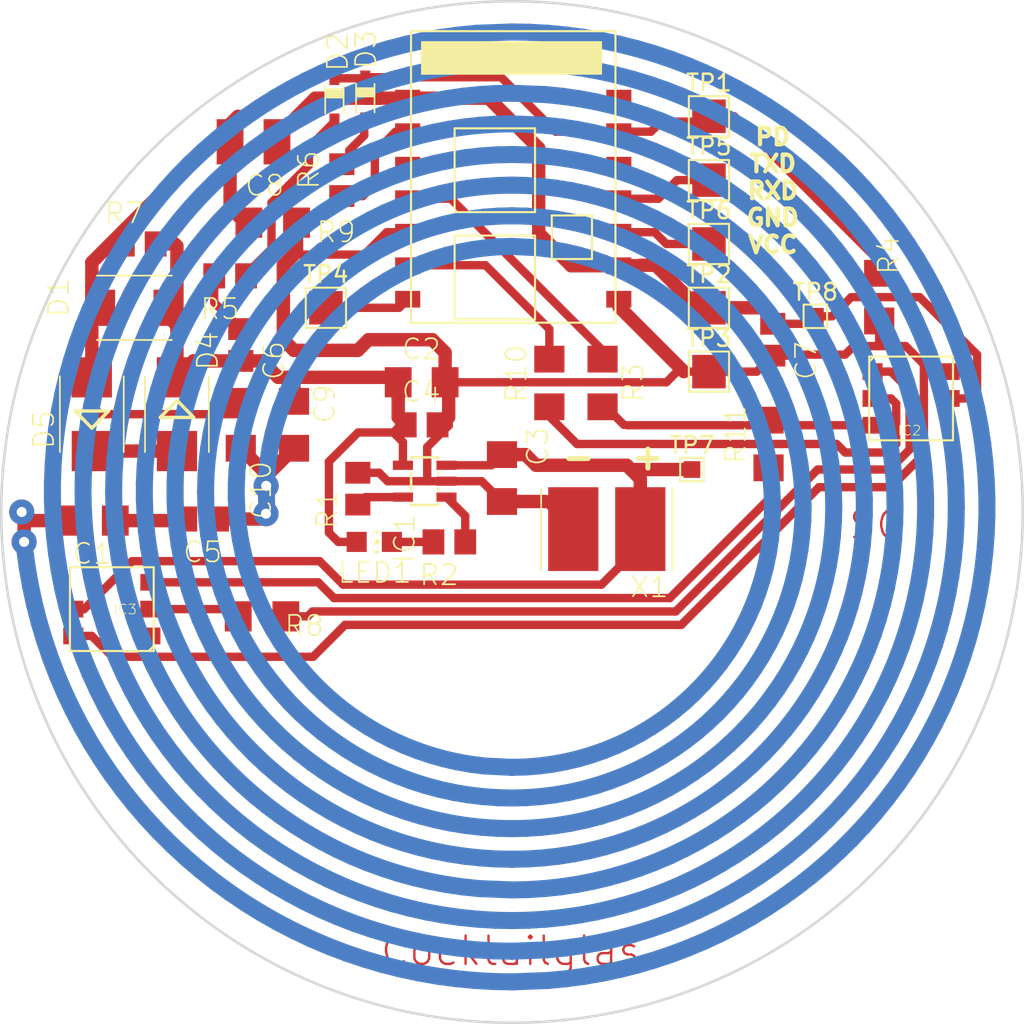
<source format=kicad_pcb>
(kicad_pcb (version 20171130) (host pcbnew 5.0.0+dfsg1-1~bpo9+1)

  (general
    (thickness 1.6)
    (drawings 5)
    (tracks 1420)
    (zones 0)
    (modules 40)
    (nets 25)
  )

  (page A4)
  (layers
    (0 Top signal)
    (31 Bottom signal)
    (32 B.Adhes user hide)
    (33 F.Adhes user hide)
    (34 B.Paste user hide)
    (35 F.Paste user hide)
    (36 B.SilkS user hide)
    (37 F.SilkS user)
    (38 B.Mask user hide)
    (39 F.Mask user hide)
    (40 Dwgs.User user hide)
    (41 Cmts.User user hide)
    (42 Eco1.User user hide)
    (43 Eco2.User user hide)
    (44 Edge.Cuts user)
    (45 Margin user hide)
    (46 B.CrtYd user hide)
    (47 F.CrtYd user hide)
    (48 B.Fab user hide)
    (49 F.Fab user hide)
  )

  (setup
    (last_trace_width 0.5)
    (trace_clearance 0.3)
    (zone_clearance 0.508)
    (zone_45_only no)
    (trace_min 0.2)
    (segment_width 0.2)
    (edge_width 0.15)
    (via_size 0.8)
    (via_drill 0.4)
    (via_min_size 0.4)
    (via_min_drill 0.3)
    (uvia_size 0.3)
    (uvia_drill 0.1)
    (uvias_allowed no)
    (uvia_min_size 0.2)
    (uvia_min_drill 0.1)
    (pcb_text_width 0.3)
    (pcb_text_size 1.5 1.5)
    (mod_edge_width 0.15)
    (mod_text_size 1 1)
    (mod_text_width 0.15)
    (pad_size 1.524 1.524)
    (pad_drill 0.762)
    (pad_to_mask_clearance 0.2)
    (aux_axis_origin 0 0)
    (visible_elements FFFFFFFF)
    (pcbplotparams
      (layerselection 0x010fc_ffffffff)
      (usegerberextensions false)
      (usegerberattributes false)
      (usegerberadvancedattributes false)
      (creategerberjobfile false)
      (excludeedgelayer true)
      (linewidth 0.100000)
      (plotframeref false)
      (viasonmask false)
      (mode 1)
      (useauxorigin false)
      (hpglpennumber 1)
      (hpglpenspeed 20)
      (hpglpendiameter 15.000000)
      (psnegative false)
      (psa4output false)
      (plotreference true)
      (plotvalue true)
      (plotinvisibletext false)
      (padsonsilk false)
      (subtractmaskfromsilk false)
      (outputformat 1)
      (mirror false)
      (drillshape 0)
      (scaleselection 1)
      (outputdirectory "gerber/"))
  )

  (net 0 "")
  (net 1 GND)
  (net 2 PWR_IN)
  (net 3 VCC)
  (net 4 DOUT)
  (net 5 /receive_v1_1_1/IND)
  (net 6 "Net-(C1-Pad1)")
  (net 7 "Net-(IC1-Pad5)")
  (net 8 "Net-(IC1-Pad1)")
  (net 9 "Net-(LED1-PadC)")
  (net 10 "Net-(IC2-Pad1)")
  (net 11 "Net-(IC3-Pad1)")
  (net 12 "Net-(IC3-Pad2)")
  (net 13 /receive_v1_1_2/TXD)
  (net 14 /receive_v1_1_2/RXD)
  (net 15 "Net-(U$1-PadGPIO18)")
  (net 16 "Net-(D2-PadC)")
  (net 17 "Net-(U$1-PadANT)")
  (net 18 "Net-(U$1-PadGPIO12)")
  (net 19 "Net-(D2-PadA)")
  (net 20 "Net-(C6-Pad2)")
  (net 21 GPIO14)
  (net 22 "Net-(D3-PadA)")
  (net 23 "Net-(TP4-Pad1)")
  (net 24 PWR_LED)

  (net_class Default "Dies ist die voreingestellte Netzklasse."
    (clearance 0.3)
    (trace_width 0.5)
    (via_dia 0.8)
    (via_drill 0.4)
    (uvia_dia 0.3)
    (uvia_drill 0.1)
    (add_net /receive_v1_1_1/IND)
    (add_net /receive_v1_1_2/RXD)
    (add_net /receive_v1_1_2/TXD)
    (add_net DOUT)
    (add_net GND)
    (add_net GPIO14)
    (add_net "Net-(C1-Pad1)")
    (add_net "Net-(C6-Pad2)")
    (add_net "Net-(D2-PadA)")
    (add_net "Net-(D2-PadC)")
    (add_net "Net-(D3-PadA)")
    (add_net "Net-(IC1-Pad1)")
    (add_net "Net-(IC1-Pad5)")
    (add_net "Net-(IC2-Pad1)")
    (add_net "Net-(IC3-Pad1)")
    (add_net "Net-(IC3-Pad2)")
    (add_net "Net-(LED1-PadC)")
    (add_net "Net-(TP4-Pad1)")
    (add_net "Net-(U$1-PadANT)")
    (add_net "Net-(U$1-PadGPIO12)")
    (add_net "Net-(U$1-PadGPIO18)")
    (add_net PWR_IN)
    (add_net PWR_LED)
    (add_net VCC)
  )

  (net_class Dick ""
    (clearance 0.3)
    (trace_width 0.8)
    (via_dia 0.8)
    (via_drill 0.4)
    (uvia_dia 0.3)
    (uvia_drill 0.1)
  )

  (module receive_v1_1:R1206 (layer Top) (tedit 0) (tstamp 5B6FFECE)
    (at 139.7 92.075 270)
    (descr <b>RESISTOR</b>)
    (path /5B6DFC7E/5B70118C)
    (fp_text reference R4 (at -1.27 -1.27 270) (layer F.SilkS)
      (effects (font (size 1.2065 1.2065) (thickness 0.1016)) (justify left bottom))
    )
    (fp_text value "n.b. 10K" (at -1.27 2.54 270) (layer F.Fab)
      (effects (font (size 1.2065 1.2065) (thickness 0.1016)) (justify left bottom))
    )
    (fp_line (start 0.9525 0.8128) (end -0.9652 0.8128) (layer F.Fab) (width 0.1524))
    (fp_line (start 0.9525 -0.8128) (end -0.9652 -0.8128) (layer F.Fab) (width 0.1524))
    (fp_line (start -2.473 -0.983) (end 2.473 -0.983) (layer Dwgs.User) (width 0.0508))
    (fp_line (start 2.473 -0.983) (end 2.473 0.983) (layer Dwgs.User) (width 0.0508))
    (fp_line (start 2.473 0.983) (end -2.473 0.983) (layer Dwgs.User) (width 0.0508))
    (fp_line (start -2.473 0.983) (end -2.473 -0.983) (layer Dwgs.User) (width 0.0508))
    (fp_poly (pts (xy -1.6891 0.8763) (xy -0.9525 0.8763) (xy -0.9525 -0.8763) (xy -1.6891 -0.8763)) (layer F.Fab) (width 0))
    (fp_poly (pts (xy 0.9525 0.8763) (xy 1.6891 0.8763) (xy 1.6891 -0.8763) (xy 0.9525 -0.8763)) (layer F.Fab) (width 0))
    (fp_poly (pts (xy -0.3 0.7) (xy 0.3 0.7) (xy 0.3 -0.7) (xy -0.3 -0.7)) (layer F.Adhes) (width 0))
    (pad 2 smd rect (at 1.422 0 270) (size 1.6 1.803) (layers Top F.Paste F.Mask)
      (net 1 GND) (solder_mask_margin 0.1016))
    (pad 1 smd rect (at -1.422 0 270) (size 1.6 1.803) (layers Top F.Paste F.Mask)
      (net 16 "Net-(D2-PadC)") (solder_mask_margin 0.1016))
  )

  (module receive_v1_1:R1206 (layer Top) (tedit 0) (tstamp 5B6EEF4B)
    (at 133.096 100.838 90)
    (descr <b>RESISTOR</b>)
    (path /5B6DFC7E/5B6F4871)
    (fp_text reference R11 (at -1.27 -1.27 90) (layer F.SilkS)
      (effects (font (size 1.2065 1.2065) (thickness 0.1016)) (justify left bottom))
    )
    (fp_text value 0R (at -1.27 2.54 90) (layer F.Fab)
      (effects (font (size 1.2065 1.2065) (thickness 0.1016)) (justify left bottom))
    )
    (fp_line (start 0.9525 0.8128) (end -0.9652 0.8128) (layer F.Fab) (width 0.1524))
    (fp_line (start 0.9525 -0.8128) (end -0.9652 -0.8128) (layer F.Fab) (width 0.1524))
    (fp_line (start -2.473 -0.983) (end 2.473 -0.983) (layer Dwgs.User) (width 0.0508))
    (fp_line (start 2.473 -0.983) (end 2.473 0.983) (layer Dwgs.User) (width 0.0508))
    (fp_line (start 2.473 0.983) (end -2.473 0.983) (layer Dwgs.User) (width 0.0508))
    (fp_line (start -2.473 0.983) (end -2.473 -0.983) (layer Dwgs.User) (width 0.0508))
    (fp_poly (pts (xy -1.6891 0.8763) (xy -0.9525 0.8763) (xy -0.9525 -0.8763) (xy -1.6891 -0.8763)) (layer F.Fab) (width 0))
    (fp_poly (pts (xy 0.9525 0.8763) (xy 1.6891 0.8763) (xy 1.6891 -0.8763) (xy 0.9525 -0.8763)) (layer F.Fab) (width 0))
    (fp_poly (pts (xy -0.3 0.7) (xy 0.3 0.7) (xy 0.3 -0.7) (xy -0.3 -0.7)) (layer F.Adhes) (width 0))
    (pad 2 smd rect (at 1.422 0 90) (size 1.6 1.803) (layers Top F.Paste F.Mask)
      (net 24 PWR_LED) (solder_mask_margin 0.1016))
    (pad 1 smd rect (at -1.422 0 90) (size 1.6 1.803) (layers Top F.Paste F.Mask)
      (net 24 PWR_LED) (solder_mask_margin 0.1016))
  )

  (module TestPoint:TestPoint_Pad_1.0x1.0mm (layer Top) (tedit 5A0F774F) (tstamp 5B6EE776)
    (at 135.89 93.218)
    (descr "SMD rectangular pad as test Point, square 1.0mm side length")
    (tags "test point SMD pad rectangle square")
    (path /5B6DFACA/5B6EF29E)
    (attr virtual)
    (fp_text reference TP8 (at 0 -1.448) (layer F.SilkS)
      (effects (font (size 1 1) (thickness 0.15)))
    )
    (fp_text value VCC (at 0 1.55) (layer F.Fab)
      (effects (font (size 1 1) (thickness 0.15)))
    )
    (fp_line (start 1 1) (end -1 1) (layer F.CrtYd) (width 0.05))
    (fp_line (start 1 1) (end 1 -1) (layer F.CrtYd) (width 0.05))
    (fp_line (start -1 -1) (end -1 1) (layer F.CrtYd) (width 0.05))
    (fp_line (start -1 -1) (end 1 -1) (layer F.CrtYd) (width 0.05))
    (fp_line (start -0.7 0.7) (end -0.7 -0.7) (layer F.SilkS) (width 0.12))
    (fp_line (start 0.7 0.7) (end -0.7 0.7) (layer F.SilkS) (width 0.12))
    (fp_line (start 0.7 -0.7) (end 0.7 0.7) (layer F.SilkS) (width 0.12))
    (fp_line (start -0.7 -0.7) (end 0.7 -0.7) (layer F.SilkS) (width 0.12))
    (fp_text user %R (at 0 -1.45) (layer F.Fab)
      (effects (font (size 1 1) (thickness 0.15)))
    )
    (pad 1 smd rect (at 0 0) (size 1 1) (layers Top F.Mask)
      (net 3 VCC))
  )

  (module TestPoint:TestPoint_Pad_1.0x1.0mm (layer Top) (tedit 5A0F774F) (tstamp 5B6EE768)
    (at 128.524 102.362)
    (descr "SMD rectangular pad as test Point, square 1.0mm side length")
    (tags "test point SMD pad rectangle square")
    (path /5B6DFACA/5B6EF211)
    (attr virtual)
    (fp_text reference TP7 (at 0 -1.448) (layer F.SilkS)
      (effects (font (size 1 1) (thickness 0.15)))
    )
    (fp_text value VCC (at 0 1.55) (layer F.Fab)
      (effects (font (size 1 1) (thickness 0.15)))
    )
    (fp_text user %R (at 0 -1.45) (layer F.Fab)
      (effects (font (size 1 1) (thickness 0.15)))
    )
    (fp_line (start -0.7 -0.7) (end 0.7 -0.7) (layer F.SilkS) (width 0.12))
    (fp_line (start 0.7 -0.7) (end 0.7 0.7) (layer F.SilkS) (width 0.12))
    (fp_line (start 0.7 0.7) (end -0.7 0.7) (layer F.SilkS) (width 0.12))
    (fp_line (start -0.7 0.7) (end -0.7 -0.7) (layer F.SilkS) (width 0.12))
    (fp_line (start -1 -1) (end 1 -1) (layer F.CrtYd) (width 0.05))
    (fp_line (start -1 -1) (end -1 1) (layer F.CrtYd) (width 0.05))
    (fp_line (start 1 1) (end 1 -1) (layer F.CrtYd) (width 0.05))
    (fp_line (start 1 1) (end -1 1) (layer F.CrtYd) (width 0.05))
    (pad 1 smd rect (at 0 0) (size 1 1) (layers Top F.Mask)
      (net 3 VCC))
  )

  (module receive_v1_1:R1206 (layer Top) (tedit 0) (tstamp 5B6EB823)
    (at 120.015 97.196599 90)
    (descr <b>RESISTOR</b>)
    (path /5B6DFC7E/5B6EB2AE)
    (fp_text reference R10 (at -1.27 -1.27 90) (layer F.SilkS)
      (effects (font (size 1.2065 1.2065) (thickness 0.1016)) (justify left bottom))
    )
    (fp_text value 0R (at -1.27 2.54 90) (layer F.Fab)
      (effects (font (size 1.2065 1.2065) (thickness 0.1016)) (justify left bottom))
    )
    (fp_line (start 0.9525 0.8128) (end -0.9652 0.8128) (layer F.Fab) (width 0.1524))
    (fp_line (start 0.9525 -0.8128) (end -0.9652 -0.8128) (layer F.Fab) (width 0.1524))
    (fp_line (start -2.473 -0.983) (end 2.473 -0.983) (layer Dwgs.User) (width 0.0508))
    (fp_line (start 2.473 -0.983) (end 2.473 0.983) (layer Dwgs.User) (width 0.0508))
    (fp_line (start 2.473 0.983) (end -2.473 0.983) (layer Dwgs.User) (width 0.0508))
    (fp_line (start -2.473 0.983) (end -2.473 -0.983) (layer Dwgs.User) (width 0.0508))
    (fp_poly (pts (xy -1.6891 0.8763) (xy -0.9525 0.8763) (xy -0.9525 -0.8763) (xy -1.6891 -0.8763)) (layer F.Fab) (width 0))
    (fp_poly (pts (xy 0.9525 0.8763) (xy 1.6891 0.8763) (xy 1.6891 -0.8763) (xy 0.9525 -0.8763)) (layer F.Fab) (width 0))
    (fp_poly (pts (xy -0.3 0.7) (xy 0.3 0.7) (xy 0.3 -0.7) (xy -0.3 -0.7)) (layer F.Adhes) (width 0))
    (pad 2 smd rect (at 1.422 0 90) (size 1.6 1.803) (layers Top F.Paste F.Mask)
      (net 4 DOUT) (solder_mask_margin 0.1016))
    (pad 1 smd rect (at -1.422 0 90) (size 1.6 1.803) (layers Top F.Paste F.Mask)
      (net 4 DOUT) (solder_mask_margin 0.1016))
  )

  (module receive_v1_1:R0805 (layer Top) (tedit 0) (tstamp 5B6DEAC5)
    (at 114.046 106.681065 180)
    (descr <b>RESISTOR</b><p>)
    (path /5B6DFACA/2AF825E8B40906EE)
    (fp_text reference R2 (at -0.635 -1.27 180) (layer F.SilkS)
      (effects (font (size 1.2065 1.2065) (thickness 0.1016)) (justify right top))
    )
    (fp_text value 1K (at -0.635 2.54 180) (layer F.Fab)
      (effects (font (size 1.2065 1.2065) (thickness 0.1016)) (justify right top))
    )
    (fp_poly (pts (xy -0.1999 0.5001) (xy 0.1999 0.5001) (xy 0.1999 -0.5001) (xy -0.1999 -0.5001)) (layer F.Adhes) (width 0))
    (fp_poly (pts (xy -1.0668 0.6985) (xy -0.4168 0.6985) (xy -0.4168 -0.7015) (xy -1.0668 -0.7015)) (layer F.Fab) (width 0))
    (fp_poly (pts (xy 0.4064 0.6985) (xy 1.0564 0.6985) (xy 1.0564 -0.7015) (xy 0.4064 -0.7015)) (layer F.Fab) (width 0))
    (fp_line (start -1.973 0.983) (end -1.973 -0.983) (layer Dwgs.User) (width 0.0508))
    (fp_line (start 1.973 0.983) (end -1.973 0.983) (layer Dwgs.User) (width 0.0508))
    (fp_line (start 1.973 -0.983) (end 1.973 0.983) (layer Dwgs.User) (width 0.0508))
    (fp_line (start -1.973 -0.983) (end 1.973 -0.983) (layer Dwgs.User) (width 0.0508))
    (fp_line (start -0.41 0.635) (end 0.41 0.635) (layer F.Fab) (width 0.1524))
    (fp_line (start -0.41 -0.635) (end 0.41 -0.635) (layer F.Fab) (width 0.1524))
    (pad 2 smd rect (at 0.95 0 180) (size 1.3 1.5) (layers Top F.Paste F.Mask)
      (net 9 "Net-(LED1-PadC)") (solder_mask_margin 0.1016))
    (pad 1 smd rect (at -0.95 0 180) (size 1.3 1.5) (layers Top F.Paste F.Mask)
      (net 8 "Net-(IC1-Pad1)") (solder_mask_margin 0.1016))
  )

  (module receive_v1_1:CHIP-LED0805 (layer Top) (tedit 5B6E092D) (tstamp 5B6DEAD3)
    (at 109.567259 106.681065 270)
    (descr "<b>Hyper CHIPLED Hyper-Bright LED</b><p>\nLB R99A<br>\nSource: http://www.osram.convergy.de/ ... lb_r99a.pdf")
    (path /5B6DFACA/56580ACBD5D4A691)
    (fp_text reference LED1 (at 2.538935 2.252259) (layer F.SilkS)
      (effects (font (size 1.2065 1.2065) (thickness 0.1016)) (justify left bottom))
    )
    (fp_text value LEDCHIP-LED0805 (at 2.54 1.27) (layer F.Fab)
      (effects (font (size 1.2065 1.2065) (thickness 0.1016)) (justify left bottom))
    )
    (fp_poly (pts (xy -0.675 1.05) (xy 0.675 1.05) (xy 0.675 0.45) (xy -0.675 0.45)) (layer F.Fab) (width 0))
    (fp_poly (pts (xy -0.675 -0.45) (xy 0.675 -0.45) (xy 0.675 -1.05) (xy -0.675 -1.05)) (layer F.Fab) (width 0))
    (fp_poly (pts (xy -0.15 0) (xy 0.15 0) (xy 0.15 -0.3) (xy -0.15 -0.3)) (layer F.SilkS) (width 0))
    (fp_poly (pts (xy 0.525 0) (xy 0.675 0) (xy 0.675 -0.3) (xy 0.525 -0.3)) (layer F.SilkS) (width 0))
    (fp_poly (pts (xy -0.675 0) (xy -0.525 0) (xy -0.525 -0.3) (xy -0.675 -0.3)) (layer F.SilkS) (width 0))
    (fp_line (start 0.625 -0.45) (end 0.625 0.475) (layer F.Fab) (width 0.1016))
    (fp_line (start -0.625 -0.45) (end -0.625 0.45) (layer F.Fab) (width 0.1016))
    (pad A smd rect (at 0 1.05 270) (size 1.2 1.2) (layers Top F.Paste F.Mask)
      (net 2 PWR_IN) (solder_mask_margin 0.1016))
    (pad C smd rect (at 0 -1.05 270) (size 1.2 1.2) (layers Top F.Paste F.Mask)
      (net 9 "Net-(LED1-PadC)") (solder_mask_margin 0.1016))
  )

  (module receive_v1_1:C1206 (layer Top) (tedit 0) (tstamp 5B6DEA5C)
    (at 112.395 97.155)
    (descr <b>CAPACITOR</b>)
    (path /5B6DFACA/A437799099D41F3B)
    (fp_text reference C2 (at -1.27 -1.27) (layer F.SilkS)
      (effects (font (size 1.2065 1.2065) (thickness 0.1016)) (justify left bottom))
    )
    (fp_text value 10uF (at -1.27 2.54) (layer F.Fab)
      (effects (font (size 1.2065 1.2065) (thickness 0.1016)) (justify left bottom))
    )
    (fp_poly (pts (xy -0.1999 0.4001) (xy 0.1999 0.4001) (xy 0.1999 -0.4001) (xy -0.1999 -0.4001)) (layer F.Adhes) (width 0))
    (fp_poly (pts (xy 0.9517 0.8491) (xy 1.7018 0.8491) (xy 1.7018 -0.8509) (xy 0.9517 -0.8509)) (layer F.Fab) (width 0))
    (fp_poly (pts (xy -1.7018 0.8509) (xy -0.9517 0.8509) (xy -0.9517 -0.8491) (xy -1.7018 -0.8491)) (layer F.Fab) (width 0))
    (fp_line (start -0.965 0.787) (end 0.965 0.787) (layer F.Fab) (width 0.1016))
    (fp_line (start -0.965 -0.787) (end 0.965 -0.787) (layer F.Fab) (width 0.1016))
    (fp_line (start 2.473 -0.983) (end 2.473 0.983) (layer Dwgs.User) (width 0.0508))
    (fp_line (start -2.473 0.983) (end -2.473 -0.983) (layer Dwgs.User) (width 0.0508))
    (fp_line (start 2.473 0.983) (end -2.473 0.983) (layer Dwgs.User) (width 0.0508))
    (fp_line (start -2.473 -0.983) (end 2.473 -0.983) (layer Dwgs.User) (width 0.0508))
    (pad 2 smd rect (at 1.4 0) (size 1.6 1.8) (layers Top F.Paste F.Mask)
      (net 1 GND) (solder_mask_margin 0.1016))
    (pad 1 smd rect (at -1.4 0) (size 1.6 1.8) (layers Top F.Paste F.Mask)
      (net 2 PWR_IN) (solder_mask_margin 0.1016))
  )

  (module receive_v1_1:SOT23-5L (layer Top) (tedit 0) (tstamp 5B6DEA9F)
    (at 112.576375 103.059509 90)
    (descr "<b>Small Outline Transistor</b><p>\npackage type OT")
    (path /5B6DFACA/7C8C299E06F92037)
    (fp_text reference IC1 (at -1.905 -1.905 90) (layer F.SilkS)
      (effects (font (size 1.2065 1.2065) (thickness 0.1016)) (justify right top))
    )
    (fp_text value MCP73831 (at -1.905 3.429 90) (layer F.Fab)
      (effects (font (size 1.2065 1.2065) (thickness 0.1016)) (justify right top))
    )
    (fp_poly (pts (xy -1.2 -0.85) (xy -0.7 -0.85) (xy -0.7 -1.5) (xy -1.2 -1.5)) (layer F.Fab) (width 0))
    (fp_poly (pts (xy 0.7 -0.85) (xy 1.2 -0.85) (xy 1.2 -1.5) (xy 0.7 -1.5)) (layer F.Fab) (width 0))
    (fp_poly (pts (xy 0.7 1.5) (xy 1.2 1.5) (xy 1.2 0.85) (xy 0.7 0.85)) (layer F.Fab) (width 0))
    (fp_poly (pts (xy -0.25 1.5) (xy 0.25 1.5) (xy 0.25 0.85) (xy -0.25 0.85)) (layer F.Fab) (width 0))
    (fp_poly (pts (xy -1.2 1.5) (xy -0.7 1.5) (xy -0.7 0.85) (xy -1.2 0.85)) (layer F.Fab) (width 0))
    (fp_line (start -1.422 -0.81) (end -1.328 -0.81) (layer F.SilkS) (width 0.1524))
    (fp_line (start 1.328 -0.81) (end 1.422 -0.81) (layer F.SilkS) (width 0.1524))
    (fp_line (start 1.422 0.81) (end 1.328 0.81) (layer F.SilkS) (width 0.1524))
    (fp_line (start -1.328 0.81) (end -1.422 0.81) (layer F.SilkS) (width 0.1524))
    (fp_line (start 0.522 0.81) (end 0.428 0.81) (layer F.SilkS) (width 0.1524))
    (fp_line (start -0.428 0.81) (end -0.522 0.81) (layer F.SilkS) (width 0.1524))
    (fp_line (start -0.522 -0.81) (end 0.522 -0.81) (layer F.SilkS) (width 0.1524))
    (fp_line (start -1.422 -0.81) (end 1.422 -0.81) (layer F.Fab) (width 0.1524))
    (fp_line (start -1.422 0.81) (end -1.422 -0.81) (layer F.SilkS) (width 0.1524))
    (fp_line (start 1.422 0.81) (end -1.422 0.81) (layer F.Fab) (width 0.1524))
    (fp_line (start 1.422 -0.81) (end 1.422 0.81) (layer F.SilkS) (width 0.1524))
    (pad 5 smd rect (at -0.95 -1.3 90) (size 0.55 1.2) (layers Top F.Paste F.Mask)
      (net 7 "Net-(IC1-Pad5)") (solder_mask_margin 0.1016))
    (pad 4 smd rect (at 0.95 -1.3 90) (size 0.55 1.2) (layers Top F.Paste F.Mask)
      (net 2 PWR_IN) (solder_mask_margin 0.1016))
    (pad 3 smd rect (at 0.95 1.3 90) (size 0.55 1.2) (layers Top F.Paste F.Mask)
      (net 3 VCC) (solder_mask_margin 0.1016))
    (pad 2 smd rect (at 0 1.3 90) (size 0.55 1.2) (layers Top F.Paste F.Mask)
      (net 1 GND) (solder_mask_margin 0.1016))
    (pad 1 smd rect (at -0.95 1.3 90) (size 0.55 1.2) (layers Top F.Paste F.Mask)
      (net 8 "Net-(IC1-Pad1)") (solder_mask_margin 0.1016))
  )

  (module receive_v1_1:C1206 (layer Top) (tedit 0) (tstamp 5B6DEA6A)
    (at 117.187259 102.871065 270)
    (descr <b>CAPACITOR</b>)
    (path /5B6DFACA/ACEB8AA80C7BD23D)
    (fp_text reference C3 (at -0.636065 -2.827741 270) (layer F.SilkS)
      (effects (font (size 1.2065 1.2065) (thickness 0.1016)) (justify left bottom))
    )
    (fp_text value 4.7uF (at -1.27 2.54 270) (layer F.Fab)
      (effects (font (size 1.2065 1.2065) (thickness 0.1016)) (justify left bottom))
    )
    (fp_poly (pts (xy -0.1999 0.4001) (xy 0.1999 0.4001) (xy 0.1999 -0.4001) (xy -0.1999 -0.4001)) (layer F.Adhes) (width 0))
    (fp_poly (pts (xy 0.9517 0.8491) (xy 1.7018 0.8491) (xy 1.7018 -0.8509) (xy 0.9517 -0.8509)) (layer F.Fab) (width 0))
    (fp_poly (pts (xy -1.7018 0.8509) (xy -0.9517 0.8509) (xy -0.9517 -0.8491) (xy -1.7018 -0.8491)) (layer F.Fab) (width 0))
    (fp_line (start -0.965 0.787) (end 0.965 0.787) (layer F.Fab) (width 0.1016))
    (fp_line (start -0.965 -0.787) (end 0.965 -0.787) (layer F.Fab) (width 0.1016))
    (fp_line (start 2.473 -0.983) (end 2.473 0.983) (layer Dwgs.User) (width 0.0508))
    (fp_line (start -2.473 0.983) (end -2.473 -0.983) (layer Dwgs.User) (width 0.0508))
    (fp_line (start 2.473 0.983) (end -2.473 0.983) (layer Dwgs.User) (width 0.0508))
    (fp_line (start -2.473 -0.983) (end 2.473 -0.983) (layer Dwgs.User) (width 0.0508))
    (pad 2 smd rect (at 1.4 0 270) (size 1.6 1.8) (layers Top F.Paste F.Mask)
      (net 1 GND) (solder_mask_margin 0.1016))
    (pad 1 smd rect (at -1.4 0 270) (size 1.6 1.8) (layers Top F.Paste F.Mask)
      (net 3 VCC) (solder_mask_margin 0.1016))
  )

  (module receive_v1_1:C0805 (layer Top) (tedit 0) (tstamp 5B6DEA78)
    (at 112.395 99.695)
    (descr <b>CAPACITOR</b><p>)
    (path /5B6DFACA/18AF332D375CDECD)
    (fp_text reference C4 (at -1.27 -1.27) (layer F.SilkS)
      (effects (font (size 1.2065 1.2065) (thickness 0.1016)) (justify left bottom))
    )
    (fp_text value 100nF (at -1.27 2.54) (layer F.Fab)
      (effects (font (size 1.2065 1.2065) (thickness 0.1016)) (justify left bottom))
    )
    (fp_line (start -1.973 -0.983) (end 1.973 -0.983) (layer Dwgs.User) (width 0.0508))
    (fp_line (start 1.973 0.983) (end -1.973 0.983) (layer Dwgs.User) (width 0.0508))
    (fp_line (start -1.973 0.983) (end -1.973 -0.983) (layer Dwgs.User) (width 0.0508))
    (fp_line (start -0.381 -0.66) (end 0.381 -0.66) (layer F.Fab) (width 0.1016))
    (fp_line (start -0.356 0.66) (end 0.381 0.66) (layer F.Fab) (width 0.1016))
    (fp_line (start 1.973 -0.983) (end 1.973 0.983) (layer Dwgs.User) (width 0.0508))
    (fp_poly (pts (xy -1.0922 0.7239) (xy -0.3421 0.7239) (xy -0.3421 -0.7262) (xy -1.0922 -0.7262)) (layer F.Fab) (width 0))
    (fp_poly (pts (xy 0.3556 0.7239) (xy 1.1057 0.7239) (xy 1.1057 -0.7262) (xy 0.3556 -0.7262)) (layer F.Fab) (width 0))
    (fp_poly (pts (xy -0.1001 0.4001) (xy 0.1001 0.4001) (xy 0.1001 -0.4001) (xy -0.1001 -0.4001)) (layer F.Adhes) (width 0))
    (pad 1 smd rect (at -0.95 0) (size 1.3 1.5) (layers Top F.Paste F.Mask)
      (net 2 PWR_IN) (solder_mask_margin 0.1016))
    (pad 2 smd rect (at 0.95 0) (size 1.3 1.5) (layers Top F.Paste F.Mask)
      (net 1 GND) (solder_mask_margin 0.1016))
  )

  (module receive_v1_1:R0805 (layer Top) (tedit 0) (tstamp 5B6DEAB7)
    (at 108.585 103.505 270)
    (descr <b>RESISTOR</b><p>)
    (path /5B6DFACA/27FD2D81B18B4CD)
    (fp_text reference R1 (at 0 2.54 270) (layer F.SilkS)
      (effects (font (size 1.2065 1.2065) (thickness 0.1016)) (justify right top))
    )
    (fp_text value 2.7K (at -0.635 2.54 270) (layer F.Fab)
      (effects (font (size 1.2065 1.2065) (thickness 0.1016)) (justify right top))
    )
    (fp_poly (pts (xy -0.1999 0.5001) (xy 0.1999 0.5001) (xy 0.1999 -0.5001) (xy -0.1999 -0.5001)) (layer F.Adhes) (width 0))
    (fp_poly (pts (xy -1.0668 0.6985) (xy -0.4168 0.6985) (xy -0.4168 -0.7015) (xy -1.0668 -0.7015)) (layer F.Fab) (width 0))
    (fp_poly (pts (xy 0.4064 0.6985) (xy 1.0564 0.6985) (xy 1.0564 -0.7015) (xy 0.4064 -0.7015)) (layer F.Fab) (width 0))
    (fp_line (start -1.973 0.983) (end -1.973 -0.983) (layer Dwgs.User) (width 0.0508))
    (fp_line (start 1.973 0.983) (end -1.973 0.983) (layer Dwgs.User) (width 0.0508))
    (fp_line (start 1.973 -0.983) (end 1.973 0.983) (layer Dwgs.User) (width 0.0508))
    (fp_line (start -1.973 -0.983) (end 1.973 -0.983) (layer Dwgs.User) (width 0.0508))
    (fp_line (start -0.41 0.635) (end 0.41 0.635) (layer F.Fab) (width 0.1524))
    (fp_line (start -0.41 -0.635) (end 0.41 -0.635) (layer F.Fab) (width 0.1524))
    (pad 2 smd rect (at 0.95 0 270) (size 1.3 1.5) (layers Top F.Paste F.Mask)
      (net 7 "Net-(IC1-Pad5)") (solder_mask_margin 0.1016))
    (pad 1 smd rect (at -0.95 0 270) (size 1.3 1.5) (layers Top F.Paste F.Mask)
      (net 1 GND) (solder_mask_margin 0.1016))
  )

  (module receive_v1_1:R1206 (layer Top) (tedit 0) (tstamp 5B6EB84E)
    (at 123.19 97.196599 90)
    (descr <b>RESISTOR</b>)
    (path /5B6DFC7E/5B6EB162)
    (fp_text reference R3 (at -1.228401 2.54 90) (layer F.SilkS)
      (effects (font (size 1.2065 1.2065) (thickness 0.1016)) (justify left bottom))
    )
    (fp_text value 0R (at -1.27 2.54 90) (layer F.Fab)
      (effects (font (size 1.2065 1.2065) (thickness 0.1016)) (justify left bottom))
    )
    (fp_poly (pts (xy -0.3 0.7) (xy 0.3 0.7) (xy 0.3 -0.7) (xy -0.3 -0.7)) (layer F.Adhes) (width 0))
    (fp_poly (pts (xy 0.9525 0.8763) (xy 1.6891 0.8763) (xy 1.6891 -0.8763) (xy 0.9525 -0.8763)) (layer F.Fab) (width 0))
    (fp_poly (pts (xy -1.6891 0.8763) (xy -0.9525 0.8763) (xy -0.9525 -0.8763) (xy -1.6891 -0.8763)) (layer F.Fab) (width 0))
    (fp_line (start -2.473 0.983) (end -2.473 -0.983) (layer Dwgs.User) (width 0.0508))
    (fp_line (start 2.473 0.983) (end -2.473 0.983) (layer Dwgs.User) (width 0.0508))
    (fp_line (start 2.473 -0.983) (end 2.473 0.983) (layer Dwgs.User) (width 0.0508))
    (fp_line (start -2.473 -0.983) (end 2.473 -0.983) (layer Dwgs.User) (width 0.0508))
    (fp_line (start 0.9525 -0.8128) (end -0.9652 -0.8128) (layer F.Fab) (width 0.1524))
    (fp_line (start 0.9525 0.8128) (end -0.9652 0.8128) (layer F.Fab) (width 0.1524))
    (pad 1 smd rect (at -1.422 0 90) (size 1.6 1.803) (layers Top F.Paste F.Mask)
      (net 24 PWR_LED) (solder_mask_margin 0.1016))
    (pad 2 smd rect (at 1.422 0 90) (size 1.6 1.803) (layers Top F.Paste F.Mask)
      (net 24 PWR_LED) (solder_mask_margin 0.1016))
  )

  (module receive_v1_1:ESP-03 (layer Top) (tedit 0) (tstamp 5B6DEADF)
    (at 111.76 76.2 270)
    (path /5B6DFC7E/850A8AB0BABD3B23)
    (fp_text reference U$1 (at 0 0 270) (layer F.SilkS) hide
      (effects (font (size 1.27 1.27) (thickness 0.15)) (justify right top))
    )
    (fp_text value ESP8266-03 (at 3.81 -3.175 270) (layer F.SilkS) hide
      (effects (font (size 1.27 1.27) (thickness 0.15)) (justify right top))
    )
    (fp_line (start 17.2 -7.4) (end 12.2 -7.4) (layer F.SilkS) (width 0.127))
    (fp_line (start 17.2 -2.6) (end 17.2 -7.4) (layer F.SilkS) (width 0.127))
    (fp_line (start 12.2 -2.6) (end 17.2 -2.6) (layer F.SilkS) (width 0.127))
    (fp_line (start 12.2 -7.4) (end 12.2 -2.6) (layer F.SilkS) (width 0.127))
    (fp_line (start 13.6 -10.8) (end 11 -10.8) (layer F.SilkS) (width 0.127))
    (fp_line (start 13.6 -8.4) (end 13.6 -10.8) (layer F.SilkS) (width 0.127))
    (fp_line (start 11 -8.4) (end 13.6 -8.4) (layer F.SilkS) (width 0.127))
    (fp_line (start 11 -10.8) (end 11 -8.4) (layer F.SilkS) (width 0.127))
    (fp_line (start 10.8 -7.4) (end 5.8 -7.4) (layer F.SilkS) (width 0.127))
    (fp_line (start 10.8 -2.6) (end 10.8 -7.4) (layer F.SilkS) (width 0.127))
    (fp_line (start 5.8 -2.6) (end 10.8 -2.6) (layer F.SilkS) (width 0.127))
    (fp_line (start 5.8 -7.4) (end 5.8 -2.6) (layer F.SilkS) (width 0.127))
    (fp_line (start 0 0) (end 17.4 0) (layer F.SilkS) (width 0.127))
    (fp_poly (pts (xy 0.6 -0.6) (xy 2.6 -0.6) (xy 2.6 -11.4) (xy 0.6 -11.4)) (layer F.SilkS) (width 0))
    (fp_line (start 0 -12.2) (end 17.4 -12.2) (layer F.SilkS) (width 0.127))
    (fp_line (start 0 0) (end 0 -12.2) (layer F.SilkS) (width 0.127))
    (fp_line (start 17.4 0) (end 17.4 -12.2) (layer F.SilkS) (width 0.127))
    (pad GND smd rect (at 16 -12.4) (size 1.5 1) (layers Top F.Paste F.Mask)
      (net 1 GND) (solder_mask_margin 0.1016))
    (pad NC smd rect (at 14 -12.4) (size 1.5 1) (layers Top F.Paste F.Mask)
      (net 3 VCC) (solder_mask_margin 0.1016))
    (pad UTXD smd rect (at 12 -12.4) (size 1.5 1) (layers Top F.Paste F.Mask)
      (net 13 /receive_v1_1_2/TXD) (solder_mask_margin 0.1016))
    (pad URXD smd rect (at 10 -12.4) (size 1.5 1) (layers Top F.Paste F.Mask)
      (net 14 /receive_v1_1_2/RXD) (solder_mask_margin 0.1016))
    (pad GPIO18 smd rect (at 8 -12.4) (size 1.5 1) (layers Top F.Paste F.Mask)
      (net 15 "Net-(U$1-PadGPIO18)") (solder_mask_margin 0.1016))
    (pad CH_PD smd rect (at 6 -12.4) (size 1.5 1) (layers Top F.Paste F.Mask)
      (net 16 "Net-(D2-PadC)") (solder_mask_margin 0.1016))
    (pad ANT smd rect (at 4 -12.4) (size 1.5 1) (layers Top F.Paste F.Mask)
      (net 17 "Net-(U$1-PadANT)") (solder_mask_margin 0.1016))
    (pad GPIO0 smd rect (at 16 0.2) (size 1.5 1) (layers Top F.Paste F.Mask)
      (net 23 "Net-(TP4-Pad1)") (solder_mask_margin 0.1016))
    (pad GPIO2 smd rect (at 14 0.2) (size 1.5 1) (layers Top F.Paste F.Mask)
      (net 4 DOUT) (solder_mask_margin 0.1016))
    (pad GPIO15 smd rect (at 12 0.2) (size 1.5 1) (layers Top F.Paste F.Mask)
      (net 1 GND) (solder_mask_margin 0.1016))
    (pad GPIO13 smd rect (at 10 0.2) (size 1.5 1) (layers Top F.Paste F.Mask)
      (net 24 PWR_LED) (solder_mask_margin 0.1016))
    (pad GPIO12 smd rect (at 8 0.2) (size 1.5 1) (layers Top F.Paste F.Mask)
      (net 18 "Net-(U$1-PadGPIO12)") (solder_mask_margin 0.1016))
    (pad GPIO14 smd rect (at 6 0.2) (size 1.5 1) (layers Top F.Paste F.Mask)
      (net 21 GPIO14) (solder_mask_margin 0.1016))
    (pad VCC smd rect (at 4 0.2) (size 1.5 1) (layers Top F.Paste F.Mask)
      (net 3 VCC) (solder_mask_margin 0.1016))
  )

  (module TestPoint:TestPoint_Pad_2.0x2.0mm (layer Top) (tedit 5A0F774F) (tstamp 5B6E0AA0)
    (at 106.68 92.71)
    (descr "SMD rectangular pad as test Point, square 2.0mm side length")
    (tags "test point SMD pad rectangle square")
    (path /5B6DFC7E/5B6E346D)
    (attr virtual)
    (fp_text reference TP4 (at 0 -1.998) (layer F.SilkS)
      (effects (font (size 1 1) (thickness 0.15)))
    )
    (fp_text value TestPoint (at 0 2.05) (layer F.Fab)
      (effects (font (size 1 1) (thickness 0.15)))
    )
    (fp_line (start 1.5 1.5) (end -1.5 1.5) (layer F.CrtYd) (width 0.05))
    (fp_line (start 1.5 1.5) (end 1.5 -1.5) (layer F.CrtYd) (width 0.05))
    (fp_line (start -1.5 -1.5) (end -1.5 1.5) (layer F.CrtYd) (width 0.05))
    (fp_line (start -1.5 -1.5) (end 1.5 -1.5) (layer F.CrtYd) (width 0.05))
    (fp_line (start -1.2 1.2) (end -1.2 -1.2) (layer F.SilkS) (width 0.12))
    (fp_line (start 1.2 1.2) (end -1.2 1.2) (layer F.SilkS) (width 0.12))
    (fp_line (start 1.2 -1.2) (end 1.2 1.2) (layer F.SilkS) (width 0.12))
    (fp_line (start -1.2 -1.2) (end 1.2 -1.2) (layer F.SilkS) (width 0.12))
    (fp_text user %R (at 0 -2) (layer F.Fab)
      (effects (font (size 1 1) (thickness 0.15)))
    )
    (pad 1 smd rect (at 0 0) (size 2 2) (layers Top F.Mask)
      (net 23 "Net-(TP4-Pad1)"))
  )

  (module TestPoint:TestPoint_Pad_2.0x2.0mm (layer Top) (tedit 5A0F774F) (tstamp 5B6E0ABC)
    (at 129.54 88.9)
    (descr "SMD rectangular pad as test Point, square 2.0mm side length")
    (tags "test point SMD pad rectangle square")
    (path /5B6DFC7E/5B6E0D07)
    (attr virtual)
    (fp_text reference TP6 (at 0 -1.998) (layer F.SilkS)
      (effects (font (size 1 1) (thickness 0.15)))
    )
    (fp_text value TestPoint (at 0 2.05) (layer F.Fab)
      (effects (font (size 1 1) (thickness 0.15)))
    )
    (fp_line (start 1.5 1.5) (end -1.5 1.5) (layer F.CrtYd) (width 0.05))
    (fp_line (start 1.5 1.5) (end 1.5 -1.5) (layer F.CrtYd) (width 0.05))
    (fp_line (start -1.5 -1.5) (end -1.5 1.5) (layer F.CrtYd) (width 0.05))
    (fp_line (start -1.5 -1.5) (end 1.5 -1.5) (layer F.CrtYd) (width 0.05))
    (fp_line (start -1.2 1.2) (end -1.2 -1.2) (layer F.SilkS) (width 0.12))
    (fp_line (start 1.2 1.2) (end -1.2 1.2) (layer F.SilkS) (width 0.12))
    (fp_line (start 1.2 -1.2) (end 1.2 1.2) (layer F.SilkS) (width 0.12))
    (fp_line (start -1.2 -1.2) (end 1.2 -1.2) (layer F.SilkS) (width 0.12))
    (fp_text user %R (at 0 -2) (layer F.Fab)
      (effects (font (size 1 1) (thickness 0.15)))
    )
    (pad 1 smd rect (at 0 0) (size 2 2) (layers Top F.Mask)
      (net 13 /receive_v1_1_2/TXD))
  )

  (module TestPoint:TestPoint_Pad_2.0x2.0mm (layer Top) (tedit 5A0F774F) (tstamp 5B6E0AAE)
    (at 129.54 85.09)
    (descr "SMD rectangular pad as test Point, square 2.0mm side length")
    (tags "test point SMD pad rectangle square")
    (path /5B6DFC7E/5B6E0753)
    (attr virtual)
    (fp_text reference TP5 (at 0 -1.998) (layer F.SilkS)
      (effects (font (size 1 1) (thickness 0.15)))
    )
    (fp_text value TestPoint (at 0 2.05) (layer F.Fab)
      (effects (font (size 1 1) (thickness 0.15)))
    )
    (fp_text user %R (at 0 -2) (layer F.Fab)
      (effects (font (size 1 1) (thickness 0.15)))
    )
    (fp_line (start -1.2 -1.2) (end 1.2 -1.2) (layer F.SilkS) (width 0.12))
    (fp_line (start 1.2 -1.2) (end 1.2 1.2) (layer F.SilkS) (width 0.12))
    (fp_line (start 1.2 1.2) (end -1.2 1.2) (layer F.SilkS) (width 0.12))
    (fp_line (start -1.2 1.2) (end -1.2 -1.2) (layer F.SilkS) (width 0.12))
    (fp_line (start -1.5 -1.5) (end 1.5 -1.5) (layer F.CrtYd) (width 0.05))
    (fp_line (start -1.5 -1.5) (end -1.5 1.5) (layer F.CrtYd) (width 0.05))
    (fp_line (start 1.5 1.5) (end 1.5 -1.5) (layer F.CrtYd) (width 0.05))
    (fp_line (start 1.5 1.5) (end -1.5 1.5) (layer F.CrtYd) (width 0.05))
    (pad 1 smd rect (at 0 0) (size 2 2) (layers Top F.Mask)
      (net 14 /receive_v1_1_2/RXD))
  )

  (module TestPoint:TestPoint_Pad_2.0x2.0mm (layer Top) (tedit 5A0F774F) (tstamp 5B6E0A92)
    (at 129.54 96.52)
    (descr "SMD rectangular pad as test Point, square 2.0mm side length")
    (tags "test point SMD pad rectangle square")
    (path /5B6DFACA/5B6E67FF)
    (attr virtual)
    (fp_text reference TP3 (at 0 -1.998) (layer F.SilkS)
      (effects (font (size 1 1) (thickness 0.15)))
    )
    (fp_text value TestPoint (at 0 2.05) (layer F.Fab)
      (effects (font (size 1 1) (thickness 0.15)))
    )
    (fp_text user %R (at 0 -2) (layer F.Fab)
      (effects (font (size 1 1) (thickness 0.15)))
    )
    (fp_line (start -1.2 -1.2) (end 1.2 -1.2) (layer F.SilkS) (width 0.12))
    (fp_line (start 1.2 -1.2) (end 1.2 1.2) (layer F.SilkS) (width 0.12))
    (fp_line (start 1.2 1.2) (end -1.2 1.2) (layer F.SilkS) (width 0.12))
    (fp_line (start -1.2 1.2) (end -1.2 -1.2) (layer F.SilkS) (width 0.12))
    (fp_line (start -1.5 -1.5) (end 1.5 -1.5) (layer F.CrtYd) (width 0.05))
    (fp_line (start -1.5 -1.5) (end -1.5 1.5) (layer F.CrtYd) (width 0.05))
    (fp_line (start 1.5 1.5) (end 1.5 -1.5) (layer F.CrtYd) (width 0.05))
    (fp_line (start 1.5 1.5) (end -1.5 1.5) (layer F.CrtYd) (width 0.05))
    (pad 1 smd rect (at 0 0) (size 2 2) (layers Top F.Mask)
      (net 1 GND))
  )

  (module TestPoint:TestPoint_Pad_2.0x2.0mm (layer Top) (tedit 5A0F774F) (tstamp 5B6E4045)
    (at 129.54 92.71)
    (descr "SMD rectangular pad as test Point, square 2.0mm side length")
    (tags "test point SMD pad rectangle square")
    (path /5B6DFACA/5B6E1710)
    (attr virtual)
    (fp_text reference TP2 (at 0 -1.998) (layer F.SilkS)
      (effects (font (size 1 1) (thickness 0.15)))
    )
    (fp_text value TestPoint (at 0 2.05) (layer F.Fab)
      (effects (font (size 1 1) (thickness 0.15)))
    )
    (fp_line (start 1.5 1.5) (end -1.5 1.5) (layer F.CrtYd) (width 0.05))
    (fp_line (start 1.5 1.5) (end 1.5 -1.5) (layer F.CrtYd) (width 0.05))
    (fp_line (start -1.5 -1.5) (end -1.5 1.5) (layer F.CrtYd) (width 0.05))
    (fp_line (start -1.5 -1.5) (end 1.5 -1.5) (layer F.CrtYd) (width 0.05))
    (fp_line (start -1.2 1.2) (end -1.2 -1.2) (layer F.SilkS) (width 0.12))
    (fp_line (start 1.2 1.2) (end -1.2 1.2) (layer F.SilkS) (width 0.12))
    (fp_line (start 1.2 -1.2) (end 1.2 1.2) (layer F.SilkS) (width 0.12))
    (fp_line (start -1.2 -1.2) (end 1.2 -1.2) (layer F.SilkS) (width 0.12))
    (fp_text user %R (at 0 -2) (layer F.Fab)
      (effects (font (size 1 1) (thickness 0.15)))
    )
    (pad 1 smd rect (at 0 0) (size 2 2) (layers Top F.Mask)
      (net 3 VCC))
  )

  (module TestPoint:TestPoint_Pad_2.0x2.0mm (layer Top) (tedit 5A0F774F) (tstamp 5B6E0A76)
    (at 129.54 81.28)
    (descr "SMD rectangular pad as test Point, square 2.0mm side length")
    (tags "test point SMD pad rectangle square")
    (path /5B6DFC7E/5B70A1B5)
    (attr virtual)
    (fp_text reference TP1 (at 0 -1.998) (layer F.SilkS)
      (effects (font (size 1 1) (thickness 0.15)))
    )
    (fp_text value TestPoint (at 0 2.05) (layer F.Fab)
      (effects (font (size 1 1) (thickness 0.15)))
    )
    (fp_text user %R (at 0 -2) (layer F.Fab)
      (effects (font (size 1 1) (thickness 0.15)))
    )
    (fp_line (start -1.2 -1.2) (end 1.2 -1.2) (layer F.SilkS) (width 0.12))
    (fp_line (start 1.2 -1.2) (end 1.2 1.2) (layer F.SilkS) (width 0.12))
    (fp_line (start 1.2 1.2) (end -1.2 1.2) (layer F.SilkS) (width 0.12))
    (fp_line (start -1.2 1.2) (end -1.2 -1.2) (layer F.SilkS) (width 0.12))
    (fp_line (start -1.5 -1.5) (end 1.5 -1.5) (layer F.CrtYd) (width 0.05))
    (fp_line (start -1.5 -1.5) (end -1.5 1.5) (layer F.CrtYd) (width 0.05))
    (fp_line (start 1.5 1.5) (end 1.5 -1.5) (layer F.CrtYd) (width 0.05))
    (fp_line (start 1.5 1.5) (end -1.5 1.5) (layer F.CrtYd) (width 0.05))
    (pad 1 smd rect (at 0 0) (size 2 2) (layers Top F.Mask)
      (net 16 "Net-(D2-PadC)"))
  )

  (module receive_v1_1:WS2812 (layer Top) (tedit 0) (tstamp 5B6E5464)
    (at 93.9038 110.6932 180)
    (path /5B6DFACA/B33006915ED25CA7)
    (fp_text reference IC3 (at -1.53 0.32 180) (layer F.SilkS)
      (effects (font (size 0.57912 0.57912) (thickness 0.048768)) (justify right top))
    )
    (fp_text value WS2812 (at 0 0 180) (layer F.SilkS) hide
      (effects (font (size 1.27 1.27) (thickness 0.15)) (justify right top))
    )
    (fp_line (start -2.2 -2.5) (end -2.5 -2.2) (layer F.SilkS) (width 0.127))
    (fp_line (start -2.5 -2.2) (end -2.5 2.5) (layer F.SilkS) (width 0.127))
    (fp_poly (pts (xy 1.7 2.1) (xy 2.7 2.1) (xy 2.7 1.1) (xy 1.7 1.1)) (layer Dwgs.User) (width 0))
    (fp_poly (pts (xy 1.7 0.5) (xy 2.7 0.5) (xy 2.7 -0.5) (xy 1.7 -0.5)) (layer Dwgs.User) (width 0))
    (fp_poly (pts (xy -2.7 2.1) (xy -1.7 2.1) (xy -1.7 1.1) (xy -2.7 1.1)) (layer Dwgs.User) (width 0))
    (fp_poly (pts (xy -2.7 0.5) (xy -1.7 0.5) (xy -1.7 -0.5) (xy -2.7 -0.5)) (layer Dwgs.User) (width 0))
    (fp_poly (pts (xy 1.7 -1.1) (xy 2.7 -1.1) (xy 2.7 -2.1) (xy 1.7 -2.1)) (layer Dwgs.User) (width 0))
    (fp_poly (pts (xy -2.7 -1.1) (xy -1.7 -1.1) (xy -1.7 -2.1) (xy -2.7 -2.1)) (layer Dwgs.User) (width 0))
    (fp_line (start -2.5 -2.5) (end -2.5 -2.2) (layer F.SilkS) (width 0.127))
    (fp_line (start -2.2 -2.5) (end -2.5 -2.5) (layer F.SilkS) (width 0.127))
    (fp_line (start 2.5 -2.5) (end -2.2 -2.5) (layer F.SilkS) (width 0.127))
    (fp_line (start 2.5 2.5) (end 2.5 -2.5) (layer F.SilkS) (width 0.127))
    (fp_line (start -2.5 2.5) (end 2.5 2.5) (layer F.SilkS) (width 0.127))
    (pad 6 smd rect (at 2.3 -1.6 180) (size 1.2 1) (layers Top F.Paste F.Mask)
      (net 1 GND) (solder_mask_margin 0.1016))
    (pad 5 smd rect (at 2.3 0 180) (size 1.2 1) (layers Top F.Paste F.Mask)
      (net 3 VCC) (solder_mask_margin 0.1016))
    (pad 1 smd rect (at -2.3 -1.6 180) (size 1.2 1) (layers Top F.Paste F.Mask)
      (net 11 "Net-(IC3-Pad1)") (solder_mask_margin 0.1016))
    (pad 2 smd rect (at -2.3 0 180) (size 1.2 1) (layers Top F.Paste F.Mask)
      (net 12 "Net-(IC3-Pad2)") (solder_mask_margin 0.1016))
    (pad 3 smd rect (at -2.3 1.6 180) (size 1.2 1) (layers Top F.Paste F.Mask)
      (net 24 PWR_LED) (solder_mask_margin 0.1016))
  )

  (module receive_v1_1:C1206 (layer Top) (tedit 0) (tstamp 5B6DEA4E)
    (at 92.71 105.41 180)
    (descr <b>CAPACITOR</b>)
    (path /5B6DFACA/33354583271174E6)
    (fp_text reference C1 (at -1.27 -1.27 180) (layer F.SilkS)
      (effects (font (size 1.2065 1.2065) (thickness 0.1016)) (justify right top))
    )
    (fp_text value 4.7uF (at -1.27 2.54 180) (layer F.Fab)
      (effects (font (size 1.2065 1.2065) (thickness 0.1016)) (justify right top))
    )
    (fp_poly (pts (xy -0.1999 0.4001) (xy 0.1999 0.4001) (xy 0.1999 -0.4001) (xy -0.1999 -0.4001)) (layer F.Adhes) (width 0))
    (fp_poly (pts (xy 0.9517 0.8491) (xy 1.7018 0.8491) (xy 1.7018 -0.8509) (xy 0.9517 -0.8509)) (layer F.Fab) (width 0))
    (fp_poly (pts (xy -1.7018 0.8509) (xy -0.9517 0.8509) (xy -0.9517 -0.8491) (xy -1.7018 -0.8491)) (layer F.Fab) (width 0))
    (fp_line (start -0.965 0.787) (end 0.965 0.787) (layer F.Fab) (width 0.1016))
    (fp_line (start -0.965 -0.787) (end 0.965 -0.787) (layer F.Fab) (width 0.1016))
    (fp_line (start 2.473 -0.983) (end 2.473 0.983) (layer Dwgs.User) (width 0.0508))
    (fp_line (start -2.473 0.983) (end -2.473 -0.983) (layer Dwgs.User) (width 0.0508))
    (fp_line (start 2.473 0.983) (end -2.473 0.983) (layer Dwgs.User) (width 0.0508))
    (fp_line (start -2.473 -0.983) (end 2.473 -0.983) (layer Dwgs.User) (width 0.0508))
    (pad 2 smd rect (at 1.4 0 180) (size 1.6 1.8) (layers Top F.Paste F.Mask)
      (net 5 /receive_v1_1_1/IND) (solder_mask_margin 0.1016))
    (pad 1 smd rect (at -1.4 0 180) (size 1.6 1.8) (layers Top F.Paste F.Mask)
      (net 6 "Net-(C1-Pad1)") (solder_mask_margin 0.1016))
  )

  (module receive_v1_1:C0805 (layer Top) (tedit 0) (tstamp 5B6DEA86)
    (at 99.29735 105.3161 180)
    (descr <b>CAPACITOR</b><p>)
    (path /5B6DFACA/D9A42AEA629E9F7E)
    (fp_text reference C5 (at -1.27 -1.27 180) (layer F.SilkS)
      (effects (font (size 1.2065 1.2065) (thickness 0.1016)) (justify right top))
    )
    (fp_text value 1uF (at -1.27 2.54 180) (layer F.Fab)
      (effects (font (size 1.2065 1.2065) (thickness 0.1016)) (justify right top))
    )
    (fp_poly (pts (xy -0.1001 0.4001) (xy 0.1001 0.4001) (xy 0.1001 -0.4001) (xy -0.1001 -0.4001)) (layer F.Adhes) (width 0))
    (fp_poly (pts (xy 0.3556 0.7239) (xy 1.1057 0.7239) (xy 1.1057 -0.7262) (xy 0.3556 -0.7262)) (layer F.Fab) (width 0))
    (fp_poly (pts (xy -1.0922 0.7239) (xy -0.3421 0.7239) (xy -0.3421 -0.7262) (xy -1.0922 -0.7262)) (layer F.Fab) (width 0))
    (fp_line (start 1.973 -0.983) (end 1.973 0.983) (layer Dwgs.User) (width 0.0508))
    (fp_line (start -0.356 0.66) (end 0.381 0.66) (layer F.Fab) (width 0.1016))
    (fp_line (start -0.381 -0.66) (end 0.381 -0.66) (layer F.Fab) (width 0.1016))
    (fp_line (start -1.973 0.983) (end -1.973 -0.983) (layer Dwgs.User) (width 0.0508))
    (fp_line (start 1.973 0.983) (end -1.973 0.983) (layer Dwgs.User) (width 0.0508))
    (fp_line (start -1.973 -0.983) (end 1.973 -0.983) (layer Dwgs.User) (width 0.0508))
    (pad 2 smd rect (at 0.95 0 180) (size 1.3 1.5) (layers Top F.Paste F.Mask)
      (net 6 "Net-(C1-Pad1)") (solder_mask_margin 0.1016))
    (pad 1 smd rect (at -0.95 0 180) (size 1.3 1.5) (layers Top F.Paste F.Mask)
      (net 5 /receive_v1_1_1/IND) (solder_mask_margin 0.1016))
  )

  (module receive_v1_1:SMBJ (layer Top) (tedit 0) (tstamp 5B6DEA94)
    (at 95.25 92.71 180)
    (descr "<b>DO-214AA Modified J_BEND</b><p>\nSource: www.rsonline.de .. SMBJ12/C/15/C/24/C/30/C/5.0/C/7.5/C Voltage Suppressor. Data Sheet")
    (path /5B6DFACA/D34E0B9D7F8C6C1C)
    (fp_text reference D1 (at 3.81 -0.635 270) (layer F.SilkS)
      (effects (font (size 1.2065 1.2065) (thickness 0.1016)) (justify left bottom))
    )
    (fp_text value "TVS 6V8" (at -1.905 3.81 180) (layer F.Fab)
      (effects (font (size 1.2065 1.2065) (thickness 0.1016)) (justify left bottom))
    )
    (fp_poly (pts (xy 2.25 1.1) (xy 2.8 1.1) (xy 2.8 -1.1) (xy 2.25 -1.1)) (layer F.Fab) (width 0))
    (fp_poly (pts (xy -2.8 1.1) (xy -2.25 1.1) (xy -2.25 -1.1) (xy -2.8 -1.1)) (layer F.Fab) (width 0))
    (fp_line (start -2.24 -1.92) (end 2.24 -1.92) (layer F.SilkS) (width 0.1016))
    (fp_line (start -2.24 1.92) (end -2.24 -1.92) (layer F.Fab) (width 0.1016))
    (fp_line (start 2.24 1.92) (end -2.24 1.92) (layer F.SilkS) (width 0.1016))
    (fp_line (start 2.24 -1.92) (end 2.24 1.92) (layer F.Fab) (width 0.1016))
    (pad A smd rect (at 2.04 0) (size 1.78 2.16) (layers Top F.Paste F.Mask)
      (net 1 GND) (solder_mask_margin 0.1016))
    (pad C smd rect (at -2.03 0 180) (size 1.78 2.16) (layers Top F.Paste F.Mask)
      (net 2 PWR_IN) (solder_mask_margin 0.1016))
  )

  (module receive_v1_1:WS2812 (layer Top) (tedit 0) (tstamp 5B6DEB3B)
    (at 141.605 98.1202)
    (path /5B6DFACA/53D52AEB541775CA)
    (fp_text reference IC2 (at 0.635 1.5748) (layer F.SilkS)
      (effects (font (size 0.57912 0.57912) (thickness 0.048768)) (justify right top))
    )
    (fp_text value WS2812 (at 3.175 3.4798) (layer F.SilkS) hide
      (effects (font (size 1.27 1.27) (thickness 0.15)) (justify right top))
    )
    (fp_line (start -2.2 -2.5) (end -2.5 -2.2) (layer F.SilkS) (width 0.127))
    (fp_line (start -2.5 -2.2) (end -2.5 2.5) (layer F.SilkS) (width 0.127))
    (fp_poly (pts (xy 1.7 2.1) (xy 2.7 2.1) (xy 2.7 1.1) (xy 1.7 1.1)) (layer Dwgs.User) (width 0))
    (fp_poly (pts (xy 1.7 0.5) (xy 2.7 0.5) (xy 2.7 -0.5) (xy 1.7 -0.5)) (layer Dwgs.User) (width 0))
    (fp_poly (pts (xy -2.7 2.1) (xy -1.7 2.1) (xy -1.7 1.1) (xy -2.7 1.1)) (layer Dwgs.User) (width 0))
    (fp_poly (pts (xy -2.7 0.5) (xy -1.7 0.5) (xy -1.7 -0.5) (xy -2.7 -0.5)) (layer Dwgs.User) (width 0))
    (fp_poly (pts (xy 1.7 -1.1) (xy 2.7 -1.1) (xy 2.7 -2.1) (xy 1.7 -2.1)) (layer Dwgs.User) (width 0))
    (fp_poly (pts (xy -2.7 -1.1) (xy -1.7 -1.1) (xy -1.7 -2.1) (xy -2.7 -2.1)) (layer Dwgs.User) (width 0))
    (fp_line (start -2.5 -2.5) (end -2.5 -2.2) (layer F.SilkS) (width 0.127))
    (fp_line (start -2.2 -2.5) (end -2.5 -2.5) (layer F.SilkS) (width 0.127))
    (fp_line (start 2.5 -2.5) (end -2.2 -2.5) (layer F.SilkS) (width 0.127))
    (fp_line (start 2.5 2.5) (end 2.5 -2.5) (layer F.SilkS) (width 0.127))
    (fp_line (start -2.5 2.5) (end 2.5 2.5) (layer F.SilkS) (width 0.127))
    (pad 6 smd rect (at 2.3 -1.6) (size 1.2 1) (layers Top F.Paste F.Mask)
      (net 1 GND) (solder_mask_margin 0.1016))
    (pad 5 smd rect (at 2.3 0) (size 1.2 1) (layers Top F.Paste F.Mask)
      (net 3 VCC) (solder_mask_margin 0.1016))
    (pad 1 smd rect (at -2.3 -1.6) (size 1.2 1) (layers Top F.Paste F.Mask)
      (net 10 "Net-(IC2-Pad1)") (solder_mask_margin 0.1016))
    (pad 2 smd rect (at -2.3 0) (size 1.2 1) (layers Top F.Paste F.Mask)
      (net 4 DOUT) (solder_mask_margin 0.1016))
    (pad 3 smd rect (at -2.3 1.6) (size 1.2 1) (layers Top F.Paste F.Mask)
      (net 24 PWR_LED) (solder_mask_margin 0.1016))
  )

  (module receive_v1_1:SOD323_ST (layer Top) (tedit 0) (tstamp 5B6DEB65)
    (at 107.188 80.264 270)
    (descr "<b>SOD-323</b><p>\nSource: www.st.com, BAT60J.pdf")
    (path /5B6DFC7E/4C475A1A20478EC3)
    (fp_text reference D2 (at -4.064 0.508 270) (layer F.SilkS)
      (effects (font (size 1.2065 1.2065) (thickness 0.1016)) (justify right top))
    )
    (fp_text value BAT60J (at -1.65 2 270) (layer F.Fab)
      (effects (font (size 1.2065 1.2065) (thickness 0.1016)) (justify right top))
    )
    (fp_poly (pts (xy -0.85 0.55) (xy -0.05 0.55) (xy -0.05 -0.55) (xy -0.85 -0.55)) (layer F.Fab) (width 0))
    (fp_poly (pts (xy 0.8 0.15) (xy 1.35 0.15) (xy 1.35 -0.15) (xy 0.8 -0.15)) (layer F.Fab) (width 0))
    (fp_poly (pts (xy -1.35 0.15) (xy -0.8 0.15) (xy -0.8 -0.15) (xy -1.35 -0.15)) (layer F.Fab) (width 0))
    (fp_poly (pts (xy -0.65 0.55) (xy -0.05 0.55) (xy -0.05 -0.55) (xy -0.65 -0.55)) (layer F.SilkS) (width 0))
    (fp_line (start -0.85 0.55) (end -0.85 -0.55) (layer F.Fab) (width 0.1016))
    (fp_line (start 0.85 0.55) (end -0.85 0.55) (layer F.SilkS) (width 0.1016))
    (fp_line (start 0.85 -0.55) (end 0.85 0.55) (layer F.Fab) (width 0.1016))
    (fp_line (start -0.85 -0.55) (end 0.85 -0.55) (layer F.SilkS) (width 0.1016))
    (pad A smd rect (at 1.25 0 270) (size 0.8 0.6) (layers Top F.Paste F.Mask)
      (net 19 "Net-(D2-PadA)") (solder_mask_margin 0.1016))
    (pad C smd rect (at -1.25 0 270) (size 0.8 0.6) (layers Top F.Paste F.Mask)
      (net 16 "Net-(D2-PadC)") (solder_mask_margin 0.1016))
  )

  (module receive_v1_1:R0805 (layer Top) (tedit 0) (tstamp 5B6DEB72)
    (at 100.965 90.805 180)
    (descr <b>RESISTOR</b><p>)
    (path /5B6DFC7E/CCADE161F5E59E3A)
    (fp_text reference R5 (at -0.635 -1.27 180) (layer F.SilkS)
      (effects (font (size 1.2065 1.2065) (thickness 0.1016)) (justify right top))
    )
    (fp_text value 1k (at -0.635 2.54 180) (layer F.Fab)
      (effects (font (size 1.2065 1.2065) (thickness 0.1016)) (justify right top))
    )
    (fp_poly (pts (xy -0.1999 0.5001) (xy 0.1999 0.5001) (xy 0.1999 -0.5001) (xy -0.1999 -0.5001)) (layer F.Adhes) (width 0))
    (fp_poly (pts (xy -1.0668 0.6985) (xy -0.4168 0.6985) (xy -0.4168 -0.7015) (xy -1.0668 -0.7015)) (layer F.Fab) (width 0))
    (fp_poly (pts (xy 0.4064 0.6985) (xy 1.0564 0.6985) (xy 1.0564 -0.7015) (xy 0.4064 -0.7015)) (layer F.Fab) (width 0))
    (fp_line (start -1.973 0.983) (end -1.973 -0.983) (layer Dwgs.User) (width 0.0508))
    (fp_line (start 1.973 0.983) (end -1.973 0.983) (layer Dwgs.User) (width 0.0508))
    (fp_line (start 1.973 -0.983) (end 1.973 0.983) (layer Dwgs.User) (width 0.0508))
    (fp_line (start -1.973 -0.983) (end 1.973 -0.983) (layer Dwgs.User) (width 0.0508))
    (fp_line (start -0.41 0.635) (end 0.41 0.635) (layer F.Fab) (width 0.1524))
    (fp_line (start -0.41 -0.635) (end 0.41 -0.635) (layer F.Fab) (width 0.1524))
    (pad 2 smd rect (at 0.95 0 180) (size 1.3 1.5) (layers Top F.Paste F.Mask)
      (net 20 "Net-(C6-Pad2)") (solder_mask_margin 0.1016))
    (pad 1 smd rect (at -0.95 0 180) (size 1.3 1.5) (layers Top F.Paste F.Mask)
      (net 19 "Net-(D2-PadA)") (solder_mask_margin 0.1016))
  )

  (module receive_v1_1:R0805 (layer Top) (tedit 0) (tstamp 5B6DEB80)
    (at 107.63 85.09 90)
    (descr <b>RESISTOR</b><p>)
    (path /5B6DFC7E/EF632DAE64669C67)
    (fp_text reference R6 (at -0.635 -1.27 90) (layer F.SilkS)
      (effects (font (size 1.2065 1.2065) (thickness 0.1016)) (justify left bottom))
    )
    (fp_text value 1k (at -0.635 2.54 90) (layer F.Fab)
      (effects (font (size 1.2065 1.2065) (thickness 0.1016)) (justify left bottom))
    )
    (fp_poly (pts (xy -0.1999 0.5001) (xy 0.1999 0.5001) (xy 0.1999 -0.5001) (xy -0.1999 -0.5001)) (layer F.Adhes) (width 0))
    (fp_poly (pts (xy -1.0668 0.6985) (xy -0.4168 0.6985) (xy -0.4168 -0.7015) (xy -1.0668 -0.7015)) (layer F.Fab) (width 0))
    (fp_poly (pts (xy 0.4064 0.6985) (xy 1.0564 0.6985) (xy 1.0564 -0.7015) (xy 0.4064 -0.7015)) (layer F.Fab) (width 0))
    (fp_line (start -1.973 0.983) (end -1.973 -0.983) (layer Dwgs.User) (width 0.0508))
    (fp_line (start 1.973 0.983) (end -1.973 0.983) (layer Dwgs.User) (width 0.0508))
    (fp_line (start 1.973 -0.983) (end 1.973 0.983) (layer Dwgs.User) (width 0.0508))
    (fp_line (start -1.973 -0.983) (end 1.973 -0.983) (layer Dwgs.User) (width 0.0508))
    (fp_line (start -0.41 0.635) (end 0.41 0.635) (layer F.Fab) (width 0.1524))
    (fp_line (start -0.41 -0.635) (end 0.41 -0.635) (layer F.Fab) (width 0.1524))
    (pad 2 smd rect (at 0.95 0 90) (size 1.3 1.5) (layers Top F.Paste F.Mask)
      (net 22 "Net-(D3-PadA)") (solder_mask_margin 0.1016))
    (pad 1 smd rect (at -0.95 0 90) (size 1.3 1.5) (layers Top F.Paste F.Mask)
      (net 21 GPIO14) (solder_mask_margin 0.1016))
  )

  (module receive_v1_1:C0805 (layer Top) (tedit 0) (tstamp 5B6E51B2)
    (at 101.6 94.93 90)
    (descr <b>CAPACITOR</b><p>)
    (path /5B6DFC7E/A3ABC6EF65EADBD0)
    (fp_text reference C6 (at 0.315 1.27 90) (layer F.SilkS)
      (effects (font (size 1.2065 1.2065) (thickness 0.1016)) (justify right top))
    )
    (fp_text value 1uF (at -1.27 2.54 90) (layer F.Fab)
      (effects (font (size 1.2065 1.2065) (thickness 0.1016)) (justify right top))
    )
    (fp_poly (pts (xy -0.1001 0.4001) (xy 0.1001 0.4001) (xy 0.1001 -0.4001) (xy -0.1001 -0.4001)) (layer F.Adhes) (width 0))
    (fp_poly (pts (xy 0.3556 0.7239) (xy 1.1057 0.7239) (xy 1.1057 -0.7262) (xy 0.3556 -0.7262)) (layer F.Fab) (width 0))
    (fp_poly (pts (xy -1.0922 0.7239) (xy -0.3421 0.7239) (xy -0.3421 -0.7262) (xy -1.0922 -0.7262)) (layer F.Fab) (width 0))
    (fp_line (start 1.973 -0.983) (end 1.973 0.983) (layer Dwgs.User) (width 0.0508))
    (fp_line (start -0.356 0.66) (end 0.381 0.66) (layer F.Fab) (width 0.1016))
    (fp_line (start -0.381 -0.66) (end 0.381 -0.66) (layer F.Fab) (width 0.1016))
    (fp_line (start -1.973 0.983) (end -1.973 -0.983) (layer Dwgs.User) (width 0.0508))
    (fp_line (start 1.973 0.983) (end -1.973 0.983) (layer Dwgs.User) (width 0.0508))
    (fp_line (start -1.973 -0.983) (end 1.973 -0.983) (layer Dwgs.User) (width 0.0508))
    (pad 2 smd rect (at 0.95 0 90) (size 1.3 1.5) (layers Top F.Paste F.Mask)
      (net 20 "Net-(C6-Pad2)") (solder_mask_margin 0.1016))
    (pad 1 smd rect (at -0.95 0 90) (size 1.3 1.5) (layers Top F.Paste F.Mask)
      (net 2 PWR_IN) (solder_mask_margin 0.1016))
  )

  (module receive_v1_1:SOD323_ST (layer Top) (tedit 0) (tstamp 5B6DEB9C)
    (at 109.03 80.2 270)
    (descr "<b>SOD-323</b><p>\nSource: www.st.com, BAT60J.pdf")
    (path /5B6DFC7E/40D44ED439967F7A)
    (fp_text reference D3 (at -1.65 -0.75 270) (layer F.SilkS)
      (effects (font (size 1.2065 1.2065) (thickness 0.1016)) (justify left bottom))
    )
    (fp_text value BAT60J (at -1.65 2 270) (layer F.Fab)
      (effects (font (size 1.2065 1.2065) (thickness 0.1016)) (justify left bottom))
    )
    (fp_poly (pts (xy -0.85 0.55) (xy -0.05 0.55) (xy -0.05 -0.55) (xy -0.85 -0.55)) (layer F.Fab) (width 0))
    (fp_poly (pts (xy 0.8 0.15) (xy 1.35 0.15) (xy 1.35 -0.15) (xy 0.8 -0.15)) (layer F.Fab) (width 0))
    (fp_poly (pts (xy -1.35 0.15) (xy -0.8 0.15) (xy -0.8 -0.15) (xy -1.35 -0.15)) (layer F.Fab) (width 0))
    (fp_poly (pts (xy -0.65 0.55) (xy -0.05 0.55) (xy -0.05 -0.55) (xy -0.65 -0.55)) (layer F.SilkS) (width 0))
    (fp_line (start -0.85 0.55) (end -0.85 -0.55) (layer F.Fab) (width 0.1016))
    (fp_line (start 0.85 0.55) (end -0.85 0.55) (layer F.SilkS) (width 0.1016))
    (fp_line (start 0.85 -0.55) (end 0.85 0.55) (layer F.Fab) (width 0.1016))
    (fp_line (start -0.85 -0.55) (end 0.85 -0.55) (layer F.SilkS) (width 0.1016))
    (pad A smd rect (at 1.25 0 270) (size 0.8 0.6) (layers Top F.Paste F.Mask)
      (net 22 "Net-(D3-PadA)") (solder_mask_margin 0.1016))
    (pad C smd rect (at -1.25 0 270) (size 0.8 0.6) (layers Top F.Paste F.Mask)
      (net 16 "Net-(D2-PadC)") (solder_mask_margin 0.1016))
  )

  (module receive_v1_1:C0805 (layer Top) (tedit 0) (tstamp 5B6DEBA9)
    (at 133.35 94.615 270)
    (descr <b>CAPACITOR</b><p>)
    (path /5B6DFC7E/EBEB2313A6F2A611)
    (fp_text reference C7 (at 0 -1.27 270) (layer F.SilkS)
      (effects (font (size 1.2065 1.2065) (thickness 0.1016)) (justify right top))
    )
    (fp_text value 100nF (at -1.27 2.54 270) (layer F.Fab)
      (effects (font (size 1.2065 1.2065) (thickness 0.1016)) (justify right top))
    )
    (fp_poly (pts (xy -0.1001 0.4001) (xy 0.1001 0.4001) (xy 0.1001 -0.4001) (xy -0.1001 -0.4001)) (layer F.Adhes) (width 0))
    (fp_poly (pts (xy 0.3556 0.7239) (xy 1.1057 0.7239) (xy 1.1057 -0.7262) (xy 0.3556 -0.7262)) (layer F.Fab) (width 0))
    (fp_poly (pts (xy -1.0922 0.7239) (xy -0.3421 0.7239) (xy -0.3421 -0.7262) (xy -1.0922 -0.7262)) (layer F.Fab) (width 0))
    (fp_line (start 1.973 -0.983) (end 1.973 0.983) (layer Dwgs.User) (width 0.0508))
    (fp_line (start -0.356 0.66) (end 0.381 0.66) (layer F.Fab) (width 0.1016))
    (fp_line (start -0.381 -0.66) (end 0.381 -0.66) (layer F.Fab) (width 0.1016))
    (fp_line (start -1.973 0.983) (end -1.973 -0.983) (layer Dwgs.User) (width 0.0508))
    (fp_line (start 1.973 0.983) (end -1.973 0.983) (layer Dwgs.User) (width 0.0508))
    (fp_line (start -1.973 -0.983) (end 1.973 -0.983) (layer Dwgs.User) (width 0.0508))
    (pad 2 smd rect (at 0.95 0 270) (size 1.3 1.5) (layers Top F.Paste F.Mask)
      (net 1 GND) (solder_mask_margin 0.1016))
    (pad 1 smd rect (at -0.95 0 270) (size 1.3 1.5) (layers Top F.Paste F.Mask)
      (net 3 VCC) (solder_mask_margin 0.1016))
  )

  (module receive_v1_1:C1210 (layer Top) (tedit 0) (tstamp 5B6DEBB7)
    (at 102.362 82.804 180)
    (descr <b>CAPACITOR</b>)
    (path /5B6DFC7E/A7C735F03607F4DE)
    (fp_text reference C8 (at -1.905 -1.905 180) (layer F.SilkS)
      (effects (font (size 1.2065 1.2065) (thickness 0.1016)) (justify right top))
    )
    (fp_text value 4,7uF (at -1.905 3.175 180) (layer F.Fab)
      (effects (font (size 1.2065 1.2065) (thickness 0.1016)) (justify right top))
    )
    (fp_poly (pts (xy -0.1999 0.4001) (xy 0.1999 0.4001) (xy 0.1999 -0.4001) (xy -0.1999 -0.4001)) (layer F.Adhes) (width 0))
    (fp_poly (pts (xy 0.9517 1.3045) (xy 1.7018 1.3045) (xy 1.7018 -1.2954) (xy 0.9517 -1.2954)) (layer F.Fab) (width 0))
    (fp_poly (pts (xy -1.7018 1.2954) (xy -0.9517 1.2954) (xy -0.9517 -1.3045) (xy -1.7018 -1.3045)) (layer F.Fab) (width 0))
    (fp_line (start 2.473 -1.483) (end 2.473 1.483) (layer Dwgs.User) (width 0.0508))
    (fp_line (start -0.9652 1.2446) (end 0.9652 1.2446) (layer F.Fab) (width 0.1016))
    (fp_line (start -0.9652 -1.2446) (end 0.9652 -1.2446) (layer F.Fab) (width 0.1016))
    (fp_line (start -2.473 1.483) (end -2.473 -1.483) (layer Dwgs.User) (width 0.0508))
    (fp_line (start 2.473 1.483) (end -2.473 1.483) (layer Dwgs.User) (width 0.0508))
    (fp_line (start -2.473 -1.483) (end 2.473 -1.483) (layer Dwgs.User) (width 0.0508))
    (pad 2 smd rect (at 1.4 0 180) (size 1.6 2.7) (layers Top F.Paste F.Mask)
      (net 1 GND) (solder_mask_margin 0.1016))
    (pad 1 smd rect (at -1.4 0 180) (size 1.6 2.7) (layers Top F.Paste F.Mask)
      (net 3 VCC) (solder_mask_margin 0.1016))
  )

  (module receive_v1_1:R0805 (layer Top) (tedit 0) (tstamp 5B6DEBC5)
    (at 95.57 88.9)
    (descr <b>RESISTOR</b><p>)
    (path /5B6DFACA/BBCFCC776C012852)
    (fp_text reference R7 (at 0.315 -2.54) (layer F.SilkS)
      (effects (font (size 1.2065 1.2065) (thickness 0.1016)) (justify right top))
    )
    (fp_text value 10k (at -0.635 2.54) (layer F.Fab)
      (effects (font (size 1.2065 1.2065) (thickness 0.1016)) (justify right top))
    )
    (fp_poly (pts (xy -0.1999 0.5001) (xy 0.1999 0.5001) (xy 0.1999 -0.5001) (xy -0.1999 -0.5001)) (layer F.Adhes) (width 0))
    (fp_poly (pts (xy -1.0668 0.6985) (xy -0.4168 0.6985) (xy -0.4168 -0.7015) (xy -1.0668 -0.7015)) (layer F.Fab) (width 0))
    (fp_poly (pts (xy 0.4064 0.6985) (xy 1.0564 0.6985) (xy 1.0564 -0.7015) (xy 0.4064 -0.7015)) (layer F.Fab) (width 0))
    (fp_line (start -1.973 0.983) (end -1.973 -0.983) (layer Dwgs.User) (width 0.0508))
    (fp_line (start 1.973 0.983) (end -1.973 0.983) (layer Dwgs.User) (width 0.0508))
    (fp_line (start 1.973 -0.983) (end 1.973 0.983) (layer Dwgs.User) (width 0.0508))
    (fp_line (start -1.973 -0.983) (end 1.973 -0.983) (layer Dwgs.User) (width 0.0508))
    (fp_line (start -0.41 0.635) (end 0.41 0.635) (layer F.Fab) (width 0.1524))
    (fp_line (start -0.41 -0.635) (end 0.41 -0.635) (layer F.Fab) (width 0.1524))
    (pad 2 smd rect (at 0.95 0) (size 1.3 1.5) (layers Top F.Paste F.Mask)
      (net 2 PWR_IN) (solder_mask_margin 0.1016))
    (pad 1 smd rect (at -0.95 0) (size 1.3 1.5) (layers Top F.Paste F.Mask)
      (net 1 GND) (solder_mask_margin 0.1016))
  )

  (module receive_v1_1:009176002 (layer Top) (tedit 0) (tstamp 5B6DEBD3)
    (at 123.444 105.918 180)
    (descr "<b>Wire to Board Strip IDC Connector</b> 2 WAY<p>\nSource: http://www.avx.com/docs/Catalogs/9176.pdf")
    (path /5B6DFACA/97C2823C753049C4)
    (fp_text reference X1 (at -3.75 -2.75 180) (layer F.SilkS)
      (effects (font (size 1.2065 1.2065) (thickness 0.1016)) (justify right top))
    )
    (fp_text value 00917?0026 (at -3.75 4 180) (layer F.Fab)
      (effects (font (size 1.2065 1.2065) (thickness 0.1016)) (justify right top))
    )
    (fp_line (start -1.4476 -2.0305) (end -1.4476 -2.4563) (layer F.Fab) (width 0.1016))
    (fp_line (start -2.452 -2.0305) (end -2.452 -2.4563) (layer F.Fab) (width 0.1016))
    (fp_line (start -2.452 -2.0305) (end -2.976 -2.0305) (layer F.Fab) (width 0.1016))
    (fp_line (start -1.4476 -2.0305) (end -2.452 -2.0305) (layer F.Fab) (width 0.1016))
    (fp_line (start -0.9127 -2.0305) (end -1.4476 -2.0305) (layer F.Fab) (width 0.1016))
    (fp_line (start -1.5896 -0.7314) (end -1.5896 -1.2773) (layer F.Fab) (width 0.1016))
    (fp_line (start -2.321 -0.7314) (end -2.321 -1.2773) (layer F.Fab) (width 0.1016))
    (fp_line (start -2.321 -1.2773) (end -2.976 -1.2773) (layer F.Fab) (width 0.1016))
    (fp_line (start -1.5896 -1.2773) (end -2.321 -1.2773) (layer F.Fab) (width 0.1016))
    (fp_line (start -0.9127 -1.2773) (end -1.5896 -1.2773) (layer F.Fab) (width 0.1016))
    (fp_line (start -1.5896 -0.7314) (end -0.9127 -0.7314) (layer F.Fab) (width 0.1016))
    (fp_line (start -2.321 -0.7314) (end -1.5896 -0.7314) (layer F.Fab) (width 0.1016))
    (fp_line (start -2.976 -0.7314) (end -2.321 -0.7314) (layer F.Fab) (width 0.1016))
    (fp_line (start -2.3101 1.2664) (end -2.3101 0.7205) (layer F.Fab) (width 0.1016))
    (fp_line (start -1.5896 1.2664) (end -1.5896 0.7205) (layer F.Fab) (width 0.1016))
    (fp_line (start -1.5896 1.2664) (end -0.9127 1.2664) (layer F.Fab) (width 0.1016))
    (fp_line (start -2.3101 1.2664) (end -1.5896 1.2664) (layer F.Fab) (width 0.1016))
    (fp_line (start -2.976 1.2664) (end -2.3101 1.2664) (layer F.Fab) (width 0.1016))
    (fp_line (start -2.3101 0.7205) (end -2.976 0.7205) (layer F.Fab) (width 0.1016))
    (fp_line (start -1.5896 0.7205) (end -2.3101 0.7205) (layer F.Fab) (width 0.1016))
    (fp_line (start -0.9127 0.7205) (end -1.5896 0.7205) (layer F.Fab) (width 0.1016))
    (fp_line (start -1.4695 2.0415) (end -0.9127 2.0415) (layer F.Fab) (width 0.1016))
    (fp_line (start -1.4586 2.0415) (end -1.4586 2.4454) (layer F.Fab) (width 0.1016))
    (fp_line (start -1.4695 2.0415) (end -1.4586 2.0415) (layer F.Fab) (width 0.1016))
    (fp_line (start -2.4738 2.0415) (end -1.4695 2.0415) (layer F.Fab) (width 0.1016))
    (fp_line (start -2.4629 2.0415) (end -2.4629 2.4454) (layer F.Fab) (width 0.1016))
    (fp_line (start -2.4738 2.0415) (end -2.4629 2.0415) (layer F.Fab) (width 0.1016))
    (fp_line (start -2.976 2.0415) (end -2.4738 2.0415) (layer F.Fab) (width 0.1016))
    (fp_line (start -2.976 -2.0305) (end -2.976 -2.4563) (layer F.Fab) (width 0.1016))
    (fp_line (start -2.976 -1.2773) (end -2.976 -2.0305) (layer F.Fab) (width 0.1016))
    (fp_line (start -2.976 -0.7314) (end -2.976 -1.2773) (layer F.Fab) (width 0.1016))
    (fp_line (start -2.976 0.7205) (end -2.976 -0.7314) (layer F.Fab) (width 0.1016))
    (fp_line (start -2.976 1.2664) (end -2.976 0.7205) (layer F.Fab) (width 0.1016))
    (fp_line (start -2.976 2.0415) (end -2.976 1.2664) (layer F.Fab) (width 0.1016))
    (fp_line (start -2.976 2.4454) (end -2.976 2.0415) (layer F.Fab) (width 0.1016))
    (fp_line (start -0.9127 -2.0305) (end -0.9127 -2.4563) (layer F.Fab) (width 0.1016))
    (fp_line (start -0.9127 -1.2773) (end -0.9127 -2.0305) (layer F.Fab) (width 0.1016))
    (fp_line (start -0.9127 -0.7314) (end -0.9127 -1.2773) (layer F.Fab) (width 0.1016))
    (fp_line (start -0.9127 0.7205) (end -0.9127 -0.7314) (layer F.Fab) (width 0.1016))
    (fp_line (start -0.9127 1.2664) (end -0.9127 0.7205) (layer F.Fab) (width 0.1016))
    (fp_line (start -0.9127 2.0415) (end -0.9127 1.2664) (layer F.Fab) (width 0.1016))
    (fp_line (start -0.9127 2.4454) (end -0.9127 2.0415) (layer F.Fab) (width 0.1016))
    (fp_line (start 2.4978 -2.0305) (end 2.4978 -2.4563) (layer F.Fab) (width 0.1016))
    (fp_line (start 1.4934 -2.0305) (end 1.4934 -2.4563) (layer F.Fab) (width 0.1016))
    (fp_line (start 1.4934 -2.0305) (end 0.9694 -2.0305) (layer F.Fab) (width 0.1016))
    (fp_line (start 2.4978 -2.0305) (end 1.4934 -2.0305) (layer F.Fab) (width 0.1016))
    (fp_line (start 3.0327 -2.0305) (end 2.4978 -2.0305) (layer F.Fab) (width 0.1016))
    (fp_line (start 2.3558 -0.7314) (end 2.3558 -1.2773) (layer F.Fab) (width 0.1016))
    (fp_line (start 1.6244 -0.7314) (end 1.6244 -1.2773) (layer F.Fab) (width 0.1016))
    (fp_line (start 1.6244 -1.2773) (end 0.9694 -1.2773) (layer F.Fab) (width 0.1016))
    (fp_line (start 2.3558 -1.2773) (end 1.6244 -1.2773) (layer F.Fab) (width 0.1016))
    (fp_line (start 3.0327 -1.2773) (end 2.3558 -1.2773) (layer F.Fab) (width 0.1016))
    (fp_line (start 2.3558 -0.7314) (end 3.0327 -0.7314) (layer F.Fab) (width 0.1016))
    (fp_line (start 1.6244 -0.7314) (end 2.3558 -0.7314) (layer F.Fab) (width 0.1016))
    (fp_line (start 0.9694 -0.7314) (end 1.6244 -0.7314) (layer F.Fab) (width 0.1016))
    (fp_line (start 1.6353 1.2664) (end 1.6353 0.7205) (layer F.Fab) (width 0.1016))
    (fp_line (start 2.3558 1.2664) (end 2.3558 0.7205) (layer F.Fab) (width 0.1016))
    (fp_line (start 2.3558 1.2664) (end 3.0327 1.2664) (layer F.Fab) (width 0.1016))
    (fp_line (start 1.6353 1.2664) (end 2.3558 1.2664) (layer F.Fab) (width 0.1016))
    (fp_line (start 0.9694 1.2664) (end 1.6353 1.2664) (layer F.Fab) (width 0.1016))
    (fp_line (start 1.6353 0.7205) (end 0.9694 0.7205) (layer F.Fab) (width 0.1016))
    (fp_line (start 2.3558 0.7205) (end 1.6353 0.7205) (layer F.Fab) (width 0.1016))
    (fp_line (start 3.0327 0.7205) (end 2.3558 0.7205) (layer F.Fab) (width 0.1016))
    (fp_line (start 2.4759 2.0415) (end 3.0327 2.0415) (layer F.Fab) (width 0.1016))
    (fp_line (start 2.4868 2.0415) (end 2.4868 2.4454) (layer F.Fab) (width 0.1016))
    (fp_line (start 2.4759 2.0415) (end 2.4868 2.0415) (layer F.Fab) (width 0.1016))
    (fp_line (start 1.4716 2.0415) (end 2.4759 2.0415) (layer F.Fab) (width 0.1016))
    (fp_line (start 1.4825 2.0415) (end 1.4825 2.4454) (layer F.Fab) (width 0.1016))
    (fp_line (start 1.4716 2.0415) (end 1.4825 2.0415) (layer F.Fab) (width 0.1016))
    (fp_line (start 0.9694 2.0415) (end 1.4716 2.0415) (layer F.Fab) (width 0.1016))
    (fp_line (start 0.9694 -2.0305) (end 0.9694 -2.4563) (layer F.Fab) (width 0.1016))
    (fp_line (start 0.9694 -1.2773) (end 0.9694 -2.0305) (layer F.Fab) (width 0.1016))
    (fp_line (start 0.9694 -0.7314) (end 0.9694 -1.2773) (layer F.Fab) (width 0.1016))
    (fp_line (start 0.9694 0.7205) (end 0.9694 -0.7314) (layer F.Fab) (width 0.1016))
    (fp_line (start 0.9694 1.2664) (end 0.9694 0.7205) (layer F.Fab) (width 0.1016))
    (fp_line (start 0.9694 2.0415) (end 0.9694 1.2664) (layer F.Fab) (width 0.1016))
    (fp_line (start 0.9694 2.4454) (end 0.9694 2.0415) (layer F.Fab) (width 0.1016))
    (fp_line (start 3.0327 -2.0305) (end 3.0327 -2.4563) (layer F.Fab) (width 0.1016))
    (fp_line (start 3.0327 -1.2773) (end 3.0327 -2.0305) (layer F.Fab) (width 0.1016))
    (fp_line (start 3.0327 -0.7314) (end 3.0327 -1.2773) (layer F.Fab) (width 0.1016))
    (fp_line (start 3.0327 0.7205) (end 3.0327 -0.7314) (layer F.Fab) (width 0.1016))
    (fp_line (start 3.0327 1.2664) (end 3.0327 0.7205) (layer F.Fab) (width 0.1016))
    (fp_line (start 3.0327 2.0415) (end 3.0327 1.2664) (layer F.Fab) (width 0.1016))
    (fp_line (start 3.0327 2.4454) (end 3.0327 2.0415) (layer F.Fab) (width 0.1016))
    (fp_line (start 3.9169 -2.4563) (end 3.9169 2.4454) (layer F.SilkS) (width 0.1016))
    (fp_line (start 3.0327 -2.4563) (end 3.9169 -2.4563) (layer F.Fab) (width 0.1016))
    (fp_line (start 0.9694 -2.4563) (end 3.0327 -2.4563) (layer F.Fab) (width 0.1016))
    (fp_line (start -0.9127 -2.4563) (end 0.9694 -2.4563) (layer F.Fab) (width 0.1016))
    (fp_line (start -1.4476 -2.4563) (end -0.9127 -2.4563) (layer F.Fab) (width 0.1016))
    (fp_line (start -2.976 -2.4563) (end -1.4476 -2.4563) (layer F.Fab) (width 0.1016))
    (fp_line (start -3.9171 -2.4563) (end -2.976 -2.4563) (layer F.Fab) (width 0.1016))
    (fp_line (start -3.9171 2.4454) (end -3.9171 -2.4563) (layer F.SilkS) (width 0.1016))
    (fp_line (start -2.976 2.4454) (end -3.9171 2.4454) (layer F.Fab) (width 0.1016))
    (fp_line (start -0.9127 2.4454) (end -2.976 2.4454) (layer F.Fab) (width 0.1016))
    (fp_line (start 0.9694 2.4454) (end -0.9127 2.4454) (layer F.Fab) (width 0.1016))
    (fp_line (start 3.0327 2.4454) (end 0.9694 2.4454) (layer F.Fab) (width 0.1016))
    (fp_line (start 3.9169 2.4454) (end 3.0327 2.4454) (layer F.Fab) (width 0.1016))
    (pad 2 smd rect (at 2 0 180) (size 3 5) (layers Top F.Paste F.Mask)
      (net 1 GND) (solder_mask_margin 0.1016))
    (pad 1 smd rect (at -2 0 180) (size 3 5) (layers Top F.Paste F.Mask)
      (net 3 VCC) (solder_mask_margin 0.1016))
  )

  (module receive_v1_1:R1206 (layer Top) (tedit 0) (tstamp 5B6DEC39)
    (at 102.87 111.125 180)
    (descr <b>RESISTOR</b>)
    (path /5B6DFACA/3776C06BD4B64AA6)
    (fp_text reference R8 (at -1.27 -1.27 180) (layer F.SilkS)
      (effects (font (size 1.2065 1.2065) (thickness 0.1016)) (justify left bottom))
    )
    (fp_text value 100R (at -1.27 2.54 180) (layer F.Fab)
      (effects (font (size 1.2065 1.2065) (thickness 0.1016)) (justify left bottom))
    )
    (fp_poly (pts (xy -0.3 0.7) (xy 0.3 0.7) (xy 0.3 -0.7) (xy -0.3 -0.7)) (layer F.Adhes) (width 0))
    (fp_poly (pts (xy 0.9525 0.8763) (xy 1.6891 0.8763) (xy 1.6891 -0.8763) (xy 0.9525 -0.8763)) (layer F.Fab) (width 0))
    (fp_poly (pts (xy -1.6891 0.8763) (xy -0.9525 0.8763) (xy -0.9525 -0.8763) (xy -1.6891 -0.8763)) (layer F.Fab) (width 0))
    (fp_line (start -2.473 0.983) (end -2.473 -0.983) (layer Dwgs.User) (width 0.0508))
    (fp_line (start 2.473 0.983) (end -2.473 0.983) (layer Dwgs.User) (width 0.0508))
    (fp_line (start 2.473 -0.983) (end 2.473 0.983) (layer Dwgs.User) (width 0.0508))
    (fp_line (start -2.473 -0.983) (end 2.473 -0.983) (layer Dwgs.User) (width 0.0508))
    (fp_line (start 0.9525 -0.8128) (end -0.9652 -0.8128) (layer F.Fab) (width 0.1524))
    (fp_line (start 0.9525 0.8128) (end -0.9652 0.8128) (layer F.Fab) (width 0.1524))
    (pad 1 smd rect (at -1.422 0 180) (size 1.6 1.803) (layers Top F.Paste F.Mask)
      (net 10 "Net-(IC2-Pad1)") (solder_mask_margin 0.1016))
    (pad 2 smd rect (at 1.422 0 180) (size 1.6 1.803) (layers Top F.Paste F.Mask)
      (net 12 "Net-(IC3-Pad2)") (solder_mask_margin 0.1016))
  )

  (module receive_v1_1:R1206 (layer Top) (tedit 0) (tstamp 5B6DEC47)
    (at 103.505 87.63 180)
    (descr <b>RESISTOR</b>)
    (path /5B6DFACA/5B6EC5DC)
    (fp_text reference R9 (at -2.54 -1.27 180) (layer F.SilkS)
      (effects (font (size 1.2065 1.2065) (thickness 0.1016)) (justify left bottom))
    )
    (fp_text value 0R (at -1.27 2.54 180) (layer F.Fab)
      (effects (font (size 1.2065 1.2065) (thickness 0.1016)) (justify left bottom))
    )
    (fp_poly (pts (xy -0.3 0.7) (xy 0.3 0.7) (xy 0.3 -0.7) (xy -0.3 -0.7)) (layer F.Adhes) (width 0))
    (fp_poly (pts (xy 0.9525 0.8763) (xy 1.6891 0.8763) (xy 1.6891 -0.8763) (xy 0.9525 -0.8763)) (layer F.Fab) (width 0))
    (fp_poly (pts (xy -1.6891 0.8763) (xy -0.9525 0.8763) (xy -0.9525 -0.8763) (xy -1.6891 -0.8763)) (layer F.Fab) (width 0))
    (fp_line (start -2.473 0.983) (end -2.473 -0.983) (layer Dwgs.User) (width 0.0508))
    (fp_line (start 2.473 0.983) (end -2.473 0.983) (layer Dwgs.User) (width 0.0508))
    (fp_line (start 2.473 -0.983) (end 2.473 0.983) (layer Dwgs.User) (width 0.0508))
    (fp_line (start -2.473 -0.983) (end 2.473 -0.983) (layer Dwgs.User) (width 0.0508))
    (fp_line (start 0.9525 -0.8128) (end -0.9652 -0.8128) (layer F.Fab) (width 0.1524))
    (fp_line (start 0.9525 0.8128) (end -0.9652 0.8128) (layer F.Fab) (width 0.1524))
    (pad 1 smd rect (at -1.422 0 180) (size 1.6 1.803) (layers Top F.Paste F.Mask)
      (net 1 GND) (solder_mask_margin 0.1016))
    (pad 2 smd rect (at 1.422 0 180) (size 1.6 1.803) (layers Top F.Paste F.Mask)
      (net 1 GND) (solder_mask_margin 0.1016))
  )

  (module receive_v1_1:C1206 (layer Top) (tedit 0) (tstamp 5B6DEC55)
    (at 104.775 99.695 270)
    (descr <b>CAPACITOR</b>)
    (path /5B6DFACA/6FF1E0DBD736F15A)
    (fp_text reference C9 (at 0 -2.54 270) (layer F.SilkS)
      (effects (font (size 1.2065 1.2065) (thickness 0.1016)) (justify left bottom))
    )
    (fp_text value 10uF (at -1.27 2.54 270) (layer F.Fab)
      (effects (font (size 1.2065 1.2065) (thickness 0.1016)) (justify left bottom))
    )
    (fp_poly (pts (xy -0.1999 0.4001) (xy 0.1999 0.4001) (xy 0.1999 -0.4001) (xy -0.1999 -0.4001)) (layer F.Adhes) (width 0))
    (fp_poly (pts (xy 0.9517 0.8491) (xy 1.7018 0.8491) (xy 1.7018 -0.8509) (xy 0.9517 -0.8509)) (layer F.Fab) (width 0))
    (fp_poly (pts (xy -1.7018 0.8509) (xy -0.9517 0.8509) (xy -0.9517 -0.8491) (xy -1.7018 -0.8491)) (layer F.Fab) (width 0))
    (fp_line (start -0.965 0.787) (end 0.965 0.787) (layer F.Fab) (width 0.1016))
    (fp_line (start -0.965 -0.787) (end 0.965 -0.787) (layer F.Fab) (width 0.1016))
    (fp_line (start 2.473 -0.983) (end 2.473 0.983) (layer Dwgs.User) (width 0.0508))
    (fp_line (start -2.473 0.983) (end -2.473 -0.983) (layer Dwgs.User) (width 0.0508))
    (fp_line (start 2.473 0.983) (end -2.473 0.983) (layer Dwgs.User) (width 0.0508))
    (fp_line (start -2.473 -0.983) (end 2.473 -0.983) (layer Dwgs.User) (width 0.0508))
    (pad 2 smd rect (at 1.4 0 270) (size 1.6 1.8) (layers Top F.Paste F.Mask)
      (net 5 /receive_v1_1_1/IND) (solder_mask_margin 0.1016))
    (pad 1 smd rect (at -1.4 0 270) (size 1.6 1.8) (layers Top F.Paste F.Mask)
      (net 2 PWR_IN) (solder_mask_margin 0.1016))
  )

  (module receive_v1_1:C1206 (layer Top) (tedit 0) (tstamp 5B6DEC63)
    (at 101.6 99.695 90)
    (descr <b>CAPACITOR</b>)
    (path /5B6DFACA/21F9ED814F457455)
    (fp_text reference C10 (at -5.715 1.905 90) (layer F.SilkS)
      (effects (font (size 1.2065 1.2065) (thickness 0.1016)) (justify left bottom))
    )
    (fp_text value 10uF (at -1.27 2.54 90) (layer F.Fab)
      (effects (font (size 1.2065 1.2065) (thickness 0.1016)) (justify left bottom))
    )
    (fp_poly (pts (xy -0.1999 0.4001) (xy 0.1999 0.4001) (xy 0.1999 -0.4001) (xy -0.1999 -0.4001)) (layer F.Adhes) (width 0))
    (fp_poly (pts (xy 0.9517 0.8491) (xy 1.7018 0.8491) (xy 1.7018 -0.8509) (xy 0.9517 -0.8509)) (layer F.Fab) (width 0))
    (fp_poly (pts (xy -1.7018 0.8509) (xy -0.9517 0.8509) (xy -0.9517 -0.8491) (xy -1.7018 -0.8491)) (layer F.Fab) (width 0))
    (fp_line (start -0.965 0.787) (end 0.965 0.787) (layer F.Fab) (width 0.1016))
    (fp_line (start -0.965 -0.787) (end 0.965 -0.787) (layer F.Fab) (width 0.1016))
    (fp_line (start 2.473 -0.983) (end 2.473 0.983) (layer Dwgs.User) (width 0.0508))
    (fp_line (start -2.473 0.983) (end -2.473 -0.983) (layer Dwgs.User) (width 0.0508))
    (fp_line (start 2.473 0.983) (end -2.473 0.983) (layer Dwgs.User) (width 0.0508))
    (fp_line (start -2.473 -0.983) (end 2.473 -0.983) (layer Dwgs.User) (width 0.0508))
    (pad 2 smd rect (at 1.4 0 90) (size 1.6 1.8) (layers Top F.Paste F.Mask)
      (net 1 GND) (solder_mask_margin 0.1016))
    (pad 1 smd rect (at -1.4 0 90) (size 1.6 1.8) (layers Top F.Paste F.Mask)
      (net 5 /receive_v1_1_1/IND) (solder_mask_margin 0.1016))
  )

  (module receive_v1_1:SMB (layer Top) (tedit 0) (tstamp 5B6DEC71)
    (at 97.79 99.06 270)
    (descr <B>DIODE</B>)
    (path /5B6DFACA/378136B8DCE5EB0D)
    (fp_text reference D4 (at -2.54 -2.54 270) (layer F.SilkS)
      (effects (font (size 1.2065 1.2065) (thickness 0.1016)) (justify left bottom))
    )
    (fp_text value SCHOTTKY-DIODESMD (at -2.159 3.429 270) (layer F.Fab)
      (effects (font (size 1.2065 1.2065) (thickness 0.1016)) (justify left bottom))
    )
    (fp_poly (pts (xy -1.35 1.9) (xy -0.8 1.9) (xy -0.8 -1.9) (xy -1.35 -1.9)) (layer F.Fab) (width 0))
    (fp_poly (pts (xy 2.2606 1.0922) (xy 2.794 1.0922) (xy 2.794 -1.0922) (xy 2.2606 -1.0922)) (layer F.Fab) (width 0))
    (fp_poly (pts (xy -2.794 1.0922) (xy -2.2606 1.0922) (xy -2.2606 -1.0922) (xy -2.794 -1.0922)) (layer F.Fab) (width 0))
    (fp_line (start 0.193 1) (end 0.193 -1) (layer F.SilkS) (width 0.2032))
    (fp_line (start -0.83 0) (end 0.193 1) (layer F.SilkS) (width 0.2032))
    (fp_line (start 0.193 -1) (end -0.83 0) (layer F.SilkS) (width 0.2032))
    (fp_line (start 2.2606 1.905) (end 2.2606 -1.905) (layer F.Fab) (width 0.1016))
    (fp_line (start -2.2606 1.905) (end -2.2606 -1.905) (layer F.Fab) (width 0.1016))
    (fp_line (start -2.2606 1.905) (end 2.2606 1.905) (layer F.SilkS) (width 0.1016))
    (fp_line (start -2.2606 -1.905) (end 2.2606 -1.905) (layer F.SilkS) (width 0.1016))
    (pad A smd rect (at 2.2 0 270) (size 2.4 2.4) (layers Top F.Paste F.Mask)
      (net 6 "Net-(C1-Pad1)") (solder_mask_margin 0.1016))
    (pad C smd rect (at -2.2 0 270) (size 2.4 2.4) (layers Top F.Paste F.Mask)
      (net 2 PWR_IN) (solder_mask_margin 0.1016))
  )

  (module receive_v1_1:SMB (layer Top) (tedit 0) (tstamp 5B6DEC80)
    (at 92.71 99.06 90)
    (descr <B>DIODE</B>)
    (path /5B6DFACA/E8A02D8F73B70CE6)
    (fp_text reference D5 (at -2.159 -2.159 90) (layer F.SilkS)
      (effects (font (size 1.2065 1.2065) (thickness 0.1016)) (justify left bottom))
    )
    (fp_text value SCHOTTKY-DIODESMD (at -2.159 3.429 90) (layer F.Fab)
      (effects (font (size 1.2065 1.2065) (thickness 0.1016)) (justify left bottom))
    )
    (fp_poly (pts (xy -1.35 1.9) (xy -0.8 1.9) (xy -0.8 -1.9) (xy -1.35 -1.9)) (layer F.Fab) (width 0))
    (fp_poly (pts (xy 2.2606 1.0922) (xy 2.794 1.0922) (xy 2.794 -1.0922) (xy 2.2606 -1.0922)) (layer F.Fab) (width 0))
    (fp_poly (pts (xy -2.794 1.0922) (xy -2.2606 1.0922) (xy -2.2606 -1.0922) (xy -2.794 -1.0922)) (layer F.Fab) (width 0))
    (fp_line (start 0.193 1) (end 0.193 -1) (layer F.SilkS) (width 0.2032))
    (fp_line (start -0.83 0) (end 0.193 1) (layer F.SilkS) (width 0.2032))
    (fp_line (start 0.193 -1) (end -0.83 0) (layer F.SilkS) (width 0.2032))
    (fp_line (start 2.2606 1.905) (end 2.2606 -1.905) (layer F.Fab) (width 0.1016))
    (fp_line (start -2.2606 1.905) (end -2.2606 -1.905) (layer F.Fab) (width 0.1016))
    (fp_line (start -2.2606 1.905) (end 2.2606 1.905) (layer F.SilkS) (width 0.1016))
    (fp_line (start -2.2606 -1.905) (end 2.2606 -1.905) (layer F.SilkS) (width 0.1016))
    (pad A smd rect (at 2.2 0 90) (size 2.4 2.4) (layers Top F.Paste F.Mask)
      (net 1 GND) (solder_mask_margin 0.1016))
    (pad C smd rect (at -2.2 0 90) (size 2.4 2.4) (layers Top F.Paste F.Mask)
      (net 6 "Net-(C1-Pad1)") (solder_mask_margin 0.1016))
  )

  (gr_text "PD\nTXD\nRXD\nGND\nVCC" (at 133.35 85.725) (layer F.SilkS)
    (effects (font (size 1 1) (thickness 0.25)))
  )
  (gr_text "-  +" (at 123.825 101.6) (layer F.SilkS)
    (effects (font (size 1.5 1.5) (thickness 0.3)))
  )
  (gr_circle (center 117.78605 104.897) (end 148.26605 104.897) (layer Edge.Cuts) (width 0.1524) (tstamp 55745BF74AF0))
  (gr_text SG (at 137.795 106.68) (layer Top) (tstamp 55745BF74FD0)
    (effects (font (size 1.6891 1.6891) (thickness 0.14224)) (justify left bottom))
  )
  (gr_text Cocktailglas (at 109.855 132.08) (layer Top) (tstamp 55745BF674C0)
    (effects (font (size 1.6891 1.6891) (thickness 0.14224)) (justify left bottom))
  )

  (segment (start 101.47 99.06) (end 101.6 98.93) (width 0.5) (layer Top) (net 1))
  (segment (start 93.21 99.06) (end 101.47 99.06) (width 0.5) (layer Top) (net 1))
  (segment (start 92.71 98.56) (end 93.21 99.06) (width 0.5) (layer Top) (net 1))
  (segment (start 92.71 96.86) (end 92.71 98.56) (width 0.5) (layer Top) (net 1))
  (segment (start 101.429998 81.28) (end 101.6 81.28) (width 0.5) (layer Top) (net 1))
  (segment (start 97.79 85.07) (end 97.79 84.919998) (width 0.5) (layer Top) (net 1))
  (segment (start 97.81 85.09) (end 97.79 85.07) (width 0.5) (layer Top) (net 1))
  (segment (start 97.79 84.919998) (end 101.429998 81.28) (width 0.8) (layer Top) (net 1))
  (segment (start 94.62 88.9) (end 93.809998 88.9) (width 0.5) (layer Top) (net 1))
  (segment (start 92.71 89.999998) (end 93.809998 88.9) (width 0.8) (layer Top) (net 1))
  (segment (start 93.21 91.94) (end 92.71 91.44) (width 0.5) (layer Top) (net 1))
  (segment (start 93.21 92.71) (end 93.21 91.94) (width 0.5) (layer Top) (net 1))
  (segment (start 92.71 91.44) (end 92.71 89.999998) (width 0.8) (layer Top) (net 1))
  (segment (start 92.71 96.86) (end 92.71 91.44) (width 0.8) (layer Top) (net 1))
  (segment (start 108.975 89.535) (end 104.775 89.535) (width 0.5) (layer Top) (net 1))
  (segment (start 104.775 89.535) (end 104.14 90.17) (width 0.8) (layer Top) (net 1))
  (segment (start 110.31 88.2) (end 108.975 89.535) (width 0.5) (layer Top) (net 1))
  (segment (start 111.56 88.2) (end 110.31 88.2) (width 0.5) (layer Top) (net 1))
  (segment (start 104.14 90.17) (end 104.14 94.615) (width 0.8) (layer Top) (net 1))
  (segment (start 104.14 94.615) (end 104.775 95.25) (width 0.8) (layer Top) (net 1))
  (segment (start 104.775 95.25) (end 107.95 95.25) (width 0.8) (layer Top) (net 1))
  (segment (start 132.395 96.52) (end 133.35 95.565) (width 0.5) (layer Top) (net 1))
  (segment (start 129.54 96.52) (end 132.395 96.52) (width 0.5) (layer Top) (net 1))
  (segment (start 124.16 92.64) (end 124.16 92.2) (width 0.5) (layer Top) (net 1))
  (segment (start 128.04 96.52) (end 124.16 92.64) (width 0.8) (layer Top) (net 1))
  (segment (start 129.54 96.52) (end 128.04 96.52) (width 0.5) (layer Top) (net 1))
  (segment (start 114.007259 97.021065) (end 113.507259 96.521065) (width 0.5) (layer Top) (net 1))
  (segment (start 113.876375 103.059509) (end 112.776375 103.059509) (width 0.5) (layer Top) (net 1))
  (segment (start 112.776375 103.059509) (end 112.726374 103.009508) (width 0.5) (layer Top) (net 1))
  (segment (start 112.726374 101.020396) (end 114.007259 99.739511) (width 0.5) (layer Top) (net 1))
  (segment (start 112.726374 103.009508) (end 112.726374 101.020396) (width 0.5) (layer Top) (net 1))
  (segment (start 114.007259 99.739511) (end 114.007259 99.249509) (width 0.5) (layer Top) (net 1))
  (segment (start 110.361373 103.059509) (end 112.776375 103.059509) (width 0.5) (layer Top) (net 1))
  (segment (start 113.876375 103.059509) (end 115.975703 103.059509) (width 0.5) (layer Top) (net 1))
  (segment (start 115.975703 103.059509) (end 117.187259 104.271065) (width 0.5) (layer Top) (net 1))
  (segment (start 114.007259 99.249509) (end 114.007259 97.021065) (width 0.8) (layer Top) (net 1))
  (segment (start 113.795 95.38) (end 113.795 97.155) (width 0.8) (layer Top) (net 1))
  (segment (start 107.95 95.25) (end 108.585 95.25) (width 0.8) (layer Top) (net 1))
  (segment (start 113.03 94.615) (end 113.795 95.38) (width 0.8) (layer Top) (net 1))
  (segment (start 108.585 95.25) (end 109.22 94.615) (width 0.8) (layer Top) (net 1))
  (segment (start 109.22 94.615) (end 113.03 94.615) (width 0.8) (layer Top) (net 1))
  (segment (start 127.635 96.52) (end 128.04 96.52) (width 0.5) (layer Top) (net 1))
  (segment (start 127 97.155) (end 127.635 96.52) (width 0.5) (layer Top) (net 1))
  (segment (start 113.795 97.155) (end 127 97.155) (width 0.5) (layer Top) (net 1))
  (segment (start 104.927 89.383) (end 104.775 89.535) (width 0.5) (layer Top) (net 1))
  (segment (start 104.927 87.63) (end 104.927 89.383) (width 0.8) (layer Top) (net 1))
  (segment (start 96.603998 86.106) (end 97.79 84.919998) (width 0.8) (layer Top) (net 1))
  (segment (start 93.809998 88.9) (end 96.603998 86.106) (width 0.8) (layer Top) (net 1))
  (segment (start 142.805 96.5202) (end 143.905 96.5202) (width 0.5) (layer Top) (net 1))
  (segment (start 133.35 95.565) (end 134.6 95.565) (width 0.5) (layer Top) (net 1))
  (segment (start 134.6 95.565) (end 134.661 95.504) (width 0.5) (layer Top) (net 1))
  (segment (start 134.661 95.504) (end 137.668 95.504) (width 0.5) (layer Top) (net 1))
  (segment (start 137.668 95.504) (end 138.176 94.996) (width 0.5) (layer Top) (net 1))
  (segment (start 119.797065 104.271065) (end 121.444 105.918) (width 0.5) (layer Top) (net 1))
  (segment (start 117.187259 104.271065) (end 119.797065 104.271065) (width 0.8) (layer Top) (net 1))
  (segment (start 102.083 87.63) (end 101.854 87.63) (width 0.5) (layer Top) (net 1))
  (segment (start 100.962 86.738) (end 100.962 82.804) (width 0.8) (layer Top) (net 1))
  (segment (start 101.854 87.63) (end 100.962 86.738) (width 0.8) (layer Top) (net 1))
  (segment (start 113.962748 99.695) (end 114.007259 99.739511) (width 0.5) (layer Top) (net 1))
  (segment (start 113.345 99.695) (end 113.962748 99.695) (width 0.5) (layer Top) (net 1))
  (segment (start 142.40501 96.12021) (end 142.24 95.9552) (width 0.5) (layer Top) (net 1))
  (segment (start 141.2808 94.996) (end 142.24 95.9552) (width 0.5) (layer Top) (net 1))
  (segment (start 142.24 95.9552) (end 142.367 96.0822) (width 0.5) (layer Top) (net 1))
  (segment (start 142.367 96.0822) (end 142.805 96.5202) (width 0.5) (layer Top) (net 1))
  (segment (start 140.400758 103.41601) (end 142.367 101.449768) (width 0.5) (layer Top) (net 1))
  (segment (start 127.889 111.633) (end 136.10599 103.41601) (width 0.5) (layer Top) (net 1))
  (segment (start 142.367 101.449768) (end 142.367 96.0822) (width 0.5) (layer Top) (net 1))
  (segment (start 107.823 111.633) (end 127.889 111.633) (width 0.5) (layer Top) (net 1))
  (segment (start 91.6038 112.2932) (end 92.7038 112.2932) (width 0.5) (layer Top) (net 1))
  (segment (start 92.7038 112.2932) (end 93.9486 113.538) (width 0.5) (layer Top) (net 1))
  (segment (start 136.10599 103.41601) (end 140.400758 103.41601) (width 0.5) (layer Top) (net 1))
  (segment (start 93.9486 113.538) (end 105.918 113.538) (width 0.5) (layer Top) (net 1))
  (segment (start 105.918 113.538) (end 107.823 111.633) (width 0.5) (layer Top) (net 1))
  (segment (start 100.962 81.747998) (end 101.429998 81.28) (width 0.5) (layer Top) (net 1))
  (segment (start 100.962 82.804) (end 100.962 81.747998) (width 0.5) (layer Top) (net 1))
  (segment (start 139.7 93.497) (end 139.7 94.996) (width 0.5) (layer Top) (net 1))
  (segment (start 139.7 94.996) (end 141.2808 94.996) (width 0.5) (layer Top) (net 1))
  (segment (start 138.176 94.996) (end 139.7 94.996) (width 0.5) (layer Top) (net 1))
  (segment (start 109.856864 102.555) (end 108.585 102.555) (width 0.5) (layer Top) (net 1))
  (segment (start 110.361373 103.059509) (end 109.856864 102.555) (width 0.5) (layer Top) (net 1))
  (segment (start 97.67 88.9) (end 96.52 88.9) (width 0.8) (layer Top) (net 2))
  (segment (start 97.79 89.02) (end 97.67 88.9) (width 0.5) (layer Top) (net 2))
  (segment (start 97.28 93.47) (end 97.79 93.98) (width 0.5) (layer Top) (net 2))
  (segment (start 97.28 92.71) (end 97.28 93.47) (width 0.5) (layer Top) (net 2))
  (segment (start 97.79 93.98) (end 97.79 89.02) (width 0.8) (layer Top) (net 2))
  (segment (start 97.79 96.86) (end 97.79 93.98) (width 0.8) (layer Top) (net 2))
  (segment (start 104.64 96.86) (end 110.367259 96.86) (width 0.8) (layer Top) (net 2))
  (segment (start 104.775 96.995) (end 104.64 96.86) (width 0.5) (layer Top) (net 2))
  (segment (start 110.707259 100.151277) (end 111.276375 100.720393) (width 0.5) (layer Top) (net 2))
  (segment (start 111.276375 102.109509) (end 111.276375 100.720393) (width 0.5) (layer Top) (net 2))
  (segment (start 108.517259 106.681065) (end 107.417259 106.681065) (width 0.5) (layer Top) (net 2))
  (segment (start 107.417259 106.681065) (end 106.860001 106.123807) (width 0.5) (layer Top) (net 2))
  (segment (start 106.860001 106.123807) (end 106.860001 101.889997) (width 0.5) (layer Top) (net 2))
  (segment (start 106.860001 101.889997) (end 108.598721 100.151277) (width 0.5) (layer Top) (net 2))
  (segment (start 108.598721 100.151277) (end 110.707259 100.151277) (width 0.5) (layer Top) (net 2))
  (segment (start 101.6 95.88) (end 101.6 96.098) (width 0.5) (layer Top) (net 2))
  (segment (start 110.995 99.245) (end 111.445 99.695) (width 0.8) (layer Top) (net 2))
  (segment (start 110.995 97.155) (end 110.995 99.245) (width 0.8) (layer Top) (net 2))
  (segment (start 111.163536 99.695) (end 110.707259 100.151277) (width 0.5) (layer Top) (net 2))
  (segment (start 111.445 99.695) (end 111.163536 99.695) (width 0.5) (layer Top) (net 2))
  (segment (start 98.77 95.88) (end 97.79 96.86) (width 0.8) (layer Top) (net 2))
  (segment (start 101.6 95.88) (end 98.77 95.88) (width 0.8) (layer Top) (net 2))
  (segment (start 103.83 96.86) (end 104.64 96.86) (width 0.8) (layer Top) (net 2))
  (segment (start 101.6 95.88) (end 102.85 95.88) (width 0.8) (layer Top) (net 2))
  (segment (start 102.85 95.88) (end 103.83 96.86) (width 0.8) (layer Top) (net 2))
  (segment (start 104.775 98.295) (end 104.775 96.995) (width 0.8) (layer Top) (net 2))
  (segment (start 111.56 80.2) (end 109.03 80.2) (width 0.8) (layer Top) (net 3))
  (segment (start 109.855 80.2) (end 106.045 80.2) (width 0.8) (layer Top) (net 3))
  (segment (start 106.045 80.2) (end 103.695 82.55) (width 0.8) (layer Top) (net 3))
  (segment (start 121.315 90.2) (end 124.16 90.2) (width 0.8) (layer Top) (net 3))
  (segment (start 111.56 80.2) (end 116.395 80.2) (width 0.8) (layer Top) (net 3))
  (segment (start 116.395 80.2) (end 119.38 83.185) (width 0.8) (layer Top) (net 3))
  (segment (start 119.38 88.265) (end 121.315 90.2) (width 0.8) (layer Top) (net 3))
  (segment (start 119.38 83.185) (end 119.38 88.265) (width 0.8) (layer Top) (net 3))
  (segment (start 128.905 92.71) (end 132.715 92.71) (width 0.8) (layer Top) (net 3))
  (segment (start 124.16 90.2) (end 125.41 90.2) (width 0.8) (layer Top) (net 3))
  (segment (start 126.365 90.17) (end 128.905 92.71) (width 0.8) (layer Top) (net 3))
  (segment (start 125.41 90.2) (end 125.44 90.17) (width 0.5) (layer Top) (net 3))
  (segment (start 125.44 90.17) (end 126.365 90.17) (width 0.8) (layer Top) (net 3))
  (segment (start 133.35 93.345) (end 132.715 92.71) (width 0.8) (layer Top) (net 3))
  (segment (start 133.35 93.665) (end 133.35 93.345) (width 0.5) (layer Top) (net 3))
  (segment (start 113.876375 102.109509) (end 116.548815 102.109509) (width 0.5) (layer Top) (net 3))
  (segment (start 116.548815 102.109509) (end 117.187259 101.471065) (width 0.5) (layer Top) (net 3))
  (segment (start 118.587259 101.471065) (end 119.224194 102.108) (width 0.8) (layer Top) (net 3))
  (segment (start 119.224194 102.108) (end 124.634 102.108) (width 0.8) (layer Top) (net 3))
  (segment (start 125.444 102.918) (end 125.444 105.918) (width 0.8) (layer Top) (net 3))
  (segment (start 117.187259 101.471065) (end 118.587259 101.471065) (width 0.8) (layer Top) (net 3))
  (segment (start 124.634 102.108) (end 125.444 102.918) (width 0.8) (layer Top) (net 3))
  (segment (start 124.888 102.362) (end 124.634 102.108) (width 0.5) (layer Top) (net 3))
  (segment (start 128.524 102.362) (end 124.888 102.362) (width 0.8) (layer Top) (net 3))
  (segment (start 135.89 93.218) (end 135.89 93.665) (width 0.5) (layer Top) (net 3))
  (segment (start 135.89 93.665) (end 133.35 93.665) (width 0.5) (layer Top) (net 3))
  (segment (start 92.2528 110.6932) (end 91.6038 110.6932) (width 0.5) (layer Top) (net 3))
  (segment (start 95.114934 107.831066) (end 92.2528 110.6932) (width 0.5) (layer Top) (net 3))
  (segment (start 106.307066 107.831066) (end 95.114934 107.831066) (width 0.5) (layer Top) (net 3))
  (segment (start 125.444 105.918) (end 125.444 106.918) (width 0.5) (layer Top) (net 3))
  (segment (start 125.444 106.918) (end 123.129033 109.232967) (width 0.5) (layer Top) (net 3))
  (segment (start 123.129033 109.232967) (end 107.708967 109.232967) (width 0.5) (layer Top) (net 3))
  (segment (start 107.708967 109.232967) (end 106.307066 107.831066) (width 0.5) (layer Top) (net 3))
  (segment (start 145.005 98.1202) (end 143.905 98.1202) (width 0.5) (layer Top) (net 3))
  (segment (start 145.542 97.5832) (end 145.005 98.1202) (width 0.5) (layer Top) (net 3))
  (segment (start 145.542 95.504) (end 145.542 97.5832) (width 0.5) (layer Top) (net 3))
  (segment (start 135.89 93.218) (end 136.89 93.218) (width 0.5) (layer Top) (net 3))
  (segment (start 138.033 92.075) (end 142.113 92.075) (width 0.5) (layer Top) (net 3))
  (segment (start 136.89 93.218) (end 138.033 92.075) (width 0.5) (layer Top) (net 3))
  (segment (start 142.113 92.075) (end 145.542 95.504) (width 0.5) (layer Top) (net 3))
  (segment (start 120.015 93.98) (end 120.015 95.774599) (width 0.5) (layer Top) (net 4))
  (segment (start 111.56 90.2) (end 111.81 90.2) (width 0.5) (layer Top) (net 4))
  (segment (start 111.84 90.17) (end 116.205 90.17) (width 0.5) (layer Top) (net 4))
  (segment (start 111.81 90.2) (end 111.84 90.17) (width 0.5) (layer Top) (net 4))
  (segment (start 116.205 90.17) (end 120.015 93.98) (width 0.5) (layer Top) (net 4))
  (segment (start 120.015 98.618599) (end 120.1165 98.618599) (width 0.5) (layer Top) (net 4))
  (segment (start 120.142 98.644099) (end 120.142 99.314) (width 0.5) (layer Top) (net 4))
  (segment (start 120.1165 98.618599) (end 120.142 98.644099) (width 0.5) (layer Top) (net 4))
  (segment (start 120.142 99.314) (end 121.666 100.838) (width 0.5) (layer Top) (net 4))
  (segment (start 121.666 100.838) (end 137.16 100.838) (width 0.5) (layer Top) (net 4))
  (segment (start 137.16 100.838) (end 137.668 101.346) (width 0.5) (layer Top) (net 4))
  (segment (start 137.668 101.346) (end 140.208 101.346) (width 0.5) (layer Top) (net 4))
  (segment (start 140.208 101.346) (end 140.716 100.838) (width 0.5) (layer Top) (net 4))
  (segment (start 140.405 98.1202) (end 139.305 98.1202) (width 0.5) (layer Top) (net 4))
  (segment (start 140.716 98.4312) (end 140.405 98.1202) (width 0.5) (layer Top) (net 4))
  (segment (start 140.716 100.838) (end 140.716 98.4312) (width 0.5) (layer Top) (net 4))
  (segment (start 117.78605 78.0746) (end 117.78605 78.0746) (width 1.016) (layer Bottom) (net 5) (tstamp 557459E70154))
  (segment (start 117.78605 78.0746) (end 116.755113 78.095364) (width 1.016) (layer Bottom) (net 5) (tstamp 557459E70151))
  (segment (start 116.755113 78.095364) (end 115.725848 78.157623) (width 1.016) (layer Bottom) (net 5) (tstamp 557459E7014F))
  (segment (start 115.725848 78.157623) (end 114.699925 78.261276) (width 1.016) (layer Bottom) (net 5) (tstamp 557459E7014D))
  (segment (start 114.699925 78.261276) (end 113.679008 78.406155) (width 1.016) (layer Bottom) (net 5) (tstamp 557459E7014A))
  (segment (start 113.679008 78.406155) (end 112.664752 78.592024) (width 1.016) (layer Bottom) (net 5) (tstamp 557459E70148))
  (segment (start 112.664752 78.592024) (end 111.658803 78.818582) (width 1.016) (layer Bottom) (net 5) (tstamp 557459E70146))
  (segment (start 111.658803 78.818582) (end 110.662793 79.085463) (width 1.016) (layer Bottom) (net 5) (tstamp 557459E70143))
  (segment (start 110.662793 79.085463) (end 109.678336 79.392232) (width 1.016) (layer Bottom) (net 5) (tstamp 557459E70141))
  (segment (start 109.678336 79.392232) (end 108.70703 79.738392) (width 1.016) (layer Bottom) (net 5) (tstamp 557459E7013F))
  (segment (start 108.70703 79.738392) (end 107.75045 80.123382) (width 1.016) (layer Bottom) (net 5) (tstamp 557459E7013C))
  (segment (start 107.75045 80.123382) (end 106.810149 80.546578) (width 1.016) (layer Bottom) (net 5) (tstamp 557459E7013A))
  (segment (start 106.810149 80.546578) (end 105.88765 81.007292) (width 1.016) (layer Bottom) (net 5) (tstamp 557459E70138))
  (segment (start 105.88765 81.007292) (end 104.98445 81.504778) (width 1.016) (layer Bottom) (net 5) (tstamp 557459E70136))
  (segment (start 104.98445 81.504778) (end 104.102015 82.038229) (width 1.016) (layer Bottom) (net 5) (tstamp 557459E70133))
  (segment (start 104.102015 82.038229) (end 103.241775 82.606779) (width 1.016) (layer Bottom) (net 5) (tstamp 557459E70131))
  (segment (start 103.241775 82.606779) (end 102.405126 83.209507) (width 1.016) (layer Bottom) (net 5) (tstamp 557459E7012F))
  (segment (start 102.405126 83.209507) (end 101.593425 83.845434) (width 1.016) (layer Bottom) (net 5) (tstamp 557459E7012C))
  (segment (start 101.593425 83.845434) (end 100.807988 84.51353) (width 1.016) (layer Bottom) (net 5) (tstamp 557459E7012A))
  (segment (start 100.807988 84.51353) (end 100.05009 85.21271) (width 1.016) (layer Bottom) (net 5) (tstamp 557459E70128))
  (segment (start 100.05009 85.21271) (end 99.32096 85.94184) (width 1.016) (layer Bottom) (net 5) (tstamp 557459E70125))
  (segment (start 99.32096 85.94184) (end 98.62178 86.699738) (width 1.016) (layer Bottom) (net 5) (tstamp 557459E70123))
  (segment (start 98.62178 86.699738) (end 97.953684 87.485175) (width 1.016) (layer Bottom) (net 5) (tstamp 557459E70121))
  (segment (start 97.953684 87.485175) (end 97.317757 88.296876) (width 1.016) (layer Bottom) (net 5) (tstamp 557459E7011E))
  (segment (start 97.317757 88.296876) (end 96.715029 89.133525) (width 1.016) (layer Bottom) (net 5) (tstamp 557459E7011C))
  (segment (start 96.715029 89.133525) (end 96.146479 89.993765) (width 1.016) (layer Bottom) (net 5) (tstamp 557459E7011A))
  (segment (start 96.146479 89.993765) (end 95.613028 90.8762) (width 1.016) (layer Bottom) (net 5) (tstamp 557459E70118))
  (segment (start 95.613028 90.8762) (end 95.115542 91.7794) (width 1.016) (layer Bottom) (net 5) (tstamp 557459E70115))
  (segment (start 95.115542 91.7794) (end 94.654828 92.701899) (width 1.016) (layer Bottom) (net 5) (tstamp 557459E70113))
  (segment (start 94.654828 92.701899) (end 94.231632 93.6422) (width 1.016) (layer Bottom) (net 5) (tstamp 557459E70111))
  (segment (start 94.231632 93.6422) (end 93.846642 94.59878) (width 1.016) (layer Bottom) (net 5) (tstamp 557459E7010E))
  (segment (start 93.846642 94.59878) (end 93.500482 95.570086) (width 1.016) (layer Bottom) (net 5) (tstamp 557459E7010C))
  (segment (start 93.500482 95.570086) (end 93.193713 96.554543) (width 1.016) (layer Bottom) (net 5) (tstamp 557459E7010A))
  (segment (start 93.193713 96.554543) (end 92.926832 97.550553) (width 1.016) (layer Bottom) (net 5) (tstamp 557459E70107))
  (segment (start 92.926832 97.550553) (end 92.700274 98.556502) (width 1.016) (layer Bottom) (net 5) (tstamp 557459E70105))
  (segment (start 92.700274 98.556502) (end 92.514405 99.570758) (width 1.016) (layer Bottom) (net 5) (tstamp 557459E70103))
  (segment (start 92.514405 99.570758) (end 92.369526 100.591675) (width 1.016) (layer Bottom) (net 5) (tstamp 557459E70100))
  (segment (start 92.369526 100.591675) (end 92.265873 101.617598) (width 1.016) (layer Bottom) (net 5) (tstamp 557459E700FE))
  (segment (start 92.265873 101.617598) (end 92.203614 102.646863) (width 1.016) (layer Bottom) (net 5) (tstamp 557459E700FC))
  (segment (start 92.203614 102.646863) (end 92.18285 103.6778) (width 1.016) (layer Bottom) (net 5) (tstamp 557459E700FA))
  (segment (start 92.18285 103.6778) (end 92.203614 104.708737) (width 1.016) (layer Bottom) (net 5) (tstamp 557459E700F7))
  (segment (start 92.203614 104.708737) (end 92.265873 105.738002) (width 1.016) (layer Bottom) (net 5) (tstamp 557459E700F5))
  (segment (start 92.265873 105.738002) (end 92.369526 106.763925) (width 1.016) (layer Bottom) (net 5) (tstamp 557459E700F3))
  (segment (start 92.369526 106.763925) (end 92.514405 107.784842) (width 1.016) (layer Bottom) (net 5) (tstamp 557459E700F0))
  (segment (start 92.514405 107.784842) (end 92.700274 108.799098) (width 1.016) (layer Bottom) (net 5) (tstamp 557459E700EE))
  (segment (start 92.700274 108.799098) (end 92.926832 109.805047) (width 1.016) (layer Bottom) (net 5) (tstamp 557459E700EC))
  (segment (start 92.926832 109.805047) (end 93.193713 110.801057) (width 1.016) (layer Bottom) (net 5) (tstamp 557459E700E9))
  (segment (start 93.193713 110.801057) (end 93.500482 111.785514) (width 1.016) (layer Bottom) (net 5) (tstamp 557459E700E7))
  (segment (start 93.500482 111.785514) (end 93.846642 112.75682) (width 1.016) (layer Bottom) (net 5) (tstamp 557459E700E5))
  (segment (start 93.846642 112.75682) (end 94.231632 113.7134) (width 1.016) (layer Bottom) (net 5) (tstamp 557459E700E2))
  (segment (start 94.231632 113.7134) (end 94.654828 114.653701) (width 1.016) (layer Bottom) (net 5) (tstamp 557459E700E0))
  (segment (start 94.654828 114.653701) (end 95.115542 115.5762) (width 1.016) (layer Bottom) (net 5) (tstamp 557459E700DE))
  (segment (start 95.115542 115.5762) (end 95.613028 116.4794) (width 1.016) (layer Bottom) (net 5) (tstamp 557459E700DC))
  (segment (start 95.613028 116.4794) (end 96.146479 117.361835) (width 1.016) (layer Bottom) (net 5) (tstamp 557459E700D9))
  (segment (start 96.146479 117.361835) (end 96.715029 118.222075) (width 1.016) (layer Bottom) (net 5) (tstamp 557459E700D7))
  (segment (start 96.715029 118.222075) (end 97.317757 119.058724) (width 1.016) (layer Bottom) (net 5) (tstamp 557459E700D5))
  (segment (start 97.317757 119.058724) (end 97.953684 119.870425) (width 1.016) (layer Bottom) (net 5) (tstamp 557459E700D2))
  (segment (start 97.953684 119.870425) (end 98.62178 120.655862) (width 1.016) (layer Bottom) (net 5) (tstamp 557459E700D0))
  (segment (start 98.62178 120.655862) (end 99.32096 121.41376) (width 1.016) (layer Bottom) (net 5) (tstamp 557459E700CE))
  (segment (start 99.32096 121.41376) (end 100.05009 122.14289) (width 1.016) (layer Bottom) (net 5) (tstamp 557459E700CB))
  (segment (start 100.05009 122.14289) (end 100.807988 122.84207) (width 1.016) (layer Bottom) (net 5) (tstamp 557459E700C9))
  (segment (start 100.807988 122.84207) (end 101.593425 123.510166) (width 1.016) (layer Bottom) (net 5) (tstamp 557459E700C7))
  (segment (start 101.593425 123.510166) (end 102.405126 124.146093) (width 1.016) (layer Bottom) (net 5) (tstamp 557459E700C4))
  (segment (start 102.405126 124.146093) (end 103.241775 124.748821) (width 1.016) (layer Bottom) (net 5) (tstamp 557459E700C2))
  (segment (start 103.241775 124.748821) (end 104.102015 125.317371) (width 1.016) (layer Bottom) (net 5) (tstamp 557459E700C0))
  (segment (start 104.102015 125.317371) (end 104.98445 125.850822) (width 1.016) (layer Bottom) (net 5) (tstamp 557459E700BE))
  (segment (start 104.98445 125.850822) (end 105.88765 126.348308) (width 1.016) (layer Bottom) (net 5) (tstamp 557459E700BB))
  (segment (start 105.88765 126.348308) (end 106.810149 126.809022) (width 1.016) (layer Bottom) (net 5) (tstamp 557459E700B9))
  (segment (start 106.810149 126.809022) (end 107.75045 127.232218) (width 1.016) (layer Bottom) (net 5) (tstamp 557459E700B7))
  (segment (start 107.75045 127.232218) (end 108.70703 127.617208) (width 1.016) (layer Bottom) (net 5) (tstamp 557459E700B4))
  (segment (start 108.70703 127.617208) (end 109.678336 127.963368) (width 1.016) (layer Bottom) (net 5) (tstamp 557459E700B2))
  (segment (start 109.678336 127.963368) (end 110.662793 128.270137) (width 1.016) (layer Bottom) (net 5) (tstamp 557459E700B0))
  (segment (start 110.662793 128.270137) (end 111.658803 128.537018) (width 1.016) (layer Bottom) (net 5) (tstamp 557459E700AD))
  (segment (start 111.658803 128.537018) (end 112.664752 128.763576) (width 1.016) (layer Bottom) (net 5) (tstamp 557459E700AB))
  (segment (start 112.664752 128.763576) (end 113.679008 128.949445) (width 1.016) (layer Bottom) (net 5) (tstamp 557459E700A9))
  (segment (start 113.679008 128.949445) (end 114.699925 129.094324) (width 1.016) (layer Bottom) (net 5) (tstamp 557459E700A6))
  (segment (start 114.699925 129.094324) (end 115.725848 129.197977) (width 1.016) (layer Bottom) (net 5) (tstamp 557459E700A4))
  (segment (start 115.725848 129.197977) (end 116.755113 129.260236) (width 1.016) (layer Bottom) (net 5) (tstamp 557459E700A2))
  (segment (start 116.755113 129.260236) (end 117.78605 129.281) (width 1.016) (layer Bottom) (net 5) (tstamp 557459E700A0))
  (segment (start 117.78605 129.281) (end 117.78605 129.281) (width 1.016) (layer Bottom) (net 5) (tstamp 557459E70734))
  (segment (start 117.78605 129.281) (end 118.793071 129.260454) (width 1.016) (layer Bottom) (net 5) (tstamp 557459E70731))
  (segment (start 118.793071 129.260454) (end 119.798416 129.19885) (width 1.016) (layer Bottom) (net 5) (tstamp 557459E7072F))
  (segment (start 119.798416 129.19885) (end 120.800412 129.096291) (width 1.016) (layer Bottom) (net 5) (tstamp 557459E7072C))
  (segment (start 120.800412 129.096291) (end 121.797391 128.952947) (width 1.016) (layer Bottom) (net 5) (tstamp 557459E7072A))
  (segment (start 121.797391 128.952947) (end 122.787693 128.769057) (width 1.016) (layer Bottom) (net 5) (tstamp 557459E70728))
  (segment (start 122.787693 128.769057) (end 123.76967 128.544927) (width 1.016) (layer Bottom) (net 5) (tstamp 557459E70725))
  (segment (start 123.76967 128.544927) (end 124.741689 128.28093) (width 1.016) (layer Bottom) (net 5) (tstamp 557459E70723))
  (segment (start 124.741689 128.28093) (end 125.70213 127.977506) (width 1.016) (layer Bottom) (net 5) (tstamp 557459E70721))
  (segment (start 125.70213 127.977506) (end 126.649396 127.635159) (width 1.016) (layer Bottom) (net 5) (tstamp 557459E7071E))
  (segment (start 126.649396 127.635159) (end 127.581909 127.254459) (width 1.016) (layer Bottom) (net 5) (tstamp 557459E7071C))
  (segment (start 127.581909 127.254459) (end 128.498119 126.83604) (width 1.016) (layer Bottom) (net 5) (tstamp 557459E7071A))
  (segment (start 128.498119 126.83604) (end 129.396499 126.380599) (width 1.016) (layer Bottom) (net 5) (tstamp 557459E70717))
  (segment (start 129.396499 126.380599) (end 130.275555 125.888893) (width 1.016) (layer Bottom) (net 5) (tstamp 557459E70715))
  (segment (start 130.275555 125.888893) (end 131.133823 125.36174) (width 1.016) (layer Bottom) (net 5) (tstamp 557459E70713))
  (segment (start 131.133823 125.36174) (end 131.969875 124.800019) (width 1.016) (layer Bottom) (net 5) (tstamp 557459E70710))
  (segment (start 131.969875 124.800019) (end 132.78232 124.204664) (width 1.016) (layer Bottom) (net 5) (tstamp 557459E7070E))
  (segment (start 132.78232 124.204664) (end 133.569805 123.576666) (width 1.016) (layer Bottom) (net 5) (tstamp 557459E7070C))
  (segment (start 133.569805 123.576666) (end 134.331019 122.91707) (width 1.016) (layer Bottom) (net 5) (tstamp 557459E70709))
  (segment (start 134.331019 122.91707) (end 135.064696 122.226974) (width 1.016) (layer Bottom) (net 5) (tstamp 557459E70707))
  (segment (start 135.064696 122.226974) (end 135.769614 121.507527) (width 1.016) (layer Bottom) (net 5) (tstamp 557459E70705))
  (segment (start 135.769614 121.507527) (end 136.4446 120.759926) (width 1.016) (layer Bottom) (net 5) (tstamp 557459E70702))
  (segment (start 136.4446 120.759926) (end 137.088531 119.985415) (width 1.016) (layer Bottom) (net 5) (tstamp 557459E70700))
  (segment (start 137.088531 119.985415) (end 137.700335 119.185284) (width 1.016) (layer Bottom) (net 5) (tstamp 557459E706FE))
  (segment (start 137.700335 119.185284) (end 138.278994 118.360864) (width 1.016) (layer Bottom) (net 5) (tstamp 557459E706FB))
  (segment (start 138.278994 118.360864) (end 138.823544 117.513527) (width 1.016) (layer Bottom) (net 5) (tstamp 557459E706F9))
  (segment (start 138.823544 117.513527) (end 139.333079 116.644685) (width 1.016) (layer Bottom) (net 5) (tstamp 557459E706F7))
  (segment (start 139.333079 116.644685) (end 139.806751 115.755782) (width 1.016) (layer Bottom) (net 5) (tstamp 557459E706F4))
  (segment (start 139.806751 115.755782) (end 140.243772 114.848298) (width 1.016) (layer Bottom) (net 5) (tstamp 557459E706F2))
  (segment (start 140.243772 114.848298) (end 140.643415 113.923744) (width 1.016) (layer Bottom) (net 5) (tstamp 557459E706F0))
  (segment (start 140.643415 113.923744) (end 141.005013 112.983659) (width 1.016) (layer Bottom) (net 5) (tstamp 557459E706ED))
  (segment (start 141.005013 112.983659) (end 141.327966 112.029607) (width 1.016) (layer Bottom) (net 5) (tstamp 557459E706EB))
  (segment (start 141.327966 112.029607) (end 141.611736 111.063176) (width 1.016) (layer Bottom) (net 5) (tstamp 557459E706E9))
  (segment (start 141.611736 111.063176) (end 141.85585 110.085975) (width 1.016) (layer Bottom) (net 5) (tstamp 557459E706E6))
  (segment (start 141.85585 110.085975) (end 142.059903 109.09963) (width 1.016) (layer Bottom) (net 5) (tstamp 557459E706E4))
  (segment (start 142.059903 109.09963) (end 142.223554 108.105783) (width 1.016) (layer Bottom) (net 5) (tstamp 557459E706E2))
  (segment (start 142.223554 108.105783) (end 142.346531 107.106087) (width 1.016) (layer Bottom) (net 5) (tstamp 557459E706DF))
  (segment (start 142.346531 107.106087) (end 142.428629 106.102208) (width 1.016) (layer Bottom) (net 5) (tstamp 557459E706DD))
  (segment (start 142.428629 106.102208) (end 142.469713 105.095815) (width 1.016) (layer Bottom) (net 5) (tstamp 557459E706DB))
  (segment (start 142.469713 105.095815) (end 142.469713 104.088585) (width 1.016) (layer Bottom) (net 5) (tstamp 557459E706D8))
  (segment (start 142.469713 104.088585) (end 142.428629 103.082192) (width 1.016) (layer Bottom) (net 5) (tstamp 557459E706D6))
  (segment (start 142.428629 103.082192) (end 142.346531 102.078313) (width 1.016) (layer Bottom) (net 5) (tstamp 557459E706D4))
  (segment (start 142.346531 102.078313) (end 142.223554 101.078617) (width 1.016) (layer Bottom) (net 5) (tstamp 557459E706D1))
  (segment (start 142.223554 101.078617) (end 142.059903 100.08477) (width 1.016) (layer Bottom) (net 5) (tstamp 557459E706CF))
  (segment (start 142.059903 100.08477) (end 141.85585 99.098425) (width 1.016) (layer Bottom) (net 5) (tstamp 557459E706CD))
  (segment (start 141.85585 99.098425) (end 141.611736 98.121224) (width 1.016) (layer Bottom) (net 5) (tstamp 557459E706CA))
  (segment (start 141.611736 98.121224) (end 141.327966 97.154793) (width 1.016) (layer Bottom) (net 5) (tstamp 557459E706C8))
  (segment (start 141.327966 97.154793) (end 141.005013 96.200741) (width 1.016) (layer Bottom) (net 5) (tstamp 557459E706C6))
  (segment (start 141.005013 96.200741) (end 140.643415 95.260656) (width 1.016) (layer Bottom) (net 5) (tstamp 557459E706C3))
  (segment (start 140.643415 95.260656) (end 140.243772 94.336102) (width 1.016) (layer Bottom) (net 5) (tstamp 557459E706C1))
  (segment (start 140.243772 94.336102) (end 139.806751 93.428618) (width 1.016) (layer Bottom) (net 5) (tstamp 557459E706BF))
  (segment (start 139.806751 93.428618) (end 139.333079 92.539715) (width 1.016) (layer Bottom) (net 5) (tstamp 557459E706BC))
  (segment (start 139.333079 92.539715) (end 138.823544 91.670873) (width 1.016) (layer Bottom) (net 5) (tstamp 557459E706BA))
  (segment (start 138.823544 91.670873) (end 138.278994 90.823536) (width 1.016) (layer Bottom) (net 5) (tstamp 557459E706B8))
  (segment (start 138.278994 90.823536) (end 137.700335 89.999116) (width 1.016) (layer Bottom) (net 5) (tstamp 557459E706B5))
  (segment (start 137.700335 89.999116) (end 137.088531 89.198985) (width 1.016) (layer Bottom) (net 5) (tstamp 557459E706B3))
  (segment (start 137.088531 89.198985) (end 136.4446 88.424474) (width 1.016) (layer Bottom) (net 5) (tstamp 557459E706B1))
  (segment (start 136.4446 88.424474) (end 135.769614 87.676873) (width 1.016) (layer Bottom) (net 5) (tstamp 557459E706AE))
  (segment (start 135.769614 87.676873) (end 135.064696 86.957426) (width 1.016) (layer Bottom) (net 5) (tstamp 557459E706AC))
  (segment (start 135.064696 86.957426) (end 134.331019 86.26733) (width 1.016) (layer Bottom) (net 5) (tstamp 557459E706AA))
  (segment (start 134.331019 86.26733) (end 133.569805 85.607734) (width 1.016) (layer Bottom) (net 5) (tstamp 557459E706A7))
  (segment (start 133.569805 85.607734) (end 132.78232 84.979736) (width 1.016) (layer Bottom) (net 5) (tstamp 557459E706A5))
  (segment (start 132.78232 84.979736) (end 131.969875 84.384381) (width 1.016) (layer Bottom) (net 5) (tstamp 557459E706A3))
  (segment (start 131.969875 84.384381) (end 131.133823 83.82266) (width 1.016) (layer Bottom) (net 5) (tstamp 557459E706A0))
  (segment (start 131.133823 83.82266) (end 130.275555 83.295507) (width 1.016) (layer Bottom) (net 5) (tstamp 557459E7069E))
  (segment (start 130.275555 83.295507) (end 129.396499 82.803801) (width 1.016) (layer Bottom) (net 5) (tstamp 557459E7069C))
  (segment (start 129.396499 82.803801) (end 128.498119 82.34836) (width 1.016) (layer Bottom) (net 5) (tstamp 557459E70699))
  (segment (start 128.498119 82.34836) (end 127.581909 81.929941) (width 1.016) (layer Bottom) (net 5) (tstamp 557459E70697))
  (segment (start 127.581909 81.929941) (end 126.649396 81.549241) (width 1.016) (layer Bottom) (net 5) (tstamp 557459E70695))
  (segment (start 126.649396 81.549241) (end 125.70213 81.206894) (width 1.016) (layer Bottom) (net 5) (tstamp 557459E70692))
  (segment (start 125.70213 81.206894) (end 124.741689 80.90347) (width 1.016) (layer Bottom) (net 5) (tstamp 557459E70690))
  (segment (start 124.741689 80.90347) (end 123.76967 80.639473) (width 1.016) (layer Bottom) (net 5) (tstamp 557459E7068E))
  (segment (start 123.76967 80.639473) (end 122.787693 80.415343) (width 1.016) (layer Bottom) (net 5) (tstamp 557459E7068B))
  (segment (start 122.787693 80.415343) (end 121.797391 80.231453) (width 1.016) (layer Bottom) (net 5) (tstamp 557459E70689))
  (segment (start 121.797391 80.231453) (end 120.800412 80.088109) (width 1.016) (layer Bottom) (net 5) (tstamp 557459E70687))
  (segment (start 120.800412 80.088109) (end 119.798416 79.98555) (width 1.016) (layer Bottom) (net 5) (tstamp 557459E70684))
  (segment (start 119.798416 79.98555) (end 117.78605 79.9034) (width 1.016) (layer Bottom) (net 5) (tstamp 557459E70680))
  (segment (start 117.78605 79.9034) (end 117.78605 79.9034) (width 1.016) (layer Bottom) (net 5) (tstamp 557459E70CB4))
  (segment (start 117.78605 79.9034) (end 116.803574 79.923709) (width 1.016) (layer Bottom) (net 5) (tstamp 557459E70CB1))
  (segment (start 116.803574 79.923709) (end 115.822776 79.984602) (width 1.016) (layer Bottom) (net 5) (tstamp 557459E70CAF))
  (segment (start 115.822776 79.984602) (end 114.845332 80.085974) (width 1.016) (layer Bottom) (net 5) (tstamp 557459E70CAC))
  (segment (start 114.845332 80.085974) (end 113.872912 80.227652) (width 1.016) (layer Bottom) (net 5) (tstamp 557459E70CAA))
  (segment (start 113.872912 80.227652) (end 112.907178 80.409394) (width 1.016) (layer Bottom) (net 5) (tstamp 557459E70CA8))
  (segment (start 112.907178 80.409394) (end 111.94978 80.63089) (width 1.016) (layer Bottom) (net 5) (tstamp 557459E70CA5))
  (segment (start 111.94978 80.63089) (end 111.002352 80.891762) (width 1.016) (layer Bottom) (net 5) (tstamp 557459E70CA3))
  (segment (start 111.002352 80.891762) (end 110.066515 81.191563) (width 1.016) (layer Bottom) (net 5) (tstamp 557459E70CA1))
  (segment (start 110.066515 81.191563) (end 109.143866 81.529781) (width 1.016) (layer Bottom) (net 5) (tstamp 557459E70C9E))
  (segment (start 109.143866 81.529781) (end 108.235982 81.905839) (width 1.016) (layer Bottom) (net 5) (tstamp 557459E70C9C))
  (segment (start 108.235982 81.905839) (end 107.344415 82.319093) (width 1.016) (layer Bottom) (net 5) (tstamp 557459E70C99))
  (segment (start 107.344415 82.319093) (end 106.470686 82.768839) (width 1.016) (layer Bottom) (net 5) (tstamp 557459E70C97))
  (segment (start 106.470686 82.768839) (end 105.61629 83.254308) (width 1.016) (layer Bottom) (net 5) (tstamp 557459E70C95))
  (segment (start 105.61629 83.254308) (end 104.782686 83.774669) (width 1.016) (layer Bottom) (net 5) (tstamp 557459E70C92))
  (segment (start 104.782686 83.774669) (end 103.971297 84.329035) (width 1.016) (layer Bottom) (net 5) (tstamp 557459E70C90))
  (segment (start 103.971297 84.329035) (end 103.183511 84.916458) (width 1.016) (layer Bottom) (net 5) (tstamp 557459E70C8E))
  (segment (start 103.183511 84.916458) (end 102.420673 85.535934) (width 1.016) (layer Bottom) (net 5) (tstamp 557459E70C8B))
  (segment (start 102.420673 85.535934) (end 101.684087 86.186405) (width 1.016) (layer Bottom) (net 5) (tstamp 557459E70C89))
  (segment (start 101.684087 86.186405) (end 100.975011 86.866761) (width 1.016) (layer Bottom) (net 5) (tstamp 557459E70C86))
  (segment (start 100.975011 86.866761) (end 100.294655 87.575837) (width 1.016) (layer Bottom) (net 5) (tstamp 557459E70C84))
  (segment (start 100.294655 87.575837) (end 99.644184 88.312423) (width 1.016) (layer Bottom) (net 5) (tstamp 557459E70C82))
  (segment (start 99.644184 88.312423) (end 99.024708 89.075261) (width 1.016) (layer Bottom) (net 5) (tstamp 557459E70C7F))
  (segment (start 99.024708 89.075261) (end 98.437285 89.863047) (width 1.016) (layer Bottom) (net 5) (tstamp 557459E70C7D))
  (segment (start 98.437285 89.863047) (end 97.882919 90.674436) (width 1.016) (layer Bottom) (net 5) (tstamp 557459E70C7B))
  (segment (start 97.882919 90.674436) (end 97.362558 91.50804) (width 1.016) (layer Bottom) (net 5) (tstamp 557459E70C78))
  (segment (start 97.362558 91.50804) (end 96.877089 92.362436) (width 1.016) (layer Bottom) (net 5) (tstamp 557459E70C76))
  (segment (start 96.877089 92.362436) (end 96.427343 93.236165) (width 1.016) (layer Bottom) (net 5) (tstamp 557459E70C74))
  (segment (start 96.427343 93.236165) (end 96.014089 94.127732) (width 1.016) (layer Bottom) (net 5) (tstamp 557459E70C71))
  (segment (start 96.014089 94.127732) (end 95.638031 95.035616) (width 1.016) (layer Bottom) (net 5) (tstamp 557459E70C6F))
  (segment (start 95.638031 95.035616) (end 95.299813 95.958265) (width 1.016) (layer Bottom) (net 5) (tstamp 557459E70C6C))
  (segment (start 95.299813 95.958265) (end 95.000012 96.894102) (width 1.016) (layer Bottom) (net 5) (tstamp 557459E70C6A))
  (segment (start 95.000012 96.894102) (end 94.73914 97.84153) (width 1.016) (layer Bottom) (net 5) (tstamp 557459E70C68))
  (segment (start 94.73914 97.84153) (end 94.517644 98.798928) (width 1.016) (layer Bottom) (net 5) (tstamp 557459E70C65))
  (segment (start 94.517644 98.798928) (end 94.335902 99.764662) (width 1.016) (layer Bottom) (net 5) (tstamp 557459E70C63))
  (segment (start 94.335902 99.764662) (end 94.194224 100.737082) (width 1.016) (layer Bottom) (net 5) (tstamp 557459E70C61))
  (segment (start 94.194224 100.737082) (end 94.092852 101.714526) (width 1.016) (layer Bottom) (net 5) (tstamp 557459E70C5E))
  (segment (start 94.092852 101.714526) (end 94.031959 102.695324) (width 1.016) (layer Bottom) (net 5) (tstamp 557459E70C5C))
  (segment (start 94.031959 102.695324) (end 94.01165 103.6778) (width 1.016) (layer Bottom) (net 5) (tstamp 557459E70C59))
  (segment (start 94.01165 103.6778) (end 94.031959 104.660276) (width 1.016) (layer Bottom) (net 5) (tstamp 557459E70C57))
  (segment (start 94.031959 104.660276) (end 94.092852 105.641074) (width 1.016) (layer Bottom) (net 5) (tstamp 557459E70C55))
  (segment (start 94.092852 105.641074) (end 94.194224 106.618518) (width 1.016) (layer Bottom) (net 5) (tstamp 557459E70C52))
  (segment (start 94.194224 106.618518) (end 94.335902 107.590938) (width 1.016) (layer Bottom) (net 5) (tstamp 557459E70C50))
  (segment (start 94.335902 107.590938) (end 94.517644 108.556672) (width 1.016) (layer Bottom) (net 5) (tstamp 557459E70C4E))
  (segment (start 94.517644 108.556672) (end 94.73914 109.51407) (width 1.016) (layer Bottom) (net 5) (tstamp 557459E70C4B))
  (segment (start 94.73914 109.51407) (end 95.000012 110.461498) (width 1.016) (layer Bottom) (net 5) (tstamp 557459E70C49))
  (segment (start 95.000012 110.461498) (end 95.299813 111.397335) (width 1.016) (layer Bottom) (net 5) (tstamp 557459E70C47))
  (segment (start 95.299813 111.397335) (end 95.638031 112.319984) (width 1.016) (layer Bottom) (net 5) (tstamp 557459E70C44))
  (segment (start 95.638031 112.319984) (end 96.014089 113.227868) (width 1.016) (layer Bottom) (net 5) (tstamp 557459E70C42))
  (segment (start 96.014089 113.227868) (end 96.427343 114.119435) (width 1.016) (layer Bottom) (net 5) (tstamp 557459E70C3F))
  (segment (start 96.427343 114.119435) (end 96.877089 114.993164) (width 1.016) (layer Bottom) (net 5) (tstamp 557459E70C3D))
  (segment (start 96.877089 114.993164) (end 97.362558 115.84756) (width 1.016) (layer Bottom) (net 5) (tstamp 557459E70C3B))
  (segment (start 97.362558 115.84756) (end 97.882919 116.681164) (width 1.016) (layer Bottom) (net 5) (tstamp 557459E70C38))
  (segment (start 97.882919 116.681164) (end 98.437285 117.492553) (width 1.016) (layer Bottom) (net 5) (tstamp 557459E70C36))
  (segment (start 98.437285 117.492553) (end 99.024708 118.280339) (width 1.016) (layer Bottom) (net 5) (tstamp 557459E70C34))
  (segment (start 99.024708 118.280339) (end 99.644184 119.043177) (width 1.016) (layer Bottom) (net 5) (tstamp 557459E70C31))
  (segment (start 99.644184 119.043177) (end 100.294655 119.779763) (width 1.016) (layer Bottom) (net 5) (tstamp 557459E70C2F))
  (segment (start 100.294655 119.779763) (end 100.975011 120.488839) (width 1.016) (layer Bottom) (net 5) (tstamp 557459E70C2C))
  (segment (start 100.975011 120.488839) (end 101.684087 121.169195) (width 1.016) (layer Bottom) (net 5) (tstamp 557459E70C2A))
  (segment (start 101.684087 121.169195) (end 102.420673 121.819666) (width 1.016) (layer Bottom) (net 5) (tstamp 557459E70C28))
  (segment (start 102.420673 121.819666) (end 103.183511 122.439142) (width 1.016) (layer Bottom) (net 5) (tstamp 557459E70C25))
  (segment (start 103.183511 122.439142) (end 103.971297 123.026565) (width 1.016) (layer Bottom) (net 5) (tstamp 557459E70C23))
  (segment (start 103.971297 123.026565) (end 104.782686 123.580931) (width 1.016) (layer Bottom) (net 5) (tstamp 557459E70C21))
  (segment (start 104.782686 123.580931) (end 105.61629 124.101292) (width 1.016) (layer Bottom) (net 5) (tstamp 557459E70C1E))
  (segment (start 105.61629 124.101292) (end 106.470686 124.586761) (width 1.016) (layer Bottom) (net 5) (tstamp 557459E70C1C))
  (segment (start 106.470686 124.586761) (end 107.344415 125.036507) (width 1.016) (layer Bottom) (net 5) (tstamp 557459E70C1A))
  (segment (start 107.344415 125.036507) (end 108.235982 125.449761) (width 1.016) (layer Bottom) (net 5) (tstamp 557459E70C17))
  (segment (start 108.235982 125.449761) (end 109.143866 125.825819) (width 1.016) (layer Bottom) (net 5) (tstamp 557459E70C15))
  (segment (start 109.143866 125.825819) (end 110.066515 126.164037) (width 1.016) (layer Bottom) (net 5) (tstamp 557459E70C12))
  (segment (start 110.066515 126.164037) (end 111.002352 126.463838) (width 1.016) (layer Bottom) (net 5) (tstamp 557459E70C10))
  (segment (start 111.002352 126.463838) (end 111.94978 126.72471) (width 1.016) (layer Bottom) (net 5) (tstamp 557459E70C0E))
  (segment (start 111.94978 126.72471) (end 112.907178 126.946206) (width 1.016) (layer Bottom) (net 5) (tstamp 557459E70C0B))
  (segment (start 112.907178 126.946206) (end 113.872912 127.127948) (width 1.016) (layer Bottom) (net 5) (tstamp 557459E70C09))
  (segment (start 113.872912 127.127948) (end 114.845332 127.269626) (width 1.016) (layer Bottom) (net 5) (tstamp 557459E70C07))
  (segment (start 114.845332 127.269626) (end 115.822776 127.370998) (width 1.016) (layer Bottom) (net 5) (tstamp 557459E70C04))
  (segment (start 115.822776 127.370998) (end 117.78605 127.4522) (width 1.016) (layer Bottom) (net 5) (tstamp 557459E70C00))
  (segment (start 117.78605 127.4522) (end 117.78605 127.4522) (width 1.016) (layer Bottom) (net 5) (tstamp 557459E71234))
  (segment (start 117.78605 127.4522) (end 118.756256 127.431602) (width 1.016) (layer Bottom) (net 5) (tstamp 557459E71231))
  (segment (start 118.756256 127.431602) (end 119.724713 127.369847) (width 1.016) (layer Bottom) (net 5) (tstamp 557459E7122F))
  (segment (start 119.724713 127.369847) (end 120.689677 127.267044) (width 1.016) (layer Bottom) (net 5) (tstamp 557459E7122C))
  (segment (start 120.689677 127.267044) (end 121.649409 127.12338) (width 1.016) (layer Bottom) (net 5) (tstamp 557459E7122A))
  (segment (start 121.649409 127.12338) (end 122.602178 126.939113) (width 1.016) (layer Bottom) (net 5) (tstamp 557459E71227))
  (segment (start 122.602178 126.939113) (end 123.546268 126.714575) (width 1.016) (layer Bottom) (net 5) (tstamp 557459E71225))
  (segment (start 123.546268 126.714575) (end 124.479979 126.450172) (width 1.016) (layer Bottom) (net 5) (tstamp 557459E71222))
  (segment (start 124.479979 126.450172) (end 125.401626 126.146378) (width 1.016) (layer Bottom) (net 5) (tstamp 557459E71220))
  (segment (start 125.401626 126.146378) (end 126.309549 125.803743) (width 1.016) (layer Bottom) (net 5) (tstamp 557459E7121E))
  (segment (start 126.309549 125.803743) (end 127.202113 125.422883) (width 1.016) (layer Bottom) (net 5) (tstamp 557459E7121B))
  (segment (start 127.202113 125.422883) (end 128.077708 125.004485) (width 1.016) (layer Bottom) (net 5) (tstamp 557459E71219))
  (segment (start 128.077708 125.004485) (end 128.934756 124.549303) (width 1.016) (layer Bottom) (net 5) (tstamp 557459E71216))
  (segment (start 128.934756 124.549303) (end 129.771715 124.058156) (width 1.016) (layer Bottom) (net 5) (tstamp 557459E71214))
  (segment (start 129.771715 124.058156) (end 130.587074 123.531931) (width 1.016) (layer Bottom) (net 5) (tstamp 557459E71211))
  (segment (start 130.587074 123.531931) (end 131.379364 122.971574) (width 1.016) (layer Bottom) (net 5) (tstamp 557459E7120F))
  (segment (start 131.379364 122.971574) (end 132.147159 122.378097) (width 1.016) (layer Bottom) (net 5) (tstamp 557459E7120D))
  (segment (start 132.147159 122.378097) (end 132.889074 121.752569) (width 1.016) (layer Bottom) (net 5) (tstamp 557459E7120A))
  (segment (start 132.889074 121.752569) (end 133.603773 121.096116) (width 1.016) (layer Bottom) (net 5) (tstamp 557459E71208))
  (segment (start 133.603773 121.096116) (end 134.289966 120.409923) (width 1.016) (layer Bottom) (net 5) (tstamp 557459E71205))
  (segment (start 134.289966 120.409923) (end 134.946419 119.695224) (width 1.016) (layer Bottom) (net 5) (tstamp 557459E71203))
  (segment (start 134.946419 119.695224) (end 135.571947 118.953309) (width 1.016) (layer Bottom) (net 5) (tstamp 557459E71200))
  (segment (start 135.571947 118.953309) (end 136.165424 118.185514) (width 1.016) (layer Bottom) (net 5) (tstamp 557459E711FE))
  (segment (start 136.165424 118.185514) (end 136.725781 117.393224) (width 1.016) (layer Bottom) (net 5) (tstamp 557459E711FC))
  (segment (start 136.725781 117.393224) (end 137.252006 116.577865) (width 1.016) (layer Bottom) (net 5) (tstamp 557459E711F9))
  (segment (start 137.252006 116.577865) (end 137.743153 115.740906) (width 1.016) (layer Bottom) (net 5) (tstamp 557459E711F7))
  (segment (start 137.743153 115.740906) (end 138.198335 114.883858) (width 1.016) (layer Bottom) (net 5) (tstamp 557459E711F4))
  (segment (start 138.198335 114.883858) (end 138.616733 114.008263) (width 1.016) (layer Bottom) (net 5) (tstamp 557459E711F2))
  (segment (start 138.616733 114.008263) (end 138.997593 113.115699) (width 1.016) (layer Bottom) (net 5) (tstamp 557459E711EF))
  (segment (start 138.997593 113.115699) (end 139.340228 112.207776) (width 1.016) (layer Bottom) (net 5) (tstamp 557459E711ED))
  (segment (start 139.340228 112.207776) (end 139.644022 111.286129) (width 1.016) (layer Bottom) (net 5) (tstamp 557459E711EB))
  (segment (start 139.644022 111.286129) (end 139.908425 110.352418) (width 1.016) (layer Bottom) (net 5) (tstamp 557459E711E8))
  (segment (start 139.908425 110.352418) (end 140.132963 109.408328) (width 1.016) (layer Bottom) (net 5) (tstamp 557459E711E6))
  (segment (start 140.132963 109.408328) (end 140.31723 108.455559) (width 1.016) (layer Bottom) (net 5) (tstamp 557459E711E3))
  (segment (start 140.31723 108.455559) (end 140.460894 107.495827) (width 1.016) (layer Bottom) (net 5) (tstamp 557459E711E1))
  (segment (start 140.460894 107.495827) (end 140.563697 106.530863) (width 1.016) (layer Bottom) (net 5) (tstamp 557459E711DE))
  (segment (start 140.563697 106.530863) (end 140.625452 105.562406) (width 1.016) (layer Bottom) (net 5) (tstamp 557459E711DC))
  (segment (start 140.625452 105.562406) (end 140.64605 104.5922) (width 1.016) (layer Bottom) (net 5) (tstamp 557459E711D9))
  (segment (start 140.64605 104.5922) (end 140.625452 103.621994) (width 1.016) (layer Bottom) (net 5) (tstamp 557459E711D7))
  (segment (start 140.625452 103.621994) (end 140.563697 102.653537) (width 1.016) (layer Bottom) (net 5) (tstamp 557459E711D5))
  (segment (start 140.563697 102.653537) (end 140.460894 101.688573) (width 1.016) (layer Bottom) (net 5) (tstamp 557459E711D2))
  (segment (start 140.460894 101.688573) (end 140.31723 100.728841) (width 1.016) (layer Bottom) (net 5) (tstamp 557459E711D0))
  (segment (start 140.31723 100.728841) (end 140.132963 99.776072) (width 1.016) (layer Bottom) (net 5) (tstamp 557459E711CD))
  (segment (start 140.132963 99.776072) (end 139.908425 98.831982) (width 1.016) (layer Bottom) (net 5) (tstamp 557459E711CB))
  (segment (start 139.908425 98.831982) (end 139.644022 97.898271) (width 1.016) (layer Bottom) (net 5) (tstamp 557459E711C8))
  (segment (start 139.644022 97.898271) (end 139.340228 96.976624) (width 1.016) (layer Bottom) (net 5) (tstamp 557459E711C6))
  (segment (start 139.340228 96.976624) (end 138.997593 96.068701) (width 1.016) (layer Bottom) (net 5) (tstamp 557459E711C4))
  (segment (start 138.997593 96.068701) (end 138.616733 95.176137) (width 1.016) (layer Bottom) (net 5) (tstamp 557459E711C1))
  (segment (start 138.616733 95.176137) (end 138.198335 94.300542) (width 1.016) (layer Bottom) (net 5) (tstamp 557459E711BF))
  (segment (start 138.198335 94.300542) (end 137.743153 93.443494) (width 1.016) (layer Bottom) (net 5) (tstamp 557459E711BC))
  (segment (start 137.743153 93.443494) (end 137.252006 92.606535) (width 1.016) (layer Bottom) (net 5) (tstamp 557459E711BA))
  (segment (start 137.252006 92.606535) (end 136.725781 91.791176) (width 1.016) (layer Bottom) (net 5) (tstamp 557459E711B7))
  (segment (start 136.725781 91.791176) (end 136.165424 90.998886) (width 1.016) (layer Bottom) (net 5) (tstamp 557459E711B5))
  (segment (start 136.165424 90.998886) (end 135.571947 90.231091) (width 1.016) (layer Bottom) (net 5) (tstamp 557459E711B3))
  (segment (start 135.571947 90.231091) (end 134.946419 89.489176) (width 1.016) (layer Bottom) (net 5) (tstamp 557459E711B0))
  (segment (start 134.946419 89.489176) (end 134.289966 88.774477) (width 1.016) (layer Bottom) (net 5) (tstamp 557459E711AE))
  (segment (start 134.289966 88.774477) (end 133.603773 88.088284) (width 1.016) (layer Bottom) (net 5) (tstamp 557459E711AB))
  (segment (start 133.603773 88.088284) (end 132.889074 87.431831) (width 1.016) (layer Bottom) (net 5) (tstamp 557459E711A9))
  (segment (start 132.889074 87.431831) (end 132.147159 86.806303) (width 1.016) (layer Bottom) (net 5) (tstamp 557459E711A6))
  (segment (start 132.147159 86.806303) (end 131.379364 86.212826) (width 1.016) (layer Bottom) (net 5) (tstamp 557459E711A4))
  (segment (start 131.379364 86.212826) (end 130.587074 85.652469) (width 1.016) (layer Bottom) (net 5) (tstamp 557459E711A2))
  (segment (start 130.587074 85.652469) (end 129.771715 85.126244) (width 1.016) (layer Bottom) (net 5) (tstamp 557459E7119F))
  (segment (start 129.771715 85.126244) (end 128.934756 84.635097) (width 1.016) (layer Bottom) (net 5) (tstamp 557459E7119D))
  (segment (start 128.934756 84.635097) (end 128.077708 84.179915) (width 1.016) (layer Bottom) (net 5) (tstamp 557459E7119A))
  (segment (start 128.077708 84.179915) (end 127.202113 83.761517) (width 1.016) (layer Bottom) (net 5) (tstamp 557459E71198))
  (segment (start 127.202113 83.761517) (end 126.309549 83.380657) (width 1.016) (layer Bottom) (net 5) (tstamp 557459E71195))
  (segment (start 126.309549 83.380657) (end 125.401626 83.038022) (width 1.016) (layer Bottom) (net 5) (tstamp 557459E71193))
  (segment (start 125.401626 83.038022) (end 124.479979 82.734228) (width 1.016) (layer Bottom) (net 5) (tstamp 557459E71191))
  (segment (start 124.479979 82.734228) (end 123.546268 82.469825) (width 1.016) (layer Bottom) (net 5) (tstamp 557459E7118E))
  (segment (start 123.546268 82.469825) (end 122.602178 82.245287) (width 1.016) (layer Bottom) (net 5) (tstamp 557459E7118C))
  (segment (start 122.602178 82.245287) (end 121.649409 82.06102) (width 1.016) (layer Bottom) (net 5) (tstamp 557459E71189))
  (segment (start 121.649409 82.06102) (end 120.689677 81.917356) (width 1.016) (layer Bottom) (net 5) (tstamp 557459E71187))
  (segment (start 120.689677 81.917356) (end 119.724713 81.814553) (width 1.016) (layer Bottom) (net 5) (tstamp 557459E71184))
  (segment (start 119.724713 81.814553) (end 117.78605 81.7322) (width 1.016) (layer Bottom) (net 5) (tstamp 557459E71180))
  (segment (start 117.78605 81.7322) (end 117.78605 81.7322) (width 1.016) (layer Bottom) (net 5) (tstamp 557459E717B4))
  (segment (start 117.78605 81.7322) (end 116.841901 81.752519) (width 1.016) (layer Bottom) (net 5) (tstamp 557459E717B1))
  (segment (start 116.841901 81.752519) (end 115.899501 81.813439) (width 1.016) (layer Bottom) (net 5) (tstamp 557459E717AF))
  (segment (start 115.899501 81.813439) (end 114.960594 81.914846) (width 1.016) (layer Bottom) (net 5) (tstamp 557459E717AC))
  (segment (start 114.960594 81.914846) (end 114.026919 82.056554) (width 1.016) (layer Bottom) (net 5) (tstamp 557459E717AA))
  (segment (start 114.026919 82.056554) (end 113.100205 82.238299) (width 1.016) (layer Bottom) (net 5) (tstamp 557459E717A7))
  (segment (start 113.100205 82.238299) (end 112.182169 82.459745) (width 1.016) (layer Bottom) (net 5) (tstamp 557459E717A5))
  (segment (start 112.182169 82.459745) (end 111.274509 82.720482) (width 1.016) (layer Bottom) (net 5) (tstamp 557459E717A2))
  (segment (start 111.274509 82.720482) (end 110.378907 83.020027) (width 1.016) (layer Bottom) (net 5) (tstamp 557459E717A0))
  (segment (start 110.378907 83.020027) (end 109.497022 83.357825) (width 1.016) (layer Bottom) (net 5) (tstamp 557459E7179D))
  (segment (start 109.497022 83.357825) (end 108.630486 83.733252) (width 1.016) (layer Bottom) (net 5) (tstamp 557459E7179B))
  (segment (start 108.630486 83.733252) (end 107.780904 84.145611) (width 1.016) (layer Bottom) (net 5) (tstamp 557459E71798))
  (segment (start 107.780904 84.145611) (end 106.949849 84.594139) (width 1.016) (layer Bottom) (net 5) (tstamp 557459E71796))
  (segment (start 106.949849 84.594139) (end 106.138861 85.078006) (width 1.016) (layer Bottom) (net 5) (tstamp 557459E71793))
  (segment (start 106.138861 85.078006) (end 105.34944 85.596315) (width 1.016) (layer Bottom) (net 5) (tstamp 557459E71791))
  (segment (start 105.34944 85.596315) (end 104.583049 86.148107) (width 1.016) (layer Bottom) (net 5) (tstamp 557459E7178F))
  (segment (start 104.583049 86.148107) (end 103.841107 86.73236) (width 1.016) (layer Bottom) (net 5) (tstamp 557459E7178C))
  (segment (start 103.841107 86.73236) (end 103.124988 87.347993) (width 1.016) (layer Bottom) (net 5) (tstamp 557459E7178A))
  (segment (start 103.124988 87.347993) (end 102.436017 87.993864) (width 1.016) (layer Bottom) (net 5) (tstamp 557459E71787))
  (segment (start 102.436017 87.993864) (end 101.775472 88.668778) (width 1.016) (layer Bottom) (net 5) (tstamp 557459E71785))
  (segment (start 101.775472 88.668778) (end 101.144574 89.371485) (width 1.016) (layer Bottom) (net 5) (tstamp 557459E71782))
  (segment (start 101.144574 89.371485) (end 100.544493 90.100685) (width 1.016) (layer Bottom) (net 5) (tstamp 557459E71780))
  (segment (start 100.544493 90.100685) (end 99.976338 90.855026) (width 1.016) (layer Bottom) (net 5) (tstamp 557459E7177D))
  (segment (start 99.976338 90.855026) (end 99.441164 91.633112) (width 1.016) (layer Bottom) (net 5) (tstamp 557459E7177B))
  (segment (start 99.441164 91.633112) (end 98.93996 92.433502) (width 1.016) (layer Bottom) (net 5) (tstamp 557459E71778))
  (segment (start 98.93996 92.433502) (end 98.473654 93.254714) (width 1.016) (layer Bottom) (net 5) (tstamp 557459E71776))
  (segment (start 98.473654 93.254714) (end 98.043111 94.095227) (width 1.016) (layer Bottom) (net 5) (tstamp 557459E71773))
  (segment (start 98.043111 94.095227) (end 97.649127 94.953484) (width 1.016) (layer Bottom) (net 5) (tstamp 557459E71771))
  (segment (start 97.649127 94.953484) (end 97.292432 95.827898) (width 1.016) (layer Bottom) (net 5) (tstamp 557459E7176E))
  (segment (start 97.292432 95.827898) (end 96.973686 96.716847) (width 1.016) (layer Bottom) (net 5) (tstamp 557459E7176C))
  (segment (start 96.973686 96.716847) (end 96.69348 97.618686) (width 1.016) (layer Bottom) (net 5) (tstamp 557459E7176A))
  (segment (start 96.69348 97.618686) (end 96.452333 98.531746) (width 1.016) (layer Bottom) (net 5) (tstamp 557459E71767))
  (segment (start 96.452333 98.531746) (end 96.250691 99.454335) (width 1.016) (layer Bottom) (net 5) (tstamp 557459E71765))
  (segment (start 96.250691 99.454335) (end 96.088927 100.384744) (width 1.016) (layer Bottom) (net 5) (tstamp 557459E71762))
  (segment (start 96.088927 100.384744) (end 95.967342 101.321252) (width 1.016) (layer Bottom) (net 5) (tstamp 557459E71760))
  (segment (start 95.967342 101.321252) (end 95.886159 102.262123) (width 1.016) (layer Bottom) (net 5) (tstamp 557459E7175D))
  (segment (start 95.886159 102.262123) (end 95.84553 103.205616) (width 1.016) (layer Bottom) (net 5) (tstamp 557459E7175B))
  (segment (start 95.84553 103.205616) (end 95.84553 104.149984) (width 1.016) (layer Bottom) (net 5) (tstamp 557459E71758))
  (segment (start 95.84553 104.149984) (end 95.886159 105.093477) (width 1.016) (layer Bottom) (net 5) (tstamp 557459E71756))
  (segment (start 95.886159 105.093477) (end 95.967342 106.034348) (width 1.016) (layer Bottom) (net 5) (tstamp 557459E71753))
  (segment (start 95.967342 106.034348) (end 96.088927 106.970856) (width 1.016) (layer Bottom) (net 5) (tstamp 557459E71751))
  (segment (start 96.088927 106.970856) (end 96.250691 107.901265) (width 1.016) (layer Bottom) (net 5) (tstamp 557459E7174E))
  (segment (start 96.250691 107.901265) (end 96.452333 108.823854) (width 1.016) (layer Bottom) (net 5) (tstamp 557459E7174C))
  (segment (start 96.452333 108.823854) (end 96.69348 109.736914) (width 1.016) (layer Bottom) (net 5) (tstamp 557459E71749))
  (segment (start 96.69348 109.736914) (end 96.973686 110.638753) (width 1.016) (layer Bottom) (net 5) (tstamp 557459E71747))
  (segment (start 96.973686 110.638753) (end 97.292432 111.527702) (width 1.016) (layer Bottom) (net 5) (tstamp 557459E71745))
  (segment (start 97.292432 111.527702) (end 97.649127 112.402116) (width 1.016) (layer Bottom) (net 5) (tstamp 557459E71742))
  (segment (start 97.649127 112.402116) (end 98.043111 113.260373) (width 1.016) (layer Bottom) (net 5) (tstamp 557459E71740))
  (segment (start 98.043111 113.260373) (end 98.473654 114.100886) (width 1.016) (layer Bottom) (net 5) (tstamp 557459E7173D))
  (segment (start 98.473654 114.100886) (end 98.93996 114.922098) (width 1.016) (layer Bottom) (net 5) (tstamp 557459E7173B))
  (segment (start 98.93996 114.922098) (end 99.441164 115.722488) (width 1.016) (layer Bottom) (net 5) (tstamp 557459E71738))
  (segment (start 99.441164 115.722488) (end 99.976338 116.500574) (width 1.016) (layer Bottom) (net 5) (tstamp 557459E71736))
  (segment (start 99.976338 116.500574) (end 100.544493 117.254915) (width 1.016) (layer Bottom) (net 5) (tstamp 557459E71733))
  (segment (start 100.544493 117.254915) (end 101.144574 117.984115) (width 1.016) (layer Bottom) (net 5) (tstamp 557459E71731))
  (segment (start 101.144574 117.984115) (end 101.775472 118.686822) (width 1.016) (layer Bottom) (net 5) (tstamp 557459E7172E))
  (segment (start 101.775472 118.686822) (end 102.436017 119.361736) (width 1.016) (layer Bottom) (net 5) (tstamp 557459E7172C))
  (segment (start 102.436017 119.361736) (end 103.124988 120.007607) (width 1.016) (layer Bottom) (net 5) (tstamp 557459E71729))
  (segment (start 103.124988 120.007607) (end 103.841107 120.62324) (width 1.016) (layer Bottom) (net 5) (tstamp 557459E71727))
  (segment (start 103.841107 120.62324) (end 104.583049 121.207493) (width 1.016) (layer Bottom) (net 5) (tstamp 557459E71724))
  (segment (start 104.583049 121.207493) (end 105.34944 121.759285) (width 1.016) (layer Bottom) (net 5) (tstamp 557459E71722))
  (segment (start 105.34944 121.759285) (end 106.138861 122.277594) (width 1.016) (layer Bottom) (net 5) (tstamp 557459E71720))
  (segment (start 106.138861 122.277594) (end 106.949849 122.761461) (width 1.016) (layer Bottom) (net 5) (tstamp 557459E7171D))
  (segment (start 106.949849 122.761461) (end 107.780904 123.209989) (width 1.016) (layer Bottom) (net 5) (tstamp 557459E7171B))
  (segment (start 107.780904 123.209989) (end 108.630486 123.622348) (width 1.016) (layer Bottom) (net 5) (tstamp 557459E71718))
  (segment (start 108.630486 123.622348) (end 109.497022 123.997775) (width 1.016) (layer Bottom) (net 5) (tstamp 557459E71716))
  (segment (start 109.497022 123.997775) (end 110.378907 124.335573) (width 1.016) (layer Bottom) (net 5) (tstamp 557459E71713))
  (segment (start 110.378907 124.335573) (end 111.274509 124.635118) (width 1.016) (layer Bottom) (net 5) (tstamp 557459E71711))
  (segment (start 111.274509 124.635118) (end 112.182169 124.895855) (width 1.016) (layer Bottom) (net 5) (tstamp 557459E7170E))
  (segment (start 112.182169 124.895855) (end 113.100205 125.117301) (width 1.016) (layer Bottom) (net 5) (tstamp 557459E7170C))
  (segment (start 113.100205 125.117301) (end 114.026919 125.299046) (width 1.016) (layer Bottom) (net 5) (tstamp 557459E71709))
  (segment (start 114.026919 125.299046) (end 114.960594 125.440754) (width 1.016) (layer Bottom) (net 5) (tstamp 557459E71707))
  (segment (start 114.960594 125.440754) (end 115.899501 125.542161) (width 1.016) (layer Bottom) (net 5) (tstamp 557459E71704))
  (segment (start 115.899501 125.542161) (end 116.841901 125.603081) (width 1.016) (layer Bottom) (net 5) (tstamp 557459E71702))
  (segment (start 116.841901 125.603081) (end 117.78605 125.6234) (width 1.016) (layer Bottom) (net 5) (tstamp 557459E71700))
  (segment (start 117.78605 125.6234) (end 117.78605 125.6234) (width 1.016) (layer Bottom) (net 5) (tstamp 557459E71D34))
  (segment (start 117.78605 125.6234) (end 118.71633 125.602815) (width 1.016) (layer Bottom) (net 5) (tstamp 557459E71D31))
  (segment (start 118.71633 125.602815) (end 119.64479 125.541101) (width 1.016) (layer Bottom) (net 5) (tstamp 557459E71D2E))
  (segment (start 119.64479 125.541101) (end 120.56961 125.438379) (width 1.016) (layer Bottom) (net 5) (tstamp 557459E71D2C))
  (segment (start 120.56961 125.438379) (end 121.488982 125.294849) (width 1.016) (layer Bottom) (net 5) (tstamp 557459E71D29))
  (segment (start 121.488982 125.294849) (end 122.401105 125.110793) (width 1.016) (layer Bottom) (net 5) (tstamp 557459E71D27))
  (segment (start 122.401105 125.110793) (end 123.304194 124.88657) (width 1.016) (layer Bottom) (net 5) (tstamp 557459E71D24))
  (segment (start 123.304194 124.88657) (end 124.196481 124.622621) (width 1.016) (layer Bottom) (net 5) (tstamp 557459E71D22))
  (segment (start 124.196481 124.622621) (end 125.076219 124.31946) (width 1.016) (layer Bottom) (net 5) (tstamp 557459E71D1F))
  (segment (start 125.076219 124.31946) (end 125.941687 123.977683) (width 1.016) (layer Bottom) (net 5) (tstamp 557459E71D1D))
  (segment (start 125.941687 123.977683) (end 126.791189 123.597958) (width 1.016) (layer Bottom) (net 5) (tstamp 557459E71D1A))
  (segment (start 126.791189 123.597958) (end 127.623063 123.181029) (width 1.016) (layer Bottom) (net 5) (tstamp 557459E71D18))
  (segment (start 127.623063 123.181029) (end 128.435681 122.72771) (width 1.016) (layer Bottom) (net 5) (tstamp 557459E71D15))
  (segment (start 128.435681 122.72771) (end 129.227452 122.238891) (width 1.016) (layer Bottom) (net 5) (tstamp 557459E71D13))
  (segment (start 129.227452 122.238891) (end 129.996825 121.715527) (width 1.016) (layer Bottom) (net 5) (tstamp 557459E71D10))
  (segment (start 129.996825 121.715527) (end 130.742296 121.158644) (width 1.016) (layer Bottom) (net 5) (tstamp 557459E71D0D))
  (segment (start 130.742296 121.158644) (end 131.462404 120.569331) (width 1.016) (layer Bottom) (net 5) (tstamp 557459E71D0B))
  (segment (start 131.462404 120.569331) (end 132.15574 119.948742) (width 1.016) (layer Bottom) (net 5) (tstamp 557459E71D08))
  (segment (start 132.15574 119.948742) (end 132.820946 119.298092) (width 1.016) (layer Bottom) (net 5) (tstamp 557459E71D06))
  (segment (start 132.820946 119.298092) (end 133.456722 118.618655) (width 1.016) (layer Bottom) (net 5) (tstamp 557459E71D03))
  (segment (start 133.456722 118.618655) (end 134.061821 117.91176) (width 1.016) (layer Bottom) (net 5) (tstamp 557459E71D01))
  (segment (start 134.061821 117.91176) (end 134.635059 117.178791) (width 1.016) (layer Bottom) (net 5) (tstamp 557459E71CFE))
  (segment (start 134.635059 117.178791) (end 135.175315 116.421183) (width 1.016) (layer Bottom) (net 5) (tstamp 557459E71CFC))
  (segment (start 135.175315 116.421183) (end 135.68153 115.64042) (width 1.016) (layer Bottom) (net 5) (tstamp 557459E71CF9))
  (segment (start 135.68153 115.64042) (end 136.152714 114.83803) (width 1.016) (layer Bottom) (net 5) (tstamp 557459E71CF7))
  (segment (start 136.152714 114.83803) (end 136.587945 114.015582) (width 1.016) (layer Bottom) (net 5) (tstamp 557459E71CF4))
  (segment (start 136.587945 114.015582) (end 136.98637 113.174688) (width 1.016) (layer Bottom) (net 5) (tstamp 557459E71CF2))
  (segment (start 136.98637 113.174688) (end 137.347209 112.316993) (width 1.016) (layer Bottom) (net 5) (tstamp 557459E71CEF))
  (segment (start 137.347209 112.316993) (end 137.669757 111.444177) (width 1.016) (layer Bottom) (net 5) (tstamp 557459E71CED))
  (segment (start 137.669757 111.444177) (end 137.953381 110.557948) (width 1.016) (layer Bottom) (net 5) (tstamp 557459E71CEA))
  (segment (start 137.953381 110.557948) (end 138.197526 109.66004) (width 1.016) (layer Bottom) (net 5) (tstamp 557459E71CE7))
  (segment (start 138.197526 109.66004) (end 138.401716 108.752212) (width 1.016) (layer Bottom) (net 5) (tstamp 557459E71CE5))
  (segment (start 138.401716 108.752212) (end 138.565549 107.83624) (width 1.016) (layer Bottom) (net 5) (tstamp 557459E71CE2))
  (segment (start 138.565549 107.83624) (end 138.688705 106.913918) (width 1.016) (layer Bottom) (net 5) (tstamp 557459E71CE0))
  (segment (start 138.688705 106.913918) (end 138.770944 105.987051) (width 1.016) (layer Bottom) (net 5) (tstamp 557459E71CDD))
  (segment (start 138.770944 105.987051) (end 138.812103 105.057454) (width 1.016) (layer Bottom) (net 5) (tstamp 557459E71CDB))
  (segment (start 138.812103 105.057454) (end 138.812103 104.126946) (width 1.016) (layer Bottom) (net 5) (tstamp 557459E71CD8))
  (segment (start 138.812103 104.126946) (end 138.770944 103.197349) (width 1.016) (layer Bottom) (net 5) (tstamp 557459E71CD6))
  (segment (start 138.770944 103.197349) (end 138.688705 102.270482) (width 1.016) (layer Bottom) (net 5) (tstamp 557459E71CD3))
  (segment (start 138.688705 102.270482) (end 138.565549 101.34816) (width 1.016) (layer Bottom) (net 5) (tstamp 557459E71CD1))
  (segment (start 138.565549 101.34816) (end 138.401716 100.432188) (width 1.016) (layer Bottom) (net 5) (tstamp 557459E71CCE))
  (segment (start 138.401716 100.432188) (end 138.197526 99.52436) (width 1.016) (layer Bottom) (net 5) (tstamp 557459E71CCC))
  (segment (start 138.197526 99.52436) (end 137.953381 98.626452) (width 1.016) (layer Bottom) (net 5) (tstamp 557459E71CC9))
  (segment (start 137.953381 98.626452) (end 137.669757 97.740223) (width 1.016) (layer Bottom) (net 5) (tstamp 557459E71CC6))
  (segment (start 137.669757 97.740223) (end 137.347209 96.867407) (width 1.016) (layer Bottom) (net 5) (tstamp 557459E71CC4))
  (segment (start 137.347209 96.867407) (end 136.98637 96.009712) (width 1.016) (layer Bottom) (net 5) (tstamp 557459E71CC1))
  (segment (start 136.98637 96.009712) (end 136.587945 95.168818) (width 1.016) (layer Bottom) (net 5) (tstamp 557459E71CBF))
  (segment (start 136.587945 95.168818) (end 136.152714 94.34637) (width 1.016) (layer Bottom) (net 5) (tstamp 557459E71CBC))
  (segment (start 136.152714 94.34637) (end 135.68153 93.54398) (width 1.016) (layer Bottom) (net 5) (tstamp 557459E71CBA))
  (segment (start 135.68153 93.54398) (end 135.175315 92.763217) (width 1.016) (layer Bottom) (net 5) (tstamp 557459E71CB7))
  (segment (start 135.175315 92.763217) (end 134.635059 92.005609) (width 1.016) (layer Bottom) (net 5) (tstamp 557459E71CB5))
  (segment (start 134.635059 92.005609) (end 134.061821 91.27264) (width 1.016) (layer Bottom) (net 5) (tstamp 557459E71CB2))
  (segment (start 134.061821 91.27264) (end 133.456722 90.565745) (width 1.016) (layer Bottom) (net 5) (tstamp 557459E71CB0))
  (segment (start 133.456722 90.565745) (end 132.820946 89.886308) (width 1.016) (layer Bottom) (net 5) (tstamp 557459E71CAD))
  (segment (start 132.820946 89.886308) (end 132.15574 89.235658) (width 1.016) (layer Bottom) (net 5) (tstamp 557459E71CAB))
  (segment (start 132.15574 89.235658) (end 131.462404 88.615069) (width 1.016) (layer Bottom) (net 5) (tstamp 557459E71CA8))
  (segment (start 131.462404 88.615069) (end 130.742296 88.025756) (width 1.016) (layer Bottom) (net 5) (tstamp 557459E71CA6))
  (segment (start 130.742296 88.025756) (end 129.996825 87.468873) (width 1.016) (layer Bottom) (net 5) (tstamp 557459E71CA3))
  (segment (start 129.996825 87.468873) (end 129.227452 86.945509) (width 1.016) (layer Bottom) (net 5) (tstamp 557459E71CA0))
  (segment (start 129.227452 86.945509) (end 128.435681 86.45669) (width 1.016) (layer Bottom) (net 5) (tstamp 557459E71C9E))
  (segment (start 128.435681 86.45669) (end 127.623063 86.003371) (width 1.016) (layer Bottom) (net 5) (tstamp 557459E71C9B))
  (segment (start 127.623063 86.003371) (end 126.791189 85.586442) (width 1.016) (layer Bottom) (net 5) (tstamp 557459E71C99))
  (segment (start 126.791189 85.586442) (end 125.941687 85.206717) (width 1.016) (layer Bottom) (net 5) (tstamp 557459E71C96))
  (segment (start 125.941687 85.206717) (end 125.076219 84.86494) (width 1.016) (layer Bottom) (net 5) (tstamp 557459E71C94))
  (segment (start 125.076219 84.86494) (end 124.196481 84.561779) (width 1.016) (layer Bottom) (net 5) (tstamp 557459E71C91))
  (segment (start 124.196481 84.561779) (end 123.304194 84.29783) (width 1.016) (layer Bottom) (net 5) (tstamp 557459E71C8F))
  (segment (start 123.304194 84.29783) (end 122.401105 84.073607) (width 1.016) (layer Bottom) (net 5) (tstamp 557459E71C8C))
  (segment (start 122.401105 84.073607) (end 121.488982 83.889551) (width 1.016) (layer Bottom) (net 5) (tstamp 557459E71C8A))
  (segment (start 121.488982 83.889551) (end 120.56961 83.746021) (width 1.016) (layer Bottom) (net 5) (tstamp 557459E71C87))
  (segment (start 120.56961 83.746021) (end 119.64479 83.643299) (width 1.016) (layer Bottom) (net 5) (tstamp 557459E71C85))
  (segment (start 119.64479 83.643299) (end 118.71633 83.581585) (width 1.016) (layer Bottom) (net 5) (tstamp 557459E71C82))
  (segment (start 118.71633 83.581585) (end 117.78605 83.561) (width 1.016) (layer Bottom) (net 5) (tstamp 557459E71C80))
  (segment (start 117.78605 83.561) (end 117.78605 83.561) (width 1.016) (layer Bottom) (net 5) (tstamp 5574598842B4))
  (segment (start 117.78605 123.7946) (end 117.78605 123.7946) (width 1.016) (layer Bottom) (net 5) (tstamp 557459884834))
  (segment (start 117.78605 123.7946) (end 118.672883 123.774111) (width 1.016) (layer Bottom) (net 5) (tstamp 557459884831))
  (segment (start 118.672883 123.774111) (end 119.557824 123.712686) (width 1.016) (layer Bottom) (net 5) (tstamp 55745988482E))
  (segment (start 119.557824 123.712686) (end 120.438984 123.610457) (width 1.016) (layer Bottom) (net 5) (tstamp 55745988482C))
  (segment (start 120.438984 123.610457) (end 121.314482 123.467643) (width 1.016) (layer Bottom) (net 5) (tstamp 557459884829))
  (segment (start 121.314482 123.467643) (end 122.18245 123.284547) (width 1.016) (layer Bottom) (net 5) (tstamp 557459884826))
  (segment (start 122.18245 123.284547) (end 123.041036 123.061561) (width 1.016) (layer Bottom) (net 5) (tstamp 557459884824))
  (segment (start 123.041036 123.061561) (end 123.888408 122.79916) (width 1.016) (layer Bottom) (net 5) (tstamp 557459884821))
  (segment (start 123.888408 122.79916) (end 124.722757 122.497905) (width 1.016) (layer Bottom) (net 5) (tstamp 55745988481E))
  (segment (start 124.722757 122.497905) (end 125.542303 122.158438) (width 1.016) (layer Bottom) (net 5) (tstamp 55745988481C))
  (segment (start 125.542303 122.158438) (end 126.345296 121.781484) (width 1.016) (layer Bottom) (net 5) (tstamp 557459884819))
  (segment (start 126.345296 121.781484) (end 127.130024 121.367847) (width 1.016) (layer Bottom) (net 5) (tstamp 557459884816))
  (segment (start 127.130024 121.367847) (end 127.894811 120.91841) (width 1.016) (layer Bottom) (net 5) (tstamp 557459884814))
  (segment (start 127.894811 120.91841) (end 128.638025 120.434132) (width 1.016) (layer Bottom) (net 5) (tstamp 557459884811))
  (segment (start 128.638025 120.434132) (end 129.358081 119.916046) (width 1.016) (layer Bottom) (net 5) (tstamp 55745988480E))
  (segment (start 129.358081 119.916046) (end 130.053442 119.365259) (width 1.016) (layer Bottom) (net 5) (tstamp 55745988480C))
  (segment (start 130.053442 119.365259) (end 130.722623 118.782945) (width 1.016) (layer Bottom) (net 5) (tstamp 557459884809))
  (segment (start 130.722623 118.782945) (end 131.364197 118.170347) (width 1.016) (layer Bottom) (net 5) (tstamp 557459884807))
  (segment (start 131.364197 118.170347) (end 131.976795 117.528773) (width 1.016) (layer Bottom) (net 5) (tstamp 557459884804))
  (segment (start 131.976795 117.528773) (end 132.559109 116.859592) (width 1.016) (layer Bottom) (net 5) (tstamp 557459884801))
  (segment (start 132.559109 116.859592) (end 133.109896 116.164231) (width 1.016) (layer Bottom) (net 5) (tstamp 5574598847FF))
  (segment (start 133.109896 116.164231) (end 133.627982 115.444175) (width 1.016) (layer Bottom) (net 5) (tstamp 5574598847FC))
  (segment (start 133.627982 115.444175) (end 134.11226 114.700961) (width 1.016) (layer Bottom) (net 5) (tstamp 5574598847F9))
  (segment (start 134.11226 114.700961) (end 134.561697 113.936174) (width 1.016) (layer Bottom) (net 5) (tstamp 5574598847F7))
  (segment (start 134.561697 113.936174) (end 134.975334 113.151446) (width 1.016) (layer Bottom) (net 5) (tstamp 5574598847F4))
  (segment (start 134.975334 113.151446) (end 135.352288 112.348453) (width 1.016) (layer Bottom) (net 5) (tstamp 5574598847F1))
  (segment (start 135.352288 112.348453) (end 135.691755 111.528907) (width 1.016) (layer Bottom) (net 5) (tstamp 5574598847EF))
  (segment (start 135.691755 111.528907) (end 135.99301 110.694558) (width 1.016) (layer Bottom) (net 5) (tstamp 5574598847EC))
  (segment (start 135.99301 110.694558) (end 136.255411 109.847186) (width 1.016) (layer Bottom) (net 5) (tstamp 5574598847E9))
  (segment (start 136.255411 109.847186) (end 136.478397 108.9886) (width 1.016) (layer Bottom) (net 5) (tstamp 5574598847E7))
  (segment (start 136.478397 108.9886) (end 136.661493 108.120632) (width 1.016) (layer Bottom) (net 5) (tstamp 5574598847E4))
  (segment (start 136.661493 108.120632) (end 136.804307 107.245134) (width 1.016) (layer Bottom) (net 5) (tstamp 5574598847E1))
  (segment (start 136.804307 107.245134) (end 136.906536 106.363974) (width 1.016) (layer Bottom) (net 5) (tstamp 5574598847DF))
  (segment (start 136.906536 106.363974) (end 136.967961 105.479033) (width 1.016) (layer Bottom) (net 5) (tstamp 5574598847DC))
  (segment (start 136.967961 105.479033) (end 136.98845 104.5922) (width 1.016) (layer Bottom) (net 5) (tstamp 5574598847DA))
  (segment (start 136.98845 104.5922) (end 136.967961 103.705367) (width 1.016) (layer Bottom) (net 5) (tstamp 5574598847D7))
  (segment (start 136.967961 103.705367) (end 136.906536 102.820426) (width 1.016) (layer Bottom) (net 5) (tstamp 5574598847D4))
  (segment (start 136.906536 102.820426) (end 136.804307 101.939266) (width 1.016) (layer Bottom) (net 5) (tstamp 5574598847D2))
  (segment (start 136.804307 101.939266) (end 136.661493 101.063768) (width 1.016) (layer Bottom) (net 5) (tstamp 5574598847CF))
  (segment (start 136.661493 101.063768) (end 136.478397 100.1958) (width 1.016) (layer Bottom) (net 5) (tstamp 5574598847CC))
  (segment (start 136.478397 100.1958) (end 136.255411 99.337214) (width 1.016) (layer Bottom) (net 5) (tstamp 5574598847CA))
  (segment (start 136.255411 99.337214) (end 135.99301 98.489842) (width 1.016) (layer Bottom) (net 5) (tstamp 5574598847C7))
  (segment (start 135.99301 98.489842) (end 135.691755 97.655493) (width 1.016) (layer Bottom) (net 5) (tstamp 5574598847C4))
  (segment (start 135.691755 97.655493) (end 135.352288 96.835947) (width 1.016) (layer Bottom) (net 5) (tstamp 5574598847C2))
  (segment (start 135.352288 96.835947) (end 134.975334 96.032954) (width 1.016) (layer Bottom) (net 5) (tstamp 5574598847BF))
  (segment (start 134.975334 96.032954) (end 134.561697 95.248226) (width 1.016) (layer Bottom) (net 5) (tstamp 5574598847BC))
  (segment (start 134.561697 95.248226) (end 134.11226 94.483439) (width 1.016) (layer Bottom) (net 5) (tstamp 5574598847BA))
  (segment (start 134.11226 94.483439) (end 133.627982 93.740225) (width 1.016) (layer Bottom) (net 5) (tstamp 5574598847B7))
  (segment (start 133.627982 93.740225) (end 133.109896 93.020169) (width 1.016) (layer Bottom) (net 5) (tstamp 5574598847B4))
  (segment (start 133.109896 93.020169) (end 132.559109 92.324808) (width 1.016) (layer Bottom) (net 5) (tstamp 5574598847B2))
  (segment (start 132.559109 92.324808) (end 131.976795 91.655627) (width 1.016) (layer Bottom) (net 5) (tstamp 5574598847AF))
  (segment (start 131.976795 91.655627) (end 131.364197 91.014053) (width 1.016) (layer Bottom) (net 5) (tstamp 5574598847AD))
  (segment (start 131.364197 91.014053) (end 130.722623 90.401455) (width 1.016) (layer Bottom) (net 5) (tstamp 5574598847AA))
  (segment (start 130.722623 90.401455) (end 130.053442 89.819141) (width 1.016) (layer Bottom) (net 5) (tstamp 5574598847A7))
  (segment (start 130.053442 89.819141) (end 129.358081 89.268354) (width 1.016) (layer Bottom) (net 5) (tstamp 5574598847A5))
  (segment (start 129.358081 89.268354) (end 128.638025 88.750268) (width 1.016) (layer Bottom) (net 5) (tstamp 5574598847A2))
  (segment (start 128.638025 88.750268) (end 127.894811 88.26599) (width 1.016) (layer Bottom) (net 5) (tstamp 55745988479F))
  (segment (start 127.894811 88.26599) (end 127.130024 87.816553) (width 1.016) (layer Bottom) (net 5) (tstamp 55745988479D))
  (segment (start 127.130024 87.816553) (end 126.345296 87.402916) (width 1.016) (layer Bottom) (net 5) (tstamp 55745988479A))
  (segment (start 126.345296 87.402916) (end 125.542303 87.025962) (width 1.016) (layer Bottom) (net 5) (tstamp 557459884797))
  (segment (start 125.542303 87.025962) (end 124.722757 86.686495) (width 1.016) (layer Bottom) (net 5) (tstamp 557459884795))
  (segment (start 124.722757 86.686495) (end 123.888408 86.38524) (width 1.016) (layer Bottom) (net 5) (tstamp 557459884792))
  (segment (start 123.888408 86.38524) (end 123.041036 86.122839) (width 1.016) (layer Bottom) (net 5) (tstamp 55745988478F))
  (segment (start 123.041036 86.122839) (end 122.18245 85.899853) (width 1.016) (layer Bottom) (net 5) (tstamp 55745988478D))
  (segment (start 122.18245 85.899853) (end 121.314482 85.716757) (width 1.016) (layer Bottom) (net 5) (tstamp 55745988478A))
  (segment (start 121.314482 85.716757) (end 120.438984 85.573943) (width 1.016) (layer Bottom) (net 5) (tstamp 557459884787))
  (segment (start 120.438984 85.573943) (end 119.557824 85.471714) (width 1.016) (layer Bottom) (net 5) (tstamp 557459884785))
  (segment (start 119.557824 85.471714) (end 118.672883 85.410289) (width 1.016) (layer Bottom) (net 5) (tstamp 557459884782))
  (segment (start 118.672883 85.410289) (end 117.78605 85.3898) (width 1.016) (layer Bottom) (net 5) (tstamp 557459884780))
  (segment (start 117.78605 85.3898) (end 117.78605 85.3898) (width 1.016) (layer Bottom) (net 5) (tstamp 557459884DB4))
  (segment (start 117.78605 85.3898) (end 116.915872 85.410514) (width 1.016) (layer Bottom) (net 5) (tstamp 557459884DB1))
  (segment (start 116.915872 85.410514) (end 116.047665 85.472609) (width 1.016) (layer Bottom) (net 5) (tstamp 557459884DAE))
  (segment (start 116.047665 85.472609) (end 115.183396 85.575945) (width 1.016) (layer Bottom) (net 5) (tstamp 557459884DAB))
  (segment (start 115.183396 85.575945) (end 114.325023 85.720288) (width 1.016) (layer Bottom) (net 5) (tstamp 557459884DA9))
  (segment (start 114.325023 85.720288) (end 113.474491 85.90531) (width 1.016) (layer Bottom) (net 5) (tstamp 557459884DA6))
  (segment (start 113.474491 85.90531) (end 112.633725 86.130592) (width 1.016) (layer Bottom) (net 5) (tstamp 557459884DA3))
  (segment (start 112.633725 86.130592) (end 111.804631 86.395625) (width 1.016) (layer Bottom) (net 5) (tstamp 557459884DA0))
  (segment (start 111.804631 86.395625) (end 110.989087 86.699807) (width 1.016) (layer Bottom) (net 5) (tstamp 557459884D9E))
  (segment (start 110.989087 86.699807) (end 110.18894 87.04245) (width 1.016) (layer Bottom) (net 5) (tstamp 557459884D9B))
  (segment (start 110.18894 87.04245) (end 109.406003 87.422777) (width 1.016) (layer Bottom) (net 5) (tstamp 557459884D98))
  (segment (start 109.406003 87.422777) (end 108.64205 87.839927) (width 1.016) (layer Bottom) (net 5) (tstamp 557459884D96))
  (segment (start 108.64205 87.839927) (end 107.898811 88.292955) (width 1.016) (layer Bottom) (net 5) (tstamp 557459884D93))
  (segment (start 107.898811 88.292955) (end 107.177969 88.780835) (width 1.016) (layer Bottom) (net 5) (tstamp 557459884D90))
  (segment (start 107.177969 88.780835) (end 106.481158 89.302461) (width 1.016) (layer Bottom) (net 5) (tstamp 557459884D8D))
  (segment (start 106.481158 89.302461) (end 105.809957 89.856652) (width 1.016) (layer Bottom) (net 5) (tstamp 557459884D8B))
  (segment (start 105.809957 89.856652) (end 105.165885 90.442152) (width 1.016) (layer Bottom) (net 5) (tstamp 557459884D88))
  (segment (start 105.165885 90.442152) (end 104.550402 91.057635) (width 1.016) (layer Bottom) (net 5) (tstamp 557459884D85))
  (segment (start 104.550402 91.057635) (end 103.964902 91.701707) (width 1.016) (layer Bottom) (net 5) (tstamp 557459884D82))
  (segment (start 103.964902 91.701707) (end 103.410711 92.372908) (width 1.016) (layer Bottom) (net 5) (tstamp 557459884D80))
  (segment (start 103.410711 92.372908) (end 102.889085 93.069719) (width 1.016) (layer Bottom) (net 5) (tstamp 557459884D7D))
  (segment (start 102.889085 93.069719) (end 102.401205 93.790561) (width 1.016) (layer Bottom) (net 5) (tstamp 557459884D7A))
  (segment (start 102.401205 93.790561) (end 101.948177 94.5338) (width 1.016) (layer Bottom) (net 5) (tstamp 557459884D78))
  (segment (start 101.948177 94.5338) (end 101.531027 95.297753) (width 1.016) (layer Bottom) (net 5) (tstamp 557459884D75))
  (segment (start 101.531027 95.297753) (end 101.1507 96.08069) (width 1.016) (layer Bottom) (net 5) (tstamp 557459884D72))
  (segment (start 101.1507 96.08069) (end 100.808057 96.880837) (width 1.016) (layer Bottom) (net 5) (tstamp 557459884D6F))
  (segment (start 100.808057 96.880837) (end 100.503875 97.696381) (width 1.016) (layer Bottom) (net 5) (tstamp 557459884D6D))
  (segment (start 100.503875 97.696381) (end 100.238842 98.525475) (width 1.016) (layer Bottom) (net 5) (tstamp 557459884D6A))
  (segment (start 100.238842 98.525475) (end 100.01356 99.366241) (width 1.016) (layer Bottom) (net 5) (tstamp 557459884D67))
  (segment (start 100.01356 99.366241) (end 99.828538 100.216773) (width 1.016) (layer Bottom) (net 5) (tstamp 557459884D64))
  (segment (start 99.828538 100.216773) (end 99.684195 101.075146) (width 1.016) (layer Bottom) (net 5) (tstamp 557459884D62))
  (segment (start 99.684195 101.075146) (end 99.580859 101.939415) (width 1.016) (layer Bottom) (net 5) (tstamp 557459884D5F))
  (segment (start 99.580859 101.939415) (end 99.518764 102.807622) (width 1.016) (layer Bottom) (net 5) (tstamp 557459884D5C))
  (segment (start 99.518764 102.807622) (end 99.49805 103.6778) (width 1.016) (layer Bottom) (net 5) (tstamp 557459884D5A))
  (segment (start 99.49805 103.6778) (end 99.518764 104.547978) (width 1.016) (layer Bottom) (net 5) (tstamp 557459884D57))
  (segment (start 99.518764 104.547978) (end 99.580859 105.416185) (width 1.016) (layer Bottom) (net 5) (tstamp 557459884D54))
  (segment (start 99.580859 105.416185) (end 99.684195 106.280454) (width 1.016) (layer Bottom) (net 5) (tstamp 557459884D51))
  (segment (start 99.684195 106.280454) (end 99.828538 107.138827) (width 1.016) (layer Bottom) (net 5) (tstamp 557459884D4F))
  (segment (start 99.828538 107.138827) (end 100.01356 107.989359) (width 1.016) (layer Bottom) (net 5) (tstamp 557459884D4C))
  (segment (start 100.01356 107.989359) (end 100.238842 108.830125) (width 1.016) (layer Bottom) (net 5) (tstamp 557459884D49))
  (segment (start 100.238842 108.830125) (end 100.503875 109.659219) (width 1.016) (layer Bottom) (net 5) (tstamp 557459884D46))
  (segment (start 100.503875 109.659219) (end 100.808057 110.474763) (width 1.016) (layer Bottom) (net 5) (tstamp 557459884D44))
  (segment (start 100.808057 110.474763) (end 101.1507 111.27491) (width 1.016) (layer Bottom) (net 5) (tstamp 557459884D41))
  (segment (start 101.1507 111.27491) (end 101.531027 112.057847) (width 1.016) (layer Bottom) (net 5) (tstamp 557459884D3E))
  (segment (start 101.531027 112.057847) (end 101.948177 112.8218) (width 1.016) (layer Bottom) (net 5) (tstamp 557459884D3C))
  (segment (start 101.948177 112.8218) (end 102.401205 113.565039) (width 1.016) (layer Bottom) (net 5) (tstamp 557459884D39))
  (segment (start 102.401205 113.565039) (end 102.889085 114.285881) (width 1.016) (layer Bottom) (net 5) (tstamp 557459884D36))
  (segment (start 102.889085 114.285881) (end 103.410711 114.982692) (width 1.016) (layer Bottom) (net 5) (tstamp 557459884D33))
  (segment (start 103.410711 114.982692) (end 103.964902 115.653893) (width 1.016) (layer Bottom) (net 5) (tstamp 557459884D31))
  (segment (start 103.964902 115.653893) (end 104.550402 116.297965) (width 1.016) (layer Bottom) (net 5) (tstamp 557459884D2E))
  (segment (start 104.550402 116.297965) (end 105.165885 116.913448) (width 1.016) (layer Bottom) (net 5) (tstamp 557459884D2B))
  (segment (start 105.165885 116.913448) (end 105.809957 117.498948) (width 1.016) (layer Bottom) (net 5) (tstamp 557459884D28))
  (segment (start 105.809957 117.498948) (end 106.481158 118.053139) (width 1.016) (layer Bottom) (net 5) (tstamp 557459884D26))
  (segment (start 106.481158 118.053139) (end 107.177969 118.574765) (width 1.016) (layer Bottom) (net 5) (tstamp 557459884D23))
  (segment (start 107.177969 118.574765) (end 107.898811 119.062645) (width 1.016) (layer Bottom) (net 5) (tstamp 557459884D20))
  (segment (start 107.898811 119.062645) (end 108.64205 119.515673) (width 1.016) (layer Bottom) (net 5) (tstamp 557459884D1E))
  (segment (start 108.64205 119.515673) (end 109.406003 119.932823) (width 1.016) (layer Bottom) (net 5) (tstamp 557459884D1B))
  (segment (start 109.406003 119.932823) (end 110.18894 120.31315) (width 1.016) (layer Bottom) (net 5) (tstamp 557459884D18))
  (segment (start 110.18894 120.31315) (end 110.989087 120.655793) (width 1.016) (layer Bottom) (net 5) (tstamp 557459884D15))
  (segment (start 110.989087 120.655793) (end 111.804631 120.959975) (width 1.016) (layer Bottom) (net 5) (tstamp 557459884D13))
  (segment (start 111.804631 120.959975) (end 112.633725 121.225008) (width 1.016) (layer Bottom) (net 5) (tstamp 557459884D10))
  (segment (start 112.633725 121.225008) (end 113.474491 121.45029) (width 1.016) (layer Bottom) (net 5) (tstamp 557459884D0D))
  (segment (start 113.474491 121.45029) (end 114.325023 121.635312) (width 1.016) (layer Bottom) (net 5) (tstamp 557459884D0A))
  (segment (start 114.325023 121.635312) (end 115.183396 121.779655) (width 1.016) (layer Bottom) (net 5) (tstamp 557459884D08))
  (segment (start 115.183396 121.779655) (end 116.047665 121.882991) (width 1.016) (layer Bottom) (net 5) (tstamp 557459884D05))
  (segment (start 116.047665 121.882991) (end 116.915872 121.945086) (width 1.016) (layer Bottom) (net 5) (tstamp 557459884D02))
  (segment (start 116.915872 121.945086) (end 117.78605 121.9658) (width 1.016) (layer Bottom) (net 5) (tstamp 557459884D00))
  (segment (start 117.78605 121.9658) (end 117.78605 121.9658) (width 1.016) (layer Bottom) (net 5) (tstamp 557459885334))
  (segment (start 117.78605 121.9658) (end 118.638532 121.944873) (width 1.016) (layer Bottom) (net 5) (tstamp 557459885331))
  (segment (start 118.638532 121.944873) (end 119.488961 121.882141) (width 1.016) (layer Bottom) (net 5) (tstamp 55745988532E))
  (segment (start 119.488961 121.882141) (end 120.335287 121.777757) (width 1.016) (layer Bottom) (net 5) (tstamp 55745988532B))
  (segment (start 120.335287 121.777757) (end 121.175471 121.631971) (width 1.016) (layer Bottom) (net 5) (tstamp 557459885328))
  (segment (start 121.175471 121.631971) (end 122.00749 121.445135) (width 1.016) (layer Bottom) (net 5) (tstamp 557459885325))
  (segment (start 122.00749 121.445135) (end 122.82934 121.217699) (width 1.016) (layer Bottom) (net 5) (tstamp 557459885323))
  (segment (start 122.82934 121.217699) (end 123.63904 120.95021) (width 1.016) (layer Bottom) (net 5) (tstamp 557459885320))
  (segment (start 123.63904 120.95021) (end 124.434639 120.643313) (width 1.016) (layer Bottom) (net 5) (tstamp 55745988531D))
  (segment (start 124.434639 120.643313) (end 125.214221 120.297748) (width 1.016) (layer Bottom) (net 5) (tstamp 55745988531A))
  (segment (start 125.214221 120.297748) (end 125.975908 119.914347) (width 1.016) (layer Bottom) (net 5) (tstamp 557459885317))
  (segment (start 125.975908 119.914347) (end 126.717865 119.494034) (width 1.016) (layer Bottom) (net 5) (tstamp 557459885315))
  (segment (start 126.717865 119.494034) (end 127.438305 119.03782) (width 1.016) (layer Bottom) (net 5) (tstamp 557459885312))
  (segment (start 127.438305 119.03782) (end 128.135491 118.546806) (width 1.016) (layer Bottom) (net 5) (tstamp 55745988530F))
  (segment (start 128.135491 118.546806) (end 128.807745 118.022174) (width 1.016) (layer Bottom) (net 5) (tstamp 55745988530C))
  (segment (start 128.807745 118.022174) (end 129.453447 117.465188) (width 1.016) (layer Bottom) (net 5) (tstamp 557459885309))
  (segment (start 129.453447 117.465188) (end 130.07104 116.87719) (width 1.016) (layer Bottom) (net 5) (tstamp 557459885307))
  (segment (start 130.07104 116.87719) (end 130.659038 116.259597) (width 1.016) (layer Bottom) (net 5) (tstamp 557459885304))
  (segment (start 130.659038 116.259597) (end 131.216024 115.613895) (width 1.016) (layer Bottom) (net 5) (tstamp 557459885301))
  (segment (start 131.216024 115.613895) (end 131.740656 114.941641) (width 1.016) (layer Bottom) (net 5) (tstamp 5574598852FE))
  (segment (start 131.740656 114.941641) (end 132.23167 114.244455) (width 1.016) (layer Bottom) (net 5) (tstamp 5574598852FB))
  (segment (start 132.23167 114.244455) (end 132.687884 113.524015) (width 1.016) (layer Bottom) (net 5) (tstamp 5574598852F8))
  (segment (start 132.687884 113.524015) (end 133.108197 112.782058) (width 1.016) (layer Bottom) (net 5) (tstamp 5574598852F6))
  (segment (start 133.108197 112.782058) (end 133.491598 112.020371) (width 1.016) (layer Bottom) (net 5) (tstamp 5574598852F3))
  (segment (start 133.491598 112.020371) (end 133.837163 111.240789) (width 1.016) (layer Bottom) (net 5) (tstamp 5574598852F0))
  (segment (start 133.837163 111.240789) (end 134.14406 110.44519) (width 1.016) (layer Bottom) (net 5) (tstamp 5574598852ED))
  (segment (start 134.14406 110.44519) (end 134.411549 109.63549) (width 1.016) (layer Bottom) (net 5) (tstamp 5574598852EA))
  (segment (start 134.411549 109.63549) (end 134.638985 108.81364) (width 1.016) (layer Bottom) (net 5) (tstamp 5574598852E8))
  (segment (start 134.638985 108.81364) (end 134.825821 107.981621) (width 1.016) (layer Bottom) (net 5) (tstamp 5574598852E5))
  (segment (start 134.825821 107.981621) (end 134.971607 107.141437) (width 1.016) (layer Bottom) (net 5) (tstamp 5574598852E2))
  (segment (start 134.971607 107.141437) (end 135.075991 106.295111) (width 1.016) (layer Bottom) (net 5) (tstamp 5574598852DF))
  (segment (start 135.075991 106.295111) (end 135.138723 105.444682) (width 1.016) (layer Bottom) (net 5) (tstamp 5574598852DC))
  (segment (start 135.138723 105.444682) (end 135.15965 104.5922) (width 1.016) (layer Bottom) (net 5) (tstamp 5574598852DA))
  (segment (start 135.15965 104.5922) (end 135.138723 103.739718) (width 1.016) (layer Bottom) (net 5) (tstamp 5574598852D7))
  (segment (start 135.138723 103.739718) (end 135.075991 102.889289) (width 1.016) (layer Bottom) (net 5) (tstamp 5574598852D4))
  (segment (start 135.075991 102.889289) (end 134.971607 102.042963) (width 1.016) (layer Bottom) (net 5) (tstamp 5574598852D1))
  (segment (start 134.971607 102.042963) (end 134.825821 101.202779) (width 1.016) (layer Bottom) (net 5) (tstamp 5574598852CE))
  (segment (start 134.825821 101.202779) (end 134.638985 100.37076) (width 1.016) (layer Bottom) (net 5) (tstamp 5574598852CB))
  (segment (start 134.638985 100.37076) (end 134.411549 99.54891) (width 1.016) (layer Bottom) (net 5) (tstamp 5574598852C9))
  (segment (start 134.411549 99.54891) (end 134.14406 98.73921) (width 1.016) (layer Bottom) (net 5) (tstamp 5574598852C6))
  (segment (start 134.14406 98.73921) (end 133.837163 97.943611) (width 1.016) (layer Bottom) (net 5) (tstamp 5574598852C3))
  (segment (start 133.837163 97.943611) (end 133.491598 97.164029) (width 1.016) (layer Bottom) (net 5) (tstamp 5574598852C0))
  (segment (start 133.491598 97.164029) (end 133.108197 96.402342) (width 1.016) (layer Bottom) (net 5) (tstamp 5574598852BD))
  (segment (start 133.108197 96.402342) (end 132.687884 95.660385) (width 1.016) (layer Bottom) (net 5) (tstamp 5574598852BB))
  (segment (start 132.687884 95.660385) (end 132.23167 94.939945) (width 1.016) (layer Bottom) (net 5) (tstamp 5574598852B8))
  (segment (start 132.23167 94.939945) (end 131.740656 94.242759) (width 1.016) (layer Bottom) (net 5) (tstamp 5574598852B5))
  (segment (start 131.740656 94.242759) (end 131.216024 93.570505) (width 1.016) (layer Bottom) (net 5) (tstamp 5574598852B2))
  (segment (start 131.216024 93.570505) (end 130.659038 92.924803) (width 1.016) (layer Bottom) (net 5) (tstamp 5574598852AF))
  (segment (start 130.659038 92.924803) (end 130.07104 92.30721) (width 1.016) (layer Bottom) (net 5) (tstamp 5574598852AD))
  (segment (start 130.07104 92.30721) (end 129.453447 91.719212) (width 1.016) (layer Bottom) (net 5) (tstamp 5574598852AA))
  (segment (start 129.453447 91.719212) (end 128.807745 91.162226) (width 1.016) (layer Bottom) (net 5) (tstamp 5574598852A7))
  (segment (start 128.807745 91.162226) (end 128.135491 90.637594) (width 1.016) (layer Bottom) (net 5) (tstamp 5574598852A4))
  (segment (start 128.135491 90.637594) (end 127.438305 90.14658) (width 1.016) (layer Bottom) (net 5) (tstamp 5574598852A1))
  (segment (start 127.438305 90.14658) (end 126.717865 89.690366) (width 1.016) (layer Bottom) (net 5) (tstamp 55745988529E))
  (segment (start 126.717865 89.690366) (end 125.975908 89.270053) (width 1.016) (layer Bottom) (net 5) (tstamp 55745988529C))
  (segment (start 125.975908 89.270053) (end 125.214221 88.886652) (width 1.016) (layer Bottom) (net 5) (tstamp 557459885299))
  (segment (start 125.214221 88.886652) (end 124.434639 88.541087) (width 1.016) (layer Bottom) (net 5) (tstamp 557459885296))
  (segment (start 124.434639 88.541087) (end 123.63904 88.23419) (width 1.016) (layer Bottom) (net 5) (tstamp 557459885293))
  (segment (start 123.63904 88.23419) (end 122.82934 87.966701) (width 1.016) (layer Bottom) (net 5) (tstamp 557459885290))
  (segment (start 122.82934 87.966701) (end 122.00749 87.739265) (width 1.016) (layer Bottom) (net 5) (tstamp 55745988528E))
  (segment (start 122.00749 87.739265) (end 121.175471 87.552429) (width 1.016) (layer Bottom) (net 5) (tstamp 55745988528B))
  (segment (start 121.175471 87.552429) (end 120.335287 87.406643) (width 1.016) (layer Bottom) (net 5) (tstamp 557459885288))
  (segment (start 120.335287 87.406643) (end 119.488961 87.302259) (width 1.016) (layer Bottom) (net 5) (tstamp 557459885285))
  (segment (start 119.488961 87.302259) (end 118.638532 87.239527) (width 1.016) (layer Bottom) (net 5) (tstamp 557459885282))
  (segment (start 118.638532 87.239527) (end 117.78605 87.2186) (width 1.016) (layer Bottom) (net 5) (tstamp 557459885280))
  (segment (start 117.78605 87.2186) (end 117.78605 87.2186) (width 1.016) (layer Bottom) (net 5) (tstamp 5574598858B4))
  (segment (start 117.78605 87.2186) (end 116.965627 87.23906) (width 1.016) (layer Bottom) (net 5) (tstamp 5574598858B1))
  (segment (start 116.965627 87.23906) (end 116.147243 87.300389) (width 1.016) (layer Bottom) (net 5) (tstamp 5574598858AE))
  (segment (start 116.147243 87.300389) (end 115.332934 87.402436) (width 1.016) (layer Bottom) (net 5) (tstamp 5574598858AB))
  (segment (start 115.332934 87.402436) (end 114.524723 87.544945) (width 1.016) (layer Bottom) (net 5) (tstamp 5574598858A8))
  (segment (start 114.524723 87.544945) (end 113.724621 87.727563) (width 1.016) (layer Bottom) (net 5) (tstamp 5574598858A5))
  (segment (start 113.724621 87.727563) (end 112.934616 87.949836) (width 1.016) (layer Bottom) (net 5) (tstamp 5574598858A2))
  (segment (start 112.934616 87.949836) (end 112.156672 88.211211) (width 1.016) (layer Bottom) (net 5) (tstamp 55745988589F))
  (segment (start 112.156672 88.211211) (end 111.392724 88.511039) (width 1.016) (layer Bottom) (net 5) (tstamp 55745988589D))
  (segment (start 111.392724 88.511039) (end 110.644671 88.848573) (width 1.016) (layer Bottom) (net 5) (tstamp 55745988589A))
  (segment (start 110.644671 88.848573) (end 109.914372 89.222975) (width 1.016) (layer Bottom) (net 5) (tstamp 557459885897))
  (segment (start 109.914372 89.222975) (end 109.203644 89.633315) (width 1.016) (layer Bottom) (net 5) (tstamp 557459885894))
  (segment (start 109.203644 89.633315) (end 108.514253 90.078571) (width 1.016) (layer Bottom) (net 5) (tstamp 557459885891))
  (segment (start 108.514253 90.078571) (end 107.847912 90.557637) (width 1.016) (layer Bottom) (net 5) (tstamp 55745988588E))
  (segment (start 107.847912 90.557637) (end 107.20628 91.069321) (width 1.016) (layer Bottom) (net 5) (tstamp 55745988588B))
  (segment (start 107.20628 91.069321) (end 106.590951 91.612353) (width 1.016) (layer Bottom) (net 5) (tstamp 557459885889))
  (segment (start 106.590951 91.612353) (end 106.003454 92.185381) (width 1.016) (layer Bottom) (net 5) (tstamp 557459885886))
  (segment (start 106.003454 92.185381) (end 105.445251 92.78698) (width 1.016) (layer Bottom) (net 5) (tstamp 557459885883))
  (segment (start 105.445251 92.78698) (end 104.917729 93.415657) (width 1.016) (layer Bottom) (net 5) (tstamp 557459885880))
  (segment (start 104.917729 93.415657) (end 104.4222 94.069846) (width 1.016) (layer Bottom) (net 5) (tstamp 55745988587D))
  (segment (start 104.4222 94.069846) (end 103.959895 94.747923) (width 1.016) (layer Bottom) (net 5) (tstamp 55745988587A))
  (segment (start 103.959895 94.747923) (end 103.531965 95.4482) (width 1.016) (layer Bottom) (net 5) (tstamp 557459885877))
  (segment (start 103.531965 95.4482) (end 103.139472 96.168938) (width 1.016) (layer Bottom) (net 5) (tstamp 557459885875))
  (segment (start 103.139472 96.168938) (end 102.783393 96.908343) (width 1.016) (layer Bottom) (net 5) (tstamp 557459885872))
  (segment (start 102.783393 96.908343) (end 102.464613 97.664579) (width 1.016) (layer Bottom) (net 5) (tstamp 55745988586F))
  (segment (start 102.464613 97.664579) (end 102.183924 98.435765) (width 1.016) (layer Bottom) (net 5) (tstamp 55745988586C))
  (segment (start 102.183924 98.435765) (end 101.942025 99.219983) (width 1.016) (layer Bottom) (net 5) (tstamp 557459885869))
  (segment (start 101.942025 99.219983) (end 101.739517 100.015283) (width 1.016) (layer Bottom) (net 5) (tstamp 557459885866))
  (segment (start 101.739517 100.015283) (end 101.576902 100.81969) (width 1.016) (layer Bottom) (net 5) (tstamp 557459885863))
  (segment (start 101.576902 100.81969) (end 101.454586 101.631202) (width 1.016) (layer Bottom) (net 5) (tstamp 557459885861))
  (segment (start 101.454586 101.631202) (end 101.372873 102.447802) (width 1.016) (layer Bottom) (net 5) (tstamp 55745988585E))
  (segment (start 101.372873 102.447802) (end 101.331966 103.267461) (width 1.016) (layer Bottom) (net 5) (tstamp 55745988585B))
  (segment (start 101.331966 103.267461) (end 101.331966 104.088139) (width 1.016) (layer Bottom) (net 5) (tstamp 557459885858))
  (segment (start 101.331966 104.088139) (end 101.372873 104.907798) (width 1.016) (layer Bottom) (net 5) (tstamp 557459885855))
  (segment (start 101.372873 104.907798) (end 101.454586 105.724398) (width 1.016) (layer Bottom) (net 5) (tstamp 557459885852))
  (segment (start 101.454586 105.724398) (end 101.576902 106.53591) (width 1.016) (layer Bottom) (net 5) (tstamp 55745988584F))
  (segment (start 101.576902 106.53591) (end 101.739517 107.340317) (width 1.016) (layer Bottom) (net 5) (tstamp 55745988584D))
  (segment (start 101.739517 107.340317) (end 101.942025 108.135617) (width 1.016) (layer Bottom) (net 5) (tstamp 55745988584A))
  (segment (start 101.942025 108.135617) (end 102.183924 108.919835) (width 1.016) (layer Bottom) (net 5) (tstamp 557459885847))
  (segment (start 102.183924 108.919835) (end 102.464613 109.691021) (width 1.016) (layer Bottom) (net 5) (tstamp 557459885844))
  (segment (start 102.464613 109.691021) (end 102.783393 110.447257) (width 1.016) (layer Bottom) (net 5) (tstamp 557459885841))
  (segment (start 102.783393 110.447257) (end 103.139472 111.186662) (width 1.016) (layer Bottom) (net 5) (tstamp 55745988583E))
  (segment (start 103.139472 111.186662) (end 103.531965 111.9074) (width 1.016) (layer Bottom) (net 5) (tstamp 55745988583B))
  (segment (start 103.531965 111.9074) (end 103.959895 112.607677) (width 1.016) (layer Bottom) (net 5) (tstamp 557459885839))
  (segment (start 103.959895 112.607677) (end 104.4222 113.285754) (width 1.016) (layer Bottom) (net 5) (tstamp 557459885836))
  (segment (start 104.4222 113.285754) (end 104.917729 113.939943) (width 1.016) (layer Bottom) (net 5) (tstamp 557459885833))
  (segment (start 104.917729 113.939943) (end 105.445251 114.56862) (width 1.016) (layer Bottom) (net 5) (tstamp 557459885830))
  (segment (start 105.445251 114.56862) (end 106.003454 115.170219) (width 1.016) (layer Bottom) (net 5) (tstamp 55745988582D))
  (segment (start 106.003454 115.170219) (end 106.590951 115.743247) (width 1.016) (layer Bottom) (net 5) (tstamp 55745988582A))
  (segment (start 106.590951 115.743247) (end 107.20628 116.286279) (width 1.016) (layer Bottom) (net 5) (tstamp 557459885827))
  (segment (start 107.20628 116.286279) (end 107.847912 116.797963) (width 1.016) (layer Bottom) (net 5) (tstamp 557459885825))
  (segment (start 107.847912 116.797963) (end 108.514253 117.277029) (width 1.016) (layer Bottom) (net 5) (tstamp 557459885822))
  (segment (start 108.514253 117.277029) (end 109.203644 117.722285) (width 1.016) (layer Bottom) (net 5) (tstamp 55745988581F))
  (segment (start 109.203644 117.722285) (end 109.914372 118.132625) (width 1.016) (layer Bottom) (net 5) (tstamp 55745988581C))
  (segment (start 109.914372 118.132625) (end 110.644671 118.507027) (width 1.016) (layer Bottom) (net 5) (tstamp 557459885819))
  (segment (start 110.644671 118.507027) (end 111.392724 118.844561) (width 1.016) (layer Bottom) (net 5) (tstamp 557459885816))
  (segment (start 111.392724 118.844561) (end 112.156672 119.144389) (width 1.016) (layer Bottom) (net 5) (tstamp 557459885813))
  (segment (start 112.156672 119.144389) (end 112.934616 119.405764) (width 1.016) (layer Bottom) (net 5) (tstamp 557459885811))
  (segment (start 112.934616 119.405764) (end 113.724621 119.628037) (width 1.016) (layer Bottom) (net 5) (tstamp 55745988580E))
  (segment (start 113.724621 119.628037) (end 114.524723 119.810655) (width 1.016) (layer Bottom) (net 5) (tstamp 55745988580B))
  (segment (start 114.524723 119.810655) (end 115.332934 119.953164) (width 1.016) (layer Bottom) (net 5) (tstamp 557459885808))
  (segment (start 115.332934 119.953164) (end 116.147243 120.055211) (width 1.016) (layer Bottom) (net 5) (tstamp 557459885805))
  (segment (start 116.147243 120.055211) (end 117.78605 120.137) (width 1.016) (layer Bottom) (net 5) (tstamp 557459885800))
  (segment (start 117.78605 120.137) (end 117.78605 120.137) (width 1.016) (layer Bottom) (net 5) (tstamp 557459885E34))
  (segment (start 117.78605 120.137) (end 118.586277 120.116389) (width 1.016) (layer Bottom) (net 5) (tstamp 557459885E31))
  (segment (start 118.586277 120.116389) (end 119.384382 120.054611) (width 1.016) (layer Bottom) (net 5) (tstamp 557459885E2E))
  (segment (start 119.384382 120.054611) (end 120.178248 119.951829) (width 1.016) (layer Bottom) (net 5) (tstamp 557459885E2B))
  (segment (start 120.178248 119.951829) (end 120.965771 119.808316) (width 1.016) (layer Bottom) (net 5) (tstamp 557459885E28))
  (segment (start 120.965771 119.808316) (end 121.744862 119.624453) (width 1.016) (layer Bottom) (net 5) (tstamp 557459885E25))
  (segment (start 121.744862 119.624453) (end 122.513454 119.400726) (width 1.016) (layer Bottom) (net 5) (tstamp 557459885E22))
  (segment (start 122.513454 119.400726) (end 123.269511 119.137731) (width 1.016) (layer Bottom) (net 5) (tstamp 557459885E1F))
  (segment (start 123.269511 119.137731) (end 124.011026 118.836163) (width 1.016) (layer Bottom) (net 5) (tstamp 557459885E1C))
  (segment (start 124.011026 118.836163) (end 124.736034 118.496823) (width 1.016) (layer Bottom) (net 5) (tstamp 557459885E19))
  (segment (start 124.736034 118.496823) (end 125.442611 118.12061) (width 1.016) (layer Bottom) (net 5) (tstamp 557459885E16))
  (segment (start 125.442611 118.12061) (end 126.128885 117.708522) (width 1.016) (layer Bottom) (net 5) (tstamp 557459885E13))
  (segment (start 126.128885 117.708522) (end 126.793035 117.261653) (width 1.016) (layer Bottom) (net 5) (tstamp 557459885E10))
  (segment (start 126.793035 117.261653) (end 127.4333 116.781186) (width 1.016) (layer Bottom) (net 5) (tstamp 557459885E0D))
  (segment (start 127.4333 116.781186) (end 128.047983 116.268396) (width 1.016) (layer Bottom) (net 5) (tstamp 557459885E0A))
  (segment (start 128.047983 116.268396) (end 128.635452 115.724643) (width 1.016) (layer Bottom) (net 5) (tstamp 557459885E07))
  (segment (start 128.635452 115.724643) (end 129.194151 115.151368) (width 1.016) (layer Bottom) (net 5) (tstamp 557459885E04))
  (segment (start 129.194151 115.151368) (end 129.722598 114.550093) (width 1.016) (layer Bottom) (net 5) (tstamp 557459885E01))
  (segment (start 129.722598 114.550093) (end 130.219391 113.922411) (width 1.016) (layer Bottom) (net 5) (tstamp 557459885DFE))
  (segment (start 130.219391 113.922411) (end 130.683213 113.269987) (width 1.016) (layer Bottom) (net 5) (tstamp 557459885DFB))
  (segment (start 130.683213 113.269987) (end 131.112834 112.594551) (width 1.016) (layer Bottom) (net 5) (tstamp 557459885DF8))
  (segment (start 131.112834 112.594551) (end 131.507115 111.897894) (width 1.016) (layer Bottom) (net 5) (tstamp 557459885DF6))
  (segment (start 131.507115 111.897894) (end 131.865011 111.181864) (width 1.016) (layer Bottom) (net 5) (tstamp 557459885DF3))
  (segment (start 131.865011 111.181864) (end 132.185571 110.44836) (width 1.016) (layer Bottom) (net 5) (tstamp 557459885DF0))
  (segment (start 132.185571 110.44836) (end 132.467946 109.699326) (width 1.016) (layer Bottom) (net 5) (tstamp 557459885DED))
  (segment (start 132.467946 109.699326) (end 132.711388 108.936748) (width 1.016) (layer Bottom) (net 5) (tstamp 557459885DEA))
  (segment (start 132.711388 108.936748) (end 132.91525 108.16265) (width 1.016) (layer Bottom) (net 5) (tstamp 557459885DE7))
  (segment (start 132.91525 108.16265) (end 133.078992 107.379084) (width 1.016) (layer Bottom) (net 5) (tstamp 557459885DE4))
  (segment (start 133.078992 107.379084) (end 133.202181 106.588127) (width 1.016) (layer Bottom) (net 5) (tstamp 557459885DE1))
  (segment (start 133.202181 106.588127) (end 133.284488 105.791877) (width 1.016) (layer Bottom) (net 5) (tstamp 557459885DDE))
  (segment (start 133.284488 105.791877) (end 133.325696 104.992446) (width 1.016) (layer Bottom) (net 5) (tstamp 557459885DDB))
  (segment (start 133.325696 104.992446) (end 133.325696 104.191954) (width 1.016) (layer Bottom) (net 5) (tstamp 557459885DD8))
  (segment (start 133.325696 104.191954) (end 133.284488 103.392523) (width 1.016) (layer Bottom) (net 5) (tstamp 557459885DD5))
  (segment (start 133.284488 103.392523) (end 133.202181 102.596273) (width 1.016) (layer Bottom) (net 5) (tstamp 557459885DD2))
  (segment (start 133.202181 102.596273) (end 133.078992 101.805316) (width 1.016) (layer Bottom) (net 5) (tstamp 557459885DCF))
  (segment (start 133.078992 101.805316) (end 132.91525 101.02175) (width 1.016) (layer Bottom) (net 5) (tstamp 557459885DCC))
  (segment (start 132.91525 101.02175) (end 132.711388 100.247652) (width 1.016) (layer Bottom) (net 5) (tstamp 557459885DC9))
  (segment (start 132.711388 100.247652) (end 132.467946 99.485074) (width 1.016) (layer Bottom) (net 5) (tstamp 557459885DC6))
  (segment (start 132.467946 99.485074) (end 132.185571 98.73604) (width 1.016) (layer Bottom) (net 5) (tstamp 557459885DC3))
  (segment (start 132.185571 98.73604) (end 131.865011 98.002536) (width 1.016) (layer Bottom) (net 5) (tstamp 557459885DC0))
  (segment (start 131.865011 98.002536) (end 131.507115 97.286506) (width 1.016) (layer Bottom) (net 5) (tstamp 557459885DBD))
  (segment (start 131.507115 97.286506) (end 131.112834 96.589849) (width 1.016) (layer Bottom) (net 5) (tstamp 557459885DBB))
  (segment (start 131.112834 96.589849) (end 130.683213 95.914413) (width 1.016) (layer Bottom) (net 5) (tstamp 557459885DB8))
  (segment (start 130.683213 95.914413) (end 130.219391 95.261989) (width 1.016) (layer Bottom) (net 5) (tstamp 557459885DB5))
  (segment (start 130.219391 95.261989) (end 129.722598 94.634307) (width 1.016) (layer Bottom) (net 5) (tstamp 557459885DB2))
  (segment (start 129.722598 94.634307) (end 129.194151 94.033032) (width 1.016) (layer Bottom) (net 5) (tstamp 557459885DAF))
  (segment (start 129.194151 94.033032) (end 128.635452 93.459757) (width 1.016) (layer Bottom) (net 5) (tstamp 557459885DAC))
  (segment (start 128.635452 93.459757) (end 128.047983 92.916004) (width 1.016) (layer Bottom) (net 5) (tstamp 557459885DA9))
  (segment (start 128.047983 92.916004) (end 127.4333 92.403214) (width 1.016) (layer Bottom) (net 5) (tstamp 557459885DA6))
  (segment (start 127.4333 92.403214) (end 126.793035 91.922747) (width 1.016) (layer Bottom) (net 5) (tstamp 557459885DA3))
  (segment (start 126.793035 91.922747) (end 126.128885 91.475878) (width 1.016) (layer Bottom) (net 5) (tstamp 557459885DA0))
  (segment (start 126.128885 91.475878) (end 125.442611 91.06379) (width 1.016) (layer Bottom) (net 5) (tstamp 557459885D9D))
  (segment (start 125.442611 91.06379) (end 124.736034 90.687577) (width 1.016) (layer Bottom) (net 5) (tstamp 557459885D9A))
  (segment (start 124.736034 90.687577) (end 124.011026 90.348237) (width 1.016) (layer Bottom) (net 5) (tstamp 557459885D97))
  (segment (start 124.011026 90.348237) (end 123.269511 90.046669) (width 1.016) (layer Bottom) (net 5) (tstamp 557459885D94))
  (segment (start 123.269511 90.046669) (end 122.513454 89.783674) (width 1.016) (layer Bottom) (net 5) (tstamp 557459885D91))
  (segment (start 122.513454 89.783674) (end 121.744862 89.559947) (width 1.016) (layer Bottom) (net 5) (tstamp 557459885D8E))
  (segment (start 121.744862 89.559947) (end 120.965771 89.376084) (width 1.016) (layer Bottom) (net 5) (tstamp 557459885D8B))
  (segment (start 120.965771 89.376084) (end 120.178248 89.232571) (width 1.016) (layer Bottom) (net 5) (tstamp 557459885D88))
  (segment (start 120.178248 89.232571) (end 119.384382 89.129789) (width 1.016) (layer Bottom) (net 5) (tstamp 557459885D85))
  (segment (start 119.384382 89.129789) (end 117.78605 89.0474) (width 1.016) (layer Bottom) (net 5) (tstamp 557459885D80))
  (segment (start 117.78605 89.0474) (end 117.78605 89.0474) (width 1.016) (layer Bottom) (net 5) (tstamp 557459E5430E))
  (segment (start 117.78605 89.0474) (end 117.004852 89.068204) (width 1.016) (layer Bottom) (net 5) (tstamp 557459E5430B))
  (segment (start 117.004852 89.068204) (end 116.225868 89.130558) (width 1.016) (layer Bottom) (net 5) (tstamp 557459E54308))
  (segment (start 116.225868 89.130558) (end 115.451307 89.234286) (width 1.016) (layer Bottom) (net 5) (tstamp 557459E54305))
  (segment (start 115.451307 89.234286) (end 114.683366 89.379092) (width 1.016) (layer Bottom) (net 5) (tstamp 557459E54302))
  (segment (start 114.683366 89.379092) (end 113.924219 89.564566) (width 1.016) (layer Bottom) (net 5) (tstamp 557459E542FF))
  (segment (start 113.924219 89.564566) (end 113.176021 89.790183) (width 1.016) (layer Bottom) (net 5) (tstamp 557459E542FC))
  (segment (start 113.176021 89.790183) (end 112.440892 90.055303) (width 1.016) (layer Bottom) (net 5) (tstamp 557459E542F9))
  (segment (start 112.440892 90.055303) (end 111.720916 90.359175) (width 1.016) (layer Bottom) (net 5) (tstamp 557459E542F6))
  (segment (start 111.720916 90.359175) (end 111.018134 90.700936) (width 1.016) (layer Bottom) (net 5) (tstamp 557459E542F3))
  (segment (start 111.018134 90.700936) (end 110.334538 91.079619) (width 1.016) (layer Bottom) (net 5) (tstamp 557459E542F0))
  (segment (start 110.334538 91.079619) (end 109.672067 91.494149) (width 1.016) (layer Bottom) (net 5) (tstamp 557459E542ED))
  (segment (start 109.672067 91.494149) (end 109.032598 91.943352) (width 1.016) (layer Bottom) (net 5) (tstamp 557459E542E9))
  (segment (start 109.032598 91.943352) (end 108.417944 92.425953) (width 1.016) (layer Bottom) (net 5) (tstamp 557459E542E6))
  (segment (start 108.417944 92.425953) (end 107.829848 92.940586) (width 1.016) (layer Bottom) (net 5) (tstamp 557459E542E3))
  (segment (start 107.829848 92.940586) (end 107.269976 93.48579) (width 1.016) (layer Bottom) (net 5) (tstamp 557459E542E0))
  (segment (start 107.269976 93.48579) (end 106.739917 94.060021) (width 1.016) (layer Bottom) (net 5) (tstamp 557459E542DD))
  (segment (start 106.739917 94.060021) (end 106.241173 94.66165) (width 1.016) (layer Bottom) (net 5) (tstamp 557459E542DA))
  (segment (start 106.241173 94.66165) (end 105.775157 95.288972) (width 1.016) (layer Bottom) (net 5) (tstamp 557459E542D7))
  (segment (start 105.775157 95.288972) (end 105.343191 95.940208) (width 1.016) (layer Bottom) (net 5) (tstamp 557459E542D4))
  (segment (start 105.343191 95.940208) (end 104.946499 96.613513) (width 1.016) (layer Bottom) (net 5) (tstamp 557459E542D1))
  (segment (start 104.946499 96.613513) (end 104.586206 97.306977) (width 1.016) (layer Bottom) (net 5) (tstamp 557459E542CE))
  (segment (start 104.586206 97.306977) (end 104.263334 98.018635) (width 1.016) (layer Bottom) (net 5) (tstamp 557459E542CB))
  (segment (start 104.263334 98.018635) (end 103.978797 98.746469) (width 1.016) (layer Bottom) (net 5) (tstamp 557459E542C8))
  (segment (start 103.978797 98.746469) (end 103.733402 99.488416) (width 1.016) (layer Bottom) (net 5) (tstamp 557459E542C5))
  (segment (start 103.733402 99.488416) (end 103.527846 100.242372) (width 1.016) (layer Bottom) (net 5) (tstamp 557459E542C2))
  (segment (start 103.527846 100.242372) (end 103.362709 101.0062) (width 1.016) (layer Bottom) (net 5) (tstamp 557459E542BF))
  (segment (start 103.362709 101.0062) (end 103.238462 101.777735) (width 1.016) (layer Bottom) (net 5) (tstamp 557459E542BC))
  (segment (start 103.238462 101.777735) (end 103.113926 103.335161) (width 1.016) (layer Bottom) (net 5) (tstamp 557459E542B9))
  (segment (start 103.155456 102.55479) (end 103.113926 103.335161) (width 1.016) (layer Bottom) (net 5) (tstamp 557459E542B6))
  (segment (start 103.113926 103.335161) (end 103.15565 104.897) (width 1.016) (layer Bottom) (net 5) (tstamp 557459E542B0))
  (segment (start 117.78605 78.0746) (end 117.78605 78.0746) (width 1.016) (layer Bottom) (net 5) (tstamp 557459E5477C))
  (segment (start 117.78605 78.0746) (end 118.827126 78.095044) (width 1.016) (layer Bottom) (net 5) (tstamp 557459E5477F))
  (segment (start 118.827126 78.095044) (end 119.866597 78.156345) (width 1.016) (layer Bottom) (net 5) (tstamp 557459E54781))
  (segment (start 119.866597 78.156345) (end 120.90286 78.258408) (width 1.016) (layer Bottom) (net 5) (tstamp 557459E54783))
  (segment (start 120.90286 78.258408) (end 121.934317 78.401076) (width 1.016) (layer Bottom) (net 5) (tstamp 557459E54786))
  (segment (start 121.934317 78.401076) (end 122.959377 78.584128) (width 1.016) (layer Bottom) (net 5) (tstamp 557459E54788))
  (segment (start 122.959377 78.584128) (end 123.976461 78.807283) (width 1.016) (layer Bottom) (net 5) (tstamp 557459E5478A))
  (segment (start 123.976461 78.807283) (end 124.983999 79.070197) (width 1.016) (layer Bottom) (net 5) (tstamp 557459E5478C))
  (segment (start 124.983999 79.070197) (end 125.980439 79.372464) (width 1.016) (layer Bottom) (net 5) (tstamp 557459E5478F))
  (segment (start 125.980439 79.372464) (end 126.964244 79.713617) (width 1.016) (layer Bottom) (net 5) (tstamp 557459E54791))
  (segment (start 126.964244 79.713617) (end 127.933896 80.093132) (width 1.016) (layer Bottom) (net 5) (tstamp 557459E54793))
  (segment (start 127.933896 80.093132) (end 128.887901 80.510423) (width 1.016) (layer Bottom) (net 5) (tstamp 557459E54795))
  (segment (start 128.887901 80.510423) (end 129.824788 80.964845) (width 1.016) (layer Bottom) (net 5) (tstamp 557459E54798))
  (segment (start 129.824788 80.964845) (end 130.743113 81.4557) (width 1.016) (layer Bottom) (net 5) (tstamp 557459E5479A))
  (segment (start 130.743113 81.4557) (end 131.641458 81.982229) (width 1.016) (layer Bottom) (net 5) (tstamp 557459E5479C))
  (segment (start 131.641458 81.982229) (end 132.518439 82.543621) (width 1.016) (layer Bottom) (net 5) (tstamp 557459E5479E))
  (segment (start 132.518439 82.543621) (end 133.372704 83.139011) (width 1.016) (layer Bottom) (net 5) (tstamp 557459E547A1))
  (segment (start 133.372704 83.139011) (end 134.202936 83.76748) (width 1.016) (layer Bottom) (net 5) (tstamp 557459E547A3))
  (segment (start 134.202936 83.76748) (end 135.007854 84.428059) (width 1.016) (layer Bottom) (net 5) (tstamp 557459E547A5))
  (segment (start 135.007854 84.428059) (end 135.786217 85.119729) (width 1.016) (layer Bottom) (net 5) (tstamp 557459E547A7))
  (segment (start 135.786217 85.119729) (end 136.536825 85.841425) (width 1.016) (layer Bottom) (net 5) (tstamp 557459E547AA))
  (segment (start 136.536825 85.841425) (end 137.258521 86.592033) (width 1.016) (layer Bottom) (net 5) (tstamp 557459E547AC))
  (segment (start 137.258521 86.592033) (end 137.950191 87.370396) (width 1.016) (layer Bottom) (net 5) (tstamp 557459E547AE))
  (segment (start 137.950191 87.370396) (end 138.61077 88.175314) (width 1.016) (layer Bottom) (net 5) (tstamp 557459E547B0))
  (segment (start 138.61077 88.175314) (end 139.239239 89.005546) (width 1.016) (layer Bottom) (net 5) (tstamp 557459E547B3))
  (segment (start 139.239239 89.005546) (end 139.834629 89.859811) (width 1.016) (layer Bottom) (net 5) (tstamp 557459E547B5))
  (segment (start 139.834629 89.859811) (end 140.396021 90.736792) (width 1.016) (layer Bottom) (net 5) (tstamp 557459E547B7))
  (segment (start 140.396021 90.736792) (end 140.92255 91.635137) (width 1.016) (layer Bottom) (net 5) (tstamp 557459E547B9))
  (segment (start 140.92255 91.635137) (end 141.413405 92.553462) (width 1.016) (layer Bottom) (net 5) (tstamp 557459E547BC))
  (segment (start 141.413405 92.553462) (end 141.867827 93.490349) (width 1.016) (layer Bottom) (net 5) (tstamp 557459E547BE))
  (segment (start 141.867827 93.490349) (end 142.285118 94.444354) (width 1.016) (layer Bottom) (net 5) (tstamp 557459E547C0))
  (segment (start 142.285118 94.444354) (end 142.664633 95.414006) (width 1.016) (layer Bottom) (net 5) (tstamp 557459E547C2))
  (segment (start 142.664633 95.414006) (end 143.005786 96.397811) (width 1.016) (layer Bottom) (net 5) (tstamp 557459E547C5))
  (segment (start 143.005786 96.397811) (end 143.308053 97.394251) (width 1.016) (layer Bottom) (net 5) (tstamp 557459E547C7))
  (segment (start 143.308053 97.394251) (end 143.570967 98.401789) (width 1.016) (layer Bottom) (net 5) (tstamp 557459E547C9))
  (segment (start 143.570967 98.401789) (end 143.794122 99.418873) (width 1.016) (layer Bottom) (net 5) (tstamp 557459E547CB))
  (segment (start 143.794122 99.418873) (end 143.977174 100.443933) (width 1.016) (layer Bottom) (net 5) (tstamp 557459E547CE))

... [48907 chars truncated]
</source>
